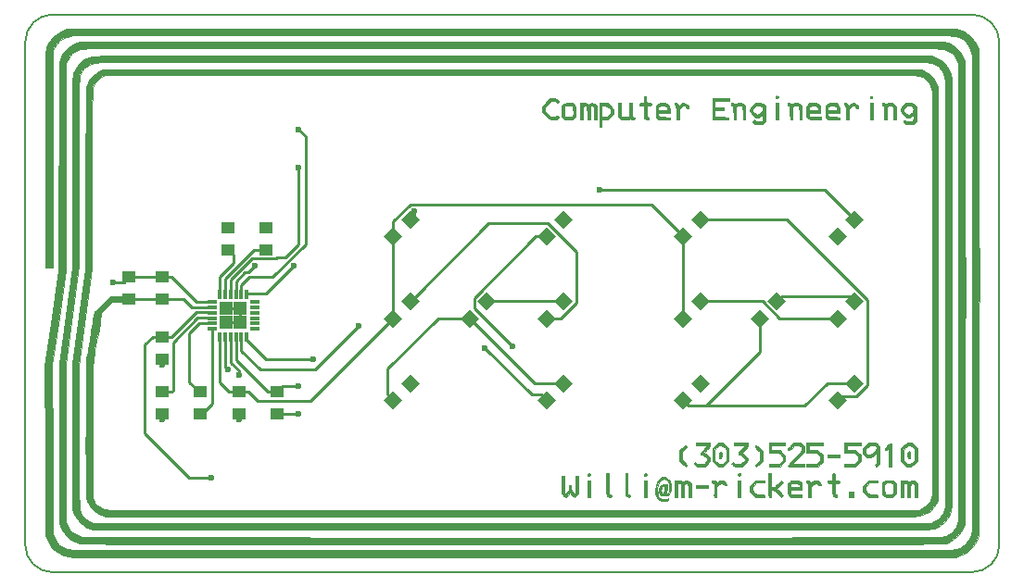
<source format=gbr>
%TF.GenerationSoftware,KiCad,Pcbnew,5.0.1*%
%TF.CreationDate,2019-01-19T09:31:19-06:00*%
%TF.ProjectId,Layout,4C61796F75742E6B696361645F706362,rev?*%
%TF.SameCoordinates,Original*%
%TF.FileFunction,Copper,L1,Top,Signal*%
%TF.FilePolarity,Positive*%
%FSLAX46Y46*%
G04 Gerber Fmt 4.6, Leading zero omitted, Abs format (unit mm)*
G04 Created by KiCad (PCBNEW 5.0.1) date Sat 19 Jan 2019 09:31:19 AM CST*
%MOMM*%
%LPD*%
G01*
G04 APERTURE LIST*
%ADD10C,0.150000*%
%ADD11C,0.010000*%
%ADD12R,1.250000X1.000000*%
%ADD13C,1.200000*%
%ADD14C,0.100000*%
%ADD15R,0.850000X0.300000*%
%ADD16R,0.300000X0.850000*%
%ADD17R,1.300000X1.300000*%
%ADD18C,0.630000*%
%ADD19R,0.630000X1.524000*%
%ADD20C,0.600000*%
%ADD21C,0.250000*%
%ADD22C,0.630000*%
G04 APERTURE END LIST*
D10*
X112000000Y-122000000D02*
X112000000Y-76000000D01*
X198500000Y-124500000D02*
X114500000Y-124500000D01*
X201000000Y-76000000D02*
X201000000Y-122000000D01*
X114500000Y-73500000D02*
X198500000Y-73500000D01*
X201000000Y-122000000D02*
G75*
G02X198500000Y-124500000I-2500000J0D01*
G01*
X114500000Y-124500000D02*
G75*
G02X112000000Y-122000000I0J2500000D01*
G01*
X112000000Y-76000000D02*
G75*
G02X114500000Y-73500000I2500000J0D01*
G01*
X198500000Y-73500000D02*
G75*
G02X201000000Y-76000000I0J-2500000D01*
G01*
D11*
G36*
X158739649Y-74761668D02*
X160878892Y-74761673D01*
X162936659Y-74761685D01*
X164914548Y-74761708D01*
X166814154Y-74761745D01*
X168637072Y-74761799D01*
X170384899Y-74761873D01*
X172059231Y-74761972D01*
X173661664Y-74762098D01*
X175193793Y-74762254D01*
X176657214Y-74762444D01*
X178053524Y-74762672D01*
X179384318Y-74762940D01*
X180651193Y-74763251D01*
X181855743Y-74763610D01*
X182999565Y-74764019D01*
X184084256Y-74764482D01*
X185111410Y-74765002D01*
X186082623Y-74765583D01*
X186999493Y-74766227D01*
X187863614Y-74766938D01*
X188676582Y-74767719D01*
X189439994Y-74768574D01*
X190155445Y-74769506D01*
X190824531Y-74770518D01*
X191448848Y-74771614D01*
X192029992Y-74772796D01*
X192569560Y-74774069D01*
X193069146Y-74775436D01*
X193530346Y-74776899D01*
X193954758Y-74778462D01*
X194343976Y-74780129D01*
X194699596Y-74781902D01*
X195023215Y-74783786D01*
X195316428Y-74785783D01*
X195580831Y-74787897D01*
X195818020Y-74790131D01*
X196029591Y-74792488D01*
X196217140Y-74794972D01*
X196382264Y-74797586D01*
X196526556Y-74800333D01*
X196651615Y-74803217D01*
X196759035Y-74806240D01*
X196850412Y-74809407D01*
X196927343Y-74812721D01*
X196991423Y-74816184D01*
X197044248Y-74819801D01*
X197087415Y-74823574D01*
X197122518Y-74827507D01*
X197151155Y-74831603D01*
X197174920Y-74835865D01*
X197195410Y-74840297D01*
X197214220Y-74844903D01*
X197219360Y-74846213D01*
X197649229Y-74998822D01*
X198042427Y-75227566D01*
X198387301Y-75520366D01*
X198689840Y-75879022D01*
X198915783Y-76273550D01*
X199061454Y-76688306D01*
X199067728Y-76713487D01*
X199073684Y-76740155D01*
X199079329Y-76770492D01*
X199084673Y-76806677D01*
X199089724Y-76850892D01*
X199094489Y-76905318D01*
X199098977Y-76972135D01*
X199103197Y-77053524D01*
X199107157Y-77151666D01*
X199110864Y-77268742D01*
X199114328Y-77406932D01*
X199117556Y-77568417D01*
X199120557Y-77755378D01*
X199123340Y-77969996D01*
X199125911Y-78214452D01*
X199128281Y-78490926D01*
X199130456Y-78801599D01*
X199132446Y-79148652D01*
X199134258Y-79534266D01*
X199135901Y-79960621D01*
X199137383Y-80429899D01*
X199138713Y-80944279D01*
X199139898Y-81505944D01*
X199140947Y-82117073D01*
X199141869Y-82779847D01*
X199142671Y-83496448D01*
X199143362Y-84269055D01*
X199143950Y-85099851D01*
X199144443Y-85991014D01*
X199144851Y-86944727D01*
X199145180Y-87963170D01*
X199145439Y-89048524D01*
X199145637Y-90202970D01*
X199145782Y-91428688D01*
X199145882Y-92727859D01*
X199145946Y-94102665D01*
X199145981Y-95555285D01*
X199145996Y-97087900D01*
X199146000Y-98702692D01*
X199146000Y-98938688D01*
X199145944Y-100702669D01*
X199145776Y-102383277D01*
X199145491Y-103981805D01*
X199145088Y-105499547D01*
X199144564Y-106937795D01*
X199143916Y-108297845D01*
X199143141Y-109580989D01*
X199142236Y-110788520D01*
X199141200Y-111921732D01*
X199140028Y-112981918D01*
X199138718Y-113970373D01*
X199137268Y-114888388D01*
X199135675Y-115737258D01*
X199133935Y-116518277D01*
X199132047Y-117232737D01*
X199130007Y-117881932D01*
X199127813Y-118467156D01*
X199125462Y-118989701D01*
X199122951Y-119450862D01*
X199120277Y-119851932D01*
X199117439Y-120194204D01*
X199114432Y-120478971D01*
X199111254Y-120707528D01*
X199107903Y-120881168D01*
X199104376Y-121001183D01*
X199100669Y-121068868D01*
X199098893Y-121082833D01*
X199025576Y-121332952D01*
X198911415Y-121608136D01*
X198772398Y-121875215D01*
X198624511Y-122101017D01*
X198583144Y-122152977D01*
X198283023Y-122468967D01*
X197966694Y-122715304D01*
X197612748Y-122906845D01*
X197346833Y-123010910D01*
X197008167Y-123127500D01*
X156643333Y-123132958D01*
X154464099Y-123133211D01*
X152332244Y-123133377D01*
X150248917Y-123133456D01*
X148215270Y-123133449D01*
X146232451Y-123133357D01*
X144301612Y-123133181D01*
X142423901Y-123132922D01*
X140600469Y-123132580D01*
X138832466Y-123132158D01*
X137121041Y-123131655D01*
X135467345Y-123131074D01*
X133872528Y-123130413D01*
X132337739Y-123129676D01*
X130864129Y-123128862D01*
X129452847Y-123127973D01*
X128105044Y-123127009D01*
X126821869Y-123125972D01*
X125604472Y-123124862D01*
X124454003Y-123123680D01*
X123371613Y-123122428D01*
X122358451Y-123121106D01*
X121415667Y-123119715D01*
X120544412Y-123118257D01*
X119745834Y-123116732D01*
X119021084Y-123115140D01*
X118371313Y-123113484D01*
X117797669Y-123111764D01*
X117301303Y-123109981D01*
X116883365Y-123108136D01*
X116545005Y-123106229D01*
X116287373Y-123104263D01*
X116111618Y-123102237D01*
X116018891Y-123100153D01*
X116004901Y-123099249D01*
X115571803Y-122995600D01*
X115166540Y-122816285D01*
X114796855Y-122567886D01*
X114470488Y-122256985D01*
X114195181Y-121890162D01*
X113978676Y-121474000D01*
X113921945Y-121328334D01*
X113823167Y-121053167D01*
X113811808Y-113338868D01*
X113800450Y-105624568D01*
X114425642Y-101252701D01*
X115050833Y-96880834D01*
X115093167Y-77915500D01*
X115207267Y-77603045D01*
X115401922Y-77187456D01*
X115662150Y-76817949D01*
X115980000Y-76502400D01*
X116347523Y-76248683D01*
X116756766Y-76064675D01*
X116762280Y-76062792D01*
X117040500Y-75968167D01*
X156325833Y-75956293D01*
X158722792Y-75955602D01*
X161035932Y-75955002D01*
X163266098Y-75954496D01*
X165414138Y-75954082D01*
X167480898Y-75953763D01*
X169467226Y-75953538D01*
X171373967Y-75953410D01*
X173201969Y-75953377D01*
X174952079Y-75953442D01*
X176625144Y-75953604D01*
X178222009Y-75953865D01*
X179743522Y-75954225D01*
X181190530Y-75954686D01*
X182563879Y-75955246D01*
X183864416Y-75955909D01*
X185092988Y-75956673D01*
X186250442Y-75957541D01*
X187337624Y-75958512D01*
X188355381Y-75959587D01*
X189304561Y-75960768D01*
X190186009Y-75962054D01*
X191000573Y-75963447D01*
X191749099Y-75964947D01*
X192432434Y-75966555D01*
X193051425Y-75968272D01*
X193606919Y-75970099D01*
X194099762Y-75972035D01*
X194530801Y-75974083D01*
X194900883Y-75976242D01*
X195210854Y-75978514D01*
X195461562Y-75980899D01*
X195653854Y-75983397D01*
X195788575Y-75986011D01*
X195866573Y-75988739D01*
X195886333Y-75990404D01*
X196283172Y-76098311D01*
X196658118Y-76280476D01*
X197000940Y-76527301D01*
X197301409Y-76829185D01*
X197549296Y-77176527D01*
X197734369Y-77559727D01*
X197808894Y-77794611D01*
X197814023Y-77819751D01*
X197818888Y-77855818D01*
X197823493Y-77905003D01*
X197827848Y-77969498D01*
X197831957Y-78051495D01*
X197835829Y-78153183D01*
X197839470Y-78276755D01*
X197842888Y-78424402D01*
X197846089Y-78598315D01*
X197849080Y-78800685D01*
X197851868Y-79033703D01*
X197854460Y-79299562D01*
X197856863Y-79600452D01*
X197859084Y-79938564D01*
X197861130Y-80316089D01*
X197863008Y-80735220D01*
X197864725Y-81198147D01*
X197866288Y-81707061D01*
X197867703Y-82264154D01*
X197868978Y-82871618D01*
X197870120Y-83531642D01*
X197871135Y-84246419D01*
X197872031Y-85018140D01*
X197872815Y-85848995D01*
X197873493Y-86741178D01*
X197874072Y-87696877D01*
X197874560Y-88718286D01*
X197874963Y-89807595D01*
X197875288Y-90966995D01*
X197875543Y-92198678D01*
X197875734Y-93504835D01*
X197875868Y-94887657D01*
X197875952Y-96349336D01*
X197875993Y-97892062D01*
X197876000Y-98941800D01*
X197875980Y-100542913D01*
X197875916Y-102061529D01*
X197875801Y-103499818D01*
X197875629Y-104859950D01*
X197875393Y-106144095D01*
X197875087Y-107354422D01*
X197874703Y-108493102D01*
X197874235Y-109562304D01*
X197873677Y-110564199D01*
X197873022Y-111500955D01*
X197872264Y-112374744D01*
X197871395Y-113187734D01*
X197870409Y-113942096D01*
X197869300Y-114640000D01*
X197868061Y-115283615D01*
X197866685Y-115875111D01*
X197865166Y-116416658D01*
X197863497Y-116910426D01*
X197861671Y-117358585D01*
X197859682Y-117763305D01*
X197857524Y-118126755D01*
X197855189Y-118451105D01*
X197852671Y-118738526D01*
X197849964Y-118991187D01*
X197847060Y-119211258D01*
X197843953Y-119400909D01*
X197840638Y-119562309D01*
X197837106Y-119697629D01*
X197833351Y-119809039D01*
X197829367Y-119898708D01*
X197825148Y-119968805D01*
X197820686Y-120021502D01*
X197815974Y-120058968D01*
X197811585Y-120081189D01*
X197687208Y-120453773D01*
X197510520Y-120782485D01*
X197268138Y-121090359D01*
X197159977Y-121202758D01*
X196842701Y-121480666D01*
X196517316Y-121686951D01*
X196163532Y-121833772D01*
X196050887Y-121867473D01*
X196033275Y-121871646D01*
X196010157Y-121875661D01*
X195979924Y-121879521D01*
X195940964Y-121883229D01*
X195891668Y-121886788D01*
X195830427Y-121890202D01*
X195755630Y-121893472D01*
X195665667Y-121896603D01*
X195558928Y-121899597D01*
X195433802Y-121902458D01*
X195288681Y-121905188D01*
X195121954Y-121907790D01*
X194932011Y-121910268D01*
X194717242Y-121912624D01*
X194476037Y-121914862D01*
X194206786Y-121916984D01*
X193907879Y-121918994D01*
X193577706Y-121920895D01*
X193214657Y-121922689D01*
X192817122Y-121924380D01*
X192383490Y-121925971D01*
X191912153Y-121927464D01*
X191401499Y-121928864D01*
X190849919Y-121930172D01*
X190255804Y-121931392D01*
X189617542Y-121932527D01*
X188933523Y-121933580D01*
X188202139Y-121934555D01*
X187421778Y-121935453D01*
X186590832Y-121936278D01*
X185707689Y-121937034D01*
X184770740Y-121937723D01*
X183778374Y-121938348D01*
X182728982Y-121938912D01*
X181620954Y-121939419D01*
X180452680Y-121939871D01*
X179222550Y-121940272D01*
X177928953Y-121940624D01*
X176570280Y-121940930D01*
X175144920Y-121941194D01*
X173651264Y-121941419D01*
X172087702Y-121941607D01*
X170452624Y-121941761D01*
X168744419Y-121941886D01*
X166961477Y-121941983D01*
X165102189Y-121942056D01*
X163164945Y-121942108D01*
X161148135Y-121942142D01*
X159050148Y-121942160D01*
X156869374Y-121942167D01*
X156495167Y-121942167D01*
X154258398Y-121942152D01*
X152104801Y-121942104D01*
X150032884Y-121942023D01*
X148041151Y-121941905D01*
X146128109Y-121941748D01*
X144292264Y-121941551D01*
X142532121Y-121941311D01*
X140846187Y-121941026D01*
X139232968Y-121940693D01*
X137690970Y-121940312D01*
X136218698Y-121939878D01*
X134814660Y-121939391D01*
X133477360Y-121938848D01*
X132205305Y-121938248D01*
X130997001Y-121937586D01*
X129850954Y-121936863D01*
X128765670Y-121936075D01*
X127739655Y-121935220D01*
X126771414Y-121934297D01*
X125859455Y-121933302D01*
X125002283Y-121932234D01*
X124198403Y-121931091D01*
X123446323Y-121929870D01*
X122744547Y-121928570D01*
X122091583Y-121927188D01*
X121485936Y-121925721D01*
X120926112Y-121924169D01*
X120410617Y-121922528D01*
X119937957Y-121920796D01*
X119506638Y-121918972D01*
X119115166Y-121917053D01*
X118762048Y-121915037D01*
X118445788Y-121912922D01*
X118164894Y-121910706D01*
X117917871Y-121908386D01*
X117703225Y-121905960D01*
X117519462Y-121903426D01*
X117365089Y-121900783D01*
X117238611Y-121898027D01*
X117138534Y-121895157D01*
X117063365Y-121892170D01*
X117011608Y-121889065D01*
X116981772Y-121885839D01*
X116977000Y-121884879D01*
X116550877Y-121737643D01*
X116162988Y-121518162D01*
X115820070Y-121232781D01*
X115528860Y-120887843D01*
X115296093Y-120489693D01*
X115172424Y-120185334D01*
X115162386Y-120153552D01*
X115153241Y-120117313D01*
X115144952Y-120072765D01*
X115137484Y-120016057D01*
X115130799Y-119943338D01*
X115124862Y-119850757D01*
X115119635Y-119734463D01*
X115115084Y-119590606D01*
X115111170Y-119415334D01*
X115107859Y-119204796D01*
X115105112Y-118955141D01*
X115102895Y-118662519D01*
X115101170Y-118323078D01*
X115099902Y-117932968D01*
X115099054Y-117488337D01*
X115098589Y-116985335D01*
X115098471Y-116420110D01*
X115098664Y-115788812D01*
X115099131Y-115087589D01*
X115099836Y-114312591D01*
X115100743Y-113459966D01*
X115101620Y-112692334D01*
X115110074Y-105432167D01*
X115684332Y-101050667D01*
X116258591Y-96669167D01*
X116281883Y-88096667D01*
X116284805Y-87095775D01*
X116287995Y-86142191D01*
X116291433Y-85238532D01*
X116295101Y-84387414D01*
X116298980Y-83591453D01*
X116303051Y-82853265D01*
X116307294Y-82175467D01*
X116311690Y-81560674D01*
X116316221Y-81011503D01*
X116320867Y-80530570D01*
X116325609Y-80120491D01*
X116330428Y-79783882D01*
X116335306Y-79523359D01*
X116340222Y-79341539D01*
X116345158Y-79241037D01*
X116346540Y-79227834D01*
X116424407Y-78905890D01*
X116561342Y-78571667D01*
X116788426Y-78194790D01*
X117076623Y-77873958D01*
X117419267Y-77614469D01*
X117809697Y-77421627D01*
X118129933Y-77323905D01*
X118151775Y-77320211D01*
X118185879Y-77316661D01*
X118233846Y-77313255D01*
X118297279Y-77309988D01*
X118377779Y-77306860D01*
X118476946Y-77303867D01*
X118596383Y-77301008D01*
X118737690Y-77298280D01*
X118902469Y-77295682D01*
X119092322Y-77293210D01*
X119308850Y-77290862D01*
X119553653Y-77288637D01*
X119828334Y-77286532D01*
X120134494Y-77284544D01*
X120473734Y-77282672D01*
X120847656Y-77280914D01*
X121257860Y-77279266D01*
X121705949Y-77277727D01*
X122193524Y-77276295D01*
X122722185Y-77274966D01*
X123293535Y-77273740D01*
X123909174Y-77272614D01*
X124570705Y-77271585D01*
X125279728Y-77270651D01*
X126037845Y-77269810D01*
X126846656Y-77269060D01*
X127707765Y-77268399D01*
X128622771Y-77267824D01*
X129593277Y-77267332D01*
X130620883Y-77266923D01*
X131707191Y-77266593D01*
X132853803Y-77266340D01*
X134062319Y-77266162D01*
X135334341Y-77266056D01*
X136671471Y-77266022D01*
X138075309Y-77266055D01*
X139547458Y-77266154D01*
X141089518Y-77266317D01*
X142703091Y-77266542D01*
X144389778Y-77266826D01*
X146151181Y-77267166D01*
X147988900Y-77267562D01*
X149904538Y-77268009D01*
X151899696Y-77268507D01*
X153975975Y-77269053D01*
X156134976Y-77269645D01*
X156608198Y-77269777D01*
X194806833Y-77280500D01*
X195089565Y-77390567D01*
X195459847Y-77564679D01*
X195776401Y-77782901D01*
X196032436Y-78026443D01*
X196232387Y-78282757D01*
X196407557Y-78583515D01*
X196540790Y-78895963D01*
X196601895Y-79113501D01*
X196605875Y-79160673D01*
X196609654Y-79263578D01*
X196613235Y-79423447D01*
X196616621Y-79641513D01*
X196619814Y-79919008D01*
X196622818Y-80257163D01*
X196625635Y-80657211D01*
X196628269Y-81120383D01*
X196630721Y-81647913D01*
X196632995Y-82241031D01*
X196635094Y-82900970D01*
X196637020Y-83628962D01*
X196638777Y-84426239D01*
X196640367Y-85294033D01*
X196641793Y-86233576D01*
X196643057Y-87246101D01*
X196644164Y-88332838D01*
X196645115Y-89495021D01*
X196645914Y-90733881D01*
X196646563Y-92050650D01*
X196647065Y-93446561D01*
X196647423Y-94922844D01*
X196647640Y-96480734D01*
X196647718Y-98121461D01*
X196647707Y-98946667D01*
X196647630Y-100507247D01*
X196647497Y-101985346D01*
X196647301Y-103383151D01*
X196647036Y-104702847D01*
X196646694Y-105946622D01*
X196646269Y-107116661D01*
X196645755Y-108215151D01*
X196645145Y-109244277D01*
X196644431Y-110206226D01*
X196643608Y-111103185D01*
X196642668Y-111937338D01*
X196641605Y-112710873D01*
X196640412Y-113425976D01*
X196639083Y-114084832D01*
X196637610Y-114689629D01*
X196635988Y-115242551D01*
X196634209Y-115745786D01*
X196632267Y-116201520D01*
X196630155Y-116611939D01*
X196627866Y-116979228D01*
X196625393Y-117305575D01*
X196622731Y-117593165D01*
X196619872Y-117844185D01*
X196616809Y-118060820D01*
X196613536Y-118245257D01*
X196610046Y-118399683D01*
X196606333Y-118526283D01*
X196602390Y-118627243D01*
X196598209Y-118704750D01*
X196593785Y-118760990D01*
X196589110Y-118798149D01*
X196586859Y-118809500D01*
X196447205Y-119228018D01*
X196240109Y-119605616D01*
X195972951Y-119934584D01*
X195653111Y-120207216D01*
X195287972Y-120415804D01*
X194927723Y-120542146D01*
X194907719Y-120545931D01*
X194876802Y-120549570D01*
X194833363Y-120553068D01*
X194775794Y-120556426D01*
X194702485Y-120559648D01*
X194611828Y-120562736D01*
X194502214Y-120565694D01*
X194372033Y-120568524D01*
X194219677Y-120571228D01*
X194043538Y-120573810D01*
X193842005Y-120576272D01*
X193613471Y-120578617D01*
X193356327Y-120580848D01*
X193068963Y-120582968D01*
X192749770Y-120584979D01*
X192397141Y-120586885D01*
X192009466Y-120588687D01*
X191585135Y-120590389D01*
X191122541Y-120591994D01*
X190620075Y-120593504D01*
X190076126Y-120594923D01*
X189489088Y-120596252D01*
X188857350Y-120597495D01*
X188179304Y-120598654D01*
X187453342Y-120599733D01*
X186677853Y-120600734D01*
X185851229Y-120601659D01*
X184971863Y-120602512D01*
X184038143Y-120603296D01*
X183048462Y-120604013D01*
X182001211Y-120604665D01*
X180894781Y-120605257D01*
X179727563Y-120605790D01*
X178497949Y-120606267D01*
X177204328Y-120606691D01*
X175845093Y-120607065D01*
X174418635Y-120607392D01*
X172923344Y-120607674D01*
X171357612Y-120607914D01*
X169719830Y-120608116D01*
X168008389Y-120608281D01*
X166221680Y-120608413D01*
X164358095Y-120608514D01*
X162416024Y-120608587D01*
X160393859Y-120608635D01*
X158289991Y-120608660D01*
X156454187Y-120608667D01*
X118240761Y-120608667D01*
X117915797Y-120499654D01*
X117665191Y-120407079D01*
X117465922Y-120309208D01*
X117285790Y-120186978D01*
X117092591Y-120021325D01*
X117065716Y-119996428D01*
X116787273Y-119687573D01*
X116560717Y-119335280D01*
X116415458Y-119003054D01*
X116320833Y-118724834D01*
X116309356Y-112090589D01*
X116297879Y-105456345D01*
X117505681Y-96796167D01*
X117527090Y-88498834D01*
X117548500Y-80201500D01*
X117643683Y-79949157D01*
X117832225Y-79560837D01*
X118083252Y-79219808D01*
X118387986Y-78934162D01*
X118737650Y-78711993D01*
X119123468Y-78561395D01*
X119158926Y-78551821D01*
X119179266Y-78548073D01*
X119212025Y-78544470D01*
X119258826Y-78541010D01*
X119321293Y-78537689D01*
X119401048Y-78534505D01*
X119499716Y-78531455D01*
X119618920Y-78528537D01*
X119760283Y-78525747D01*
X119925428Y-78523082D01*
X120115979Y-78520540D01*
X120333559Y-78518118D01*
X120579792Y-78515813D01*
X120856301Y-78513623D01*
X121164710Y-78511544D01*
X121506642Y-78509573D01*
X121883719Y-78507709D01*
X122297567Y-78505947D01*
X122749807Y-78504285D01*
X123242065Y-78502721D01*
X123775962Y-78501252D01*
X124353122Y-78499874D01*
X124975169Y-78498585D01*
X125643726Y-78497383D01*
X126360417Y-78496263D01*
X127126864Y-78495224D01*
X127944692Y-78494263D01*
X128815523Y-78493376D01*
X129740982Y-78492562D01*
X130722691Y-78491817D01*
X131762274Y-78491138D01*
X132861354Y-78490522D01*
X134021555Y-78489968D01*
X135244500Y-78489471D01*
X136531813Y-78489030D01*
X137885116Y-78488640D01*
X139306034Y-78488300D01*
X140796189Y-78488007D01*
X142357206Y-78487758D01*
X143990707Y-78487550D01*
X145698315Y-78487379D01*
X147481656Y-78487245D01*
X149342350Y-78487142D01*
X151282023Y-78487070D01*
X153302298Y-78487024D01*
X155404797Y-78487003D01*
X156496377Y-78487000D01*
X158634356Y-78487008D01*
X160689308Y-78487035D01*
X162662872Y-78487084D01*
X164556689Y-78487157D01*
X166372399Y-78487258D01*
X168111640Y-78487389D01*
X169776053Y-78487554D01*
X171367278Y-78487756D01*
X172886954Y-78487997D01*
X174336721Y-78488281D01*
X175718219Y-78488610D01*
X177033087Y-78488988D01*
X178282966Y-78489418D01*
X179469495Y-78489902D01*
X180594313Y-78490444D01*
X181659061Y-78491047D01*
X182665378Y-78491713D01*
X183614903Y-78492445D01*
X184509278Y-78493248D01*
X185350141Y-78494123D01*
X186139132Y-78495073D01*
X186877891Y-78496102D01*
X187568058Y-78497213D01*
X188211272Y-78498408D01*
X188809174Y-78499691D01*
X189363402Y-78501065D01*
X189875597Y-78502532D01*
X190347398Y-78504095D01*
X190780445Y-78505759D01*
X191176378Y-78507525D01*
X191536837Y-78509396D01*
X191863461Y-78511376D01*
X192157891Y-78513468D01*
X192421765Y-78515674D01*
X192656723Y-78517998D01*
X192864406Y-78520442D01*
X193046453Y-78523010D01*
X193204504Y-78525705D01*
X193340198Y-78528529D01*
X193455175Y-78531486D01*
X193551076Y-78534578D01*
X193629539Y-78537809D01*
X193692205Y-78541182D01*
X193740713Y-78544699D01*
X193776703Y-78548364D01*
X193801815Y-78552179D01*
X193814900Y-78555260D01*
X194226144Y-78718311D01*
X194587432Y-78945735D01*
X194893012Y-79231732D01*
X195137132Y-79570499D01*
X195314041Y-79956237D01*
X195363224Y-80116834D01*
X195367871Y-80145943D01*
X195372267Y-80198900D01*
X195376419Y-80277852D01*
X195380335Y-80384949D01*
X195384020Y-80522341D01*
X195387480Y-80692177D01*
X195390723Y-80896605D01*
X195393755Y-81137776D01*
X195396582Y-81417839D01*
X195399212Y-81738943D01*
X195401649Y-82103237D01*
X195403901Y-82512870D01*
X195405975Y-82969993D01*
X195407876Y-83476754D01*
X195409611Y-84035303D01*
X195411188Y-84647788D01*
X195412612Y-85316360D01*
X195413889Y-86043167D01*
X195415027Y-86830360D01*
X195416031Y-87680086D01*
X195416909Y-88594496D01*
X195417667Y-89575739D01*
X195418310Y-90625964D01*
X195418847Y-91747321D01*
X195419283Y-92941958D01*
X195419624Y-94212025D01*
X195419878Y-95559672D01*
X195420051Y-96987048D01*
X195420148Y-98496302D01*
X195420164Y-98961291D01*
X195420201Y-100457814D01*
X195420222Y-101872034D01*
X195420216Y-103206316D01*
X195420173Y-104463023D01*
X195420082Y-105644521D01*
X195419934Y-106753174D01*
X195419717Y-107791344D01*
X195419421Y-108761398D01*
X195419036Y-109665698D01*
X195418551Y-110506610D01*
X195417956Y-111286496D01*
X195417241Y-112007722D01*
X195416394Y-112672652D01*
X195415406Y-113283650D01*
X195414265Y-113843080D01*
X195412963Y-114353306D01*
X195411487Y-114816693D01*
X195409828Y-115235604D01*
X195407976Y-115612404D01*
X195405919Y-115949457D01*
X195403647Y-116249128D01*
X195401150Y-116513779D01*
X195398418Y-116745777D01*
X195395440Y-116947484D01*
X195392205Y-117121265D01*
X195388703Y-117269485D01*
X195384924Y-117394507D01*
X195380858Y-117498696D01*
X195376493Y-117584415D01*
X195371819Y-117654029D01*
X195366826Y-117709903D01*
X195361503Y-117754400D01*
X195355841Y-117789885D01*
X195349828Y-117818721D01*
X195343454Y-117843273D01*
X195336709Y-117865906D01*
X195336625Y-117866178D01*
X195177009Y-118243668D01*
X194947778Y-118584424D01*
X194659527Y-118878816D01*
X194322852Y-119117217D01*
X193948349Y-119289995D01*
X193690164Y-119362443D01*
X193664775Y-119365916D01*
X193620956Y-119369254D01*
X193557131Y-119372462D01*
X193471723Y-119375541D01*
X193363156Y-119378495D01*
X193229851Y-119381325D01*
X193070232Y-119384034D01*
X192882722Y-119386625D01*
X192665743Y-119389100D01*
X192417719Y-119391462D01*
X192137073Y-119393713D01*
X191822228Y-119395856D01*
X191471606Y-119397894D01*
X191083631Y-119399828D01*
X190656725Y-119401662D01*
X190189311Y-119403399D01*
X189679813Y-119405040D01*
X189126653Y-119406588D01*
X188528255Y-119408046D01*
X187883040Y-119409416D01*
X187189433Y-119410701D01*
X186445856Y-119411904D01*
X185650732Y-119413027D01*
X184802484Y-119414072D01*
X183899535Y-119415042D01*
X182940308Y-119415940D01*
X181923226Y-119416767D01*
X180846712Y-119417528D01*
X179709188Y-119418224D01*
X178509078Y-119418858D01*
X177244805Y-119419432D01*
X175914791Y-119419949D01*
X174517460Y-119420411D01*
X173051235Y-119420822D01*
X171514538Y-119421183D01*
X169905793Y-119421497D01*
X168223422Y-119421767D01*
X166465848Y-119421995D01*
X164631494Y-119422184D01*
X162718784Y-119422336D01*
X160726140Y-119422454D01*
X158651985Y-119422541D01*
X156494742Y-119422598D01*
X156492358Y-119422598D01*
X154153641Y-119422608D01*
X151898806Y-119422542D01*
X149727068Y-119422399D01*
X147637642Y-119422178D01*
X145629745Y-119421879D01*
X143702591Y-119421500D01*
X141855395Y-119421040D01*
X140087373Y-119420499D01*
X138397741Y-119419875D01*
X136785713Y-119419168D01*
X135250505Y-119418376D01*
X133791332Y-119417499D01*
X132407410Y-119416536D01*
X131097953Y-119415486D01*
X129862178Y-119414347D01*
X128699299Y-119413119D01*
X127608532Y-119411801D01*
X126589092Y-119410393D01*
X125640194Y-119408892D01*
X124761055Y-119407298D01*
X123950888Y-119405610D01*
X123208910Y-119403828D01*
X122534336Y-119401950D01*
X121926380Y-119399975D01*
X121384259Y-119397903D01*
X120907188Y-119395731D01*
X120494382Y-119393461D01*
X120145056Y-119391090D01*
X119858426Y-119388617D01*
X119633707Y-119386042D01*
X119470114Y-119383364D01*
X119366863Y-119380582D01*
X119323691Y-119377795D01*
X118961253Y-119273294D01*
X118611526Y-119099772D01*
X118291479Y-118869704D01*
X118018082Y-118595566D01*
X117808305Y-118289832D01*
X117786098Y-118247439D01*
X117751011Y-118179450D01*
X117719238Y-118118416D01*
X117690616Y-118060038D01*
X117664980Y-118000015D01*
X117642167Y-117934051D01*
X117622013Y-117857845D01*
X117604353Y-117767099D01*
X117589024Y-117657515D01*
X117575862Y-117524793D01*
X117564702Y-117364635D01*
X117555382Y-117172742D01*
X117547736Y-116944815D01*
X117541601Y-116676555D01*
X117536813Y-116363663D01*
X117533208Y-116001842D01*
X117530622Y-115586791D01*
X117528891Y-115114213D01*
X117527852Y-114579807D01*
X117527339Y-113979277D01*
X117527190Y-113308322D01*
X117527240Y-112562644D01*
X117527325Y-111737944D01*
X117527333Y-111462833D01*
X117527634Y-110569508D01*
X117528525Y-109736963D01*
X117529994Y-108967295D01*
X117532027Y-108262603D01*
X117534608Y-107624982D01*
X117537725Y-107056530D01*
X117541363Y-106559345D01*
X117545508Y-106135524D01*
X117550146Y-105787163D01*
X117555263Y-105516361D01*
X117560844Y-105325215D01*
X117566877Y-105215821D01*
X117569341Y-105195811D01*
X117584497Y-105108766D01*
X117611807Y-104947316D01*
X117649753Y-104720612D01*
X117696815Y-104437803D01*
X117751473Y-104108040D01*
X117812210Y-103740473D01*
X117877505Y-103344253D01*
X117945839Y-102928530D01*
X117951808Y-102892167D01*
X118019404Y-102480890D01*
X118083336Y-102092989D01*
X118142204Y-101736886D01*
X118194608Y-101421002D01*
X118239147Y-101153758D01*
X118274421Y-100943576D01*
X118299030Y-100798876D01*
X118311572Y-100728081D01*
X118312310Y-100724429D01*
X118332353Y-100631025D01*
X118647061Y-100741967D01*
X118804311Y-100799489D01*
X118896409Y-100842261D01*
X118938704Y-100881755D01*
X118946547Y-100929447D01*
X118941910Y-100962371D01*
X118877540Y-101320415D01*
X118802353Y-101744055D01*
X118719473Y-102215374D01*
X118632024Y-102716459D01*
X118543127Y-103229394D01*
X118455909Y-103736262D01*
X118373491Y-104219149D01*
X118351933Y-104346239D01*
X118120000Y-105715645D01*
X118120000Y-111636568D01*
X118120014Y-112462221D01*
X118120096Y-113207507D01*
X118120309Y-113876722D01*
X118120713Y-114474166D01*
X118121369Y-115004136D01*
X118122339Y-115470931D01*
X118123684Y-115878850D01*
X118125465Y-116232189D01*
X118127744Y-116535249D01*
X118130581Y-116792326D01*
X118134039Y-117007720D01*
X118138178Y-117185729D01*
X118143060Y-117330650D01*
X118148745Y-117446783D01*
X118155296Y-117538425D01*
X118162773Y-117609876D01*
X118171238Y-117665432D01*
X118180752Y-117709393D01*
X118191376Y-117746057D01*
X118203172Y-117779722D01*
X118207741Y-117792000D01*
X118370678Y-118110304D01*
X118599201Y-118382308D01*
X118882376Y-118597949D01*
X119209267Y-118747161D01*
X119263663Y-118763845D01*
X119282078Y-118767713D01*
X119310942Y-118771427D01*
X119351888Y-118774991D01*
X119406552Y-118778405D01*
X119476569Y-118781674D01*
X119563576Y-118784800D01*
X119669207Y-118787784D01*
X119795097Y-118790630D01*
X119942882Y-118793339D01*
X120114198Y-118795915D01*
X120310679Y-118798359D01*
X120533961Y-118800675D01*
X120785679Y-118802865D01*
X121067470Y-118804930D01*
X121380967Y-118806875D01*
X121727806Y-118808700D01*
X122109624Y-118810409D01*
X122528054Y-118812005D01*
X122984733Y-118813488D01*
X123481296Y-118814863D01*
X124019378Y-118816131D01*
X124600614Y-118817295D01*
X125226641Y-118818358D01*
X125899092Y-118819322D01*
X126619605Y-118820188D01*
X127389813Y-118820961D01*
X128211352Y-118821642D01*
X129085858Y-118822234D01*
X130014966Y-118822739D01*
X131000312Y-118823159D01*
X132043530Y-118823498D01*
X133146256Y-118823758D01*
X134310126Y-118823940D01*
X135536775Y-118824049D01*
X136827837Y-118824085D01*
X138184949Y-118824052D01*
X139609746Y-118823952D01*
X141103864Y-118823787D01*
X142668936Y-118823560D01*
X144306600Y-118823274D01*
X146018490Y-118822930D01*
X147806241Y-118822532D01*
X149671490Y-118822082D01*
X151615871Y-118821582D01*
X153641019Y-118821034D01*
X155748571Y-118820442D01*
X156580496Y-118820203D01*
X193663833Y-118809500D01*
X193905898Y-118696044D01*
X194216317Y-118506300D01*
X194475751Y-118257050D01*
X194674692Y-117960395D01*
X194803631Y-117628439D01*
X194827361Y-117523139D01*
X194831060Y-117461358D01*
X194834598Y-117318339D01*
X194837978Y-117097419D01*
X194841200Y-116801940D01*
X194844263Y-116435240D01*
X194847169Y-116000659D01*
X194849918Y-115501538D01*
X194852509Y-114941214D01*
X194854945Y-114323028D01*
X194857224Y-113650321D01*
X194859348Y-112926430D01*
X194861316Y-112154696D01*
X194863130Y-111338459D01*
X194864790Y-110481058D01*
X194866296Y-109585833D01*
X194867648Y-108656123D01*
X194868847Y-107695268D01*
X194869894Y-106706608D01*
X194870788Y-105693482D01*
X194871530Y-104659230D01*
X194872121Y-103607191D01*
X194872561Y-102540706D01*
X194872851Y-101463113D01*
X194872990Y-100377753D01*
X194872980Y-99287964D01*
X194872820Y-98197087D01*
X194872511Y-97108462D01*
X194872054Y-96025427D01*
X194871449Y-94951323D01*
X194870696Y-93889489D01*
X194869796Y-92843264D01*
X194868749Y-91815989D01*
X194867555Y-90811003D01*
X194866216Y-89831645D01*
X194864731Y-88881256D01*
X194863101Y-87963174D01*
X194861326Y-87080740D01*
X194859406Y-86237293D01*
X194857343Y-85436173D01*
X194855136Y-84680719D01*
X194852787Y-83974271D01*
X194850294Y-83320169D01*
X194847659Y-82721751D01*
X194844883Y-82182359D01*
X194841965Y-81705331D01*
X194838906Y-81294007D01*
X194835706Y-80951726D01*
X194832366Y-80681829D01*
X194828886Y-80487655D01*
X194825267Y-80372544D01*
X194822734Y-80341167D01*
X194707425Y-79988606D01*
X194524625Y-79683196D01*
X194280898Y-79431045D01*
X193982808Y-79238266D01*
X193636921Y-79110969D01*
X193463738Y-79076109D01*
X193405167Y-79073656D01*
X193262675Y-79071298D01*
X193037008Y-79069037D01*
X192728911Y-79066872D01*
X192339131Y-79064804D01*
X191868414Y-79062835D01*
X191317505Y-79060963D01*
X190687150Y-79059191D01*
X189978095Y-79057518D01*
X189191086Y-79055946D01*
X188326868Y-79054474D01*
X187386187Y-79053104D01*
X186369790Y-79051836D01*
X185278422Y-79050670D01*
X184112828Y-79049607D01*
X182873755Y-79048649D01*
X181561948Y-79047794D01*
X180178154Y-79047044D01*
X178723117Y-79046400D01*
X177197585Y-79045862D01*
X175602302Y-79045430D01*
X173938014Y-79045105D01*
X172205468Y-79044889D01*
X170405409Y-79044781D01*
X168538582Y-79044781D01*
X166605735Y-79044891D01*
X164607612Y-79045112D01*
X162544959Y-79045443D01*
X160418522Y-79045885D01*
X158229048Y-79046439D01*
X156283500Y-79047010D01*
X119368833Y-79058500D01*
X119123953Y-79157339D01*
X118876223Y-79292265D01*
X118633702Y-79486164D01*
X118421483Y-79715710D01*
X118266064Y-79954791D01*
X118141167Y-80201500D01*
X118114579Y-82508667D01*
X118111258Y-82838871D01*
X118107977Y-83246147D01*
X118104767Y-83722896D01*
X118101656Y-84261523D01*
X118098673Y-84854432D01*
X118095848Y-85494027D01*
X118093210Y-86172711D01*
X118090788Y-86882889D01*
X118088611Y-87616963D01*
X118086709Y-88367338D01*
X118085111Y-89126417D01*
X118083845Y-89886605D01*
X118082942Y-90640305D01*
X118082829Y-90764370D01*
X118077666Y-96712907D01*
X117485000Y-101156500D01*
X116892333Y-105600093D01*
X116897399Y-110363297D01*
X116898350Y-111035940D01*
X116899756Y-111714965D01*
X116901577Y-112391932D01*
X116903773Y-113058403D01*
X116906303Y-113705940D01*
X116909125Y-114326104D01*
X116912200Y-114910455D01*
X116915487Y-115450556D01*
X116918944Y-115937967D01*
X116922532Y-116364251D01*
X116926210Y-116720968D01*
X116929149Y-116947886D01*
X116955833Y-118769272D01*
X117094166Y-119050103D01*
X117263270Y-119319230D01*
X117486435Y-119565652D01*
X117741513Y-119768242D01*
X117980953Y-119895994D01*
X118225833Y-119994834D01*
X194764500Y-119994834D01*
X195049858Y-119859658D01*
X195371635Y-119662586D01*
X195639706Y-119406063D01*
X195845924Y-119100547D01*
X195982141Y-118756496D01*
X196012741Y-118623805D01*
X196016300Y-118562752D01*
X196019711Y-118420348D01*
X196022975Y-118199837D01*
X196026092Y-117904462D01*
X196029063Y-117537464D01*
X196031887Y-117102088D01*
X196034565Y-116601576D01*
X196037098Y-116039170D01*
X196039486Y-115418114D01*
X196041728Y-114741651D01*
X196043826Y-114013023D01*
X196045780Y-113235473D01*
X196047590Y-112412244D01*
X196049256Y-111546579D01*
X196050780Y-110641721D01*
X196052160Y-109700913D01*
X196053397Y-108727397D01*
X196054492Y-107724416D01*
X196055446Y-106695213D01*
X196056257Y-105643031D01*
X196056928Y-104571113D01*
X196057457Y-103482702D01*
X196057846Y-102381040D01*
X196058095Y-101269371D01*
X196058203Y-100150937D01*
X196058172Y-99028981D01*
X196058002Y-97906746D01*
X196057693Y-96787474D01*
X196057245Y-95674409D01*
X196056658Y-94570794D01*
X196055934Y-93479871D01*
X196055072Y-92404883D01*
X196054073Y-91349073D01*
X196052937Y-90315684D01*
X196051664Y-89307958D01*
X196050255Y-88329139D01*
X196048710Y-87382470D01*
X196047029Y-86471192D01*
X196045213Y-85598550D01*
X196043262Y-84767786D01*
X196041176Y-83982142D01*
X196038956Y-83244862D01*
X196036601Y-82559189D01*
X196034113Y-81928365D01*
X196031492Y-81355633D01*
X196028738Y-80844236D01*
X196025851Y-80397416D01*
X196022832Y-80018418D01*
X196019680Y-79710483D01*
X196016397Y-79476854D01*
X196012983Y-79320775D01*
X196009437Y-79245488D01*
X196008731Y-79240501D01*
X195893758Y-78889480D01*
X195708793Y-78576172D01*
X195463501Y-78309589D01*
X195167547Y-78098749D01*
X194830595Y-77952666D01*
X194563063Y-77891919D01*
X194505534Y-77889699D01*
X194365661Y-77887544D01*
X194145765Y-77885456D01*
X193848170Y-77883434D01*
X193475196Y-77881478D01*
X193029167Y-77879587D01*
X192512405Y-77877762D01*
X191927232Y-77876002D01*
X191275969Y-77874308D01*
X190560940Y-77872679D01*
X189784466Y-77871116D01*
X188948869Y-77869617D01*
X188056473Y-77868183D01*
X187109599Y-77866814D01*
X186110568Y-77865510D01*
X185061705Y-77864270D01*
X183965329Y-77863094D01*
X182823765Y-77861983D01*
X181639334Y-77860936D01*
X180414358Y-77859952D01*
X179151159Y-77859033D01*
X177852060Y-77858178D01*
X176519383Y-77857386D01*
X175155450Y-77856657D01*
X173762584Y-77855992D01*
X172343105Y-77855391D01*
X170899338Y-77854852D01*
X169433603Y-77854376D01*
X167948224Y-77853964D01*
X166445522Y-77853614D01*
X164927819Y-77853327D01*
X163397438Y-77853102D01*
X161856701Y-77852939D01*
X160307930Y-77852839D01*
X158753447Y-77852801D01*
X157195575Y-77852826D01*
X155636636Y-77852912D01*
X154078952Y-77853059D01*
X152524844Y-77853269D01*
X150976636Y-77853540D01*
X149436650Y-77853872D01*
X147907208Y-77854266D01*
X146390631Y-77854720D01*
X144889242Y-77855236D01*
X143405364Y-77855813D01*
X141941319Y-77856450D01*
X140499428Y-77857148D01*
X139082015Y-77857907D01*
X137691400Y-77858726D01*
X136329907Y-77859605D01*
X134999858Y-77860545D01*
X133703574Y-77861545D01*
X132443378Y-77862604D01*
X131221593Y-77863723D01*
X130040540Y-77864902D01*
X128902541Y-77866141D01*
X127809920Y-77867438D01*
X126764997Y-77868796D01*
X125770096Y-77870212D01*
X124827538Y-77871687D01*
X123939646Y-77873221D01*
X123108742Y-77874814D01*
X122337148Y-77876466D01*
X121627186Y-77878176D01*
X120981178Y-77879945D01*
X120401448Y-77881772D01*
X119890316Y-77883657D01*
X119450105Y-77885600D01*
X119083138Y-77887602D01*
X118791736Y-77889660D01*
X118578221Y-77891777D01*
X118444917Y-77893951D01*
X118395167Y-77895995D01*
X118030021Y-77988986D01*
X117698368Y-78154708D01*
X117411009Y-78385345D01*
X117178742Y-78673081D01*
X117081294Y-78846834D01*
X116957957Y-79100834D01*
X116929649Y-80328500D01*
X116926575Y-80503875D01*
X116923542Y-80758652D01*
X116920570Y-81087567D01*
X116917679Y-81485358D01*
X116914888Y-81946758D01*
X116912218Y-82466505D01*
X116909689Y-83039335D01*
X116907320Y-83659982D01*
X116905131Y-84323184D01*
X116903143Y-85023676D01*
X116901375Y-85756194D01*
X116899847Y-86515475D01*
X116898579Y-87296253D01*
X116897590Y-88093265D01*
X116896902Y-88901248D01*
X116896838Y-89003561D01*
X116892333Y-96450954D01*
X116317305Y-100941561D01*
X115742278Y-105432167D01*
X115718538Y-112536427D01*
X115715484Y-113487512D01*
X115712966Y-114357234D01*
X115710997Y-115148895D01*
X115709590Y-115865795D01*
X115708758Y-116511237D01*
X115708514Y-117088522D01*
X115708872Y-117600952D01*
X115709844Y-118051829D01*
X115711443Y-118444454D01*
X115713683Y-118782128D01*
X115716576Y-119068155D01*
X115720136Y-119305834D01*
X115724376Y-119498468D01*
X115729309Y-119649358D01*
X115734948Y-119761807D01*
X115741305Y-119839115D01*
X115747627Y-119881260D01*
X115868674Y-120242707D01*
X116059679Y-120565792D01*
X116311233Y-120841642D01*
X116613930Y-121061386D01*
X116958362Y-121216151D01*
X117234646Y-121283639D01*
X117287322Y-121286420D01*
X117410764Y-121289105D01*
X117605420Y-121291695D01*
X117871736Y-121294188D01*
X118210159Y-121296587D01*
X118621135Y-121298892D01*
X119105112Y-121301102D01*
X119662536Y-121303219D01*
X120293854Y-121305243D01*
X120999513Y-121307175D01*
X121779959Y-121309014D01*
X122635639Y-121310762D01*
X123567001Y-121312420D01*
X124574491Y-121313986D01*
X125658555Y-121315463D01*
X126819640Y-121316850D01*
X128058194Y-121318148D01*
X129374663Y-121319358D01*
X130769493Y-121320480D01*
X132243132Y-121321514D01*
X133796026Y-121322461D01*
X135428623Y-121323322D01*
X137141368Y-121324097D01*
X138934709Y-121324786D01*
X140809092Y-121325390D01*
X142764964Y-121325910D01*
X144802773Y-121326346D01*
X146922964Y-121326698D01*
X149125985Y-121326967D01*
X151412282Y-121327154D01*
X153782302Y-121327258D01*
X156236492Y-121327281D01*
X156516333Y-121327279D01*
X158713088Y-121327267D01*
X160826786Y-121327272D01*
X162859037Y-121327288D01*
X164811451Y-121327305D01*
X166685636Y-121327316D01*
X168483204Y-121327312D01*
X170205763Y-121327284D01*
X171854924Y-121327225D01*
X173432295Y-121327127D01*
X174939488Y-121326980D01*
X176378111Y-121326778D01*
X177749774Y-121326511D01*
X179056087Y-121326172D01*
X180298660Y-121325752D01*
X181479102Y-121325242D01*
X182599023Y-121324636D01*
X183660034Y-121323924D01*
X184663742Y-121323098D01*
X185611759Y-121322151D01*
X186505694Y-121321073D01*
X187347156Y-121319857D01*
X188137756Y-121318494D01*
X188879103Y-121316976D01*
X189572807Y-121315295D01*
X190220478Y-121313443D01*
X190823724Y-121311411D01*
X191384157Y-121309191D01*
X191903386Y-121306775D01*
X192383019Y-121304155D01*
X192824668Y-121301322D01*
X193229942Y-121298269D01*
X193600451Y-121294987D01*
X193937803Y-121291467D01*
X194243610Y-121287702D01*
X194519481Y-121283683D01*
X194767024Y-121279402D01*
X194987852Y-121274851D01*
X195183571Y-121270022D01*
X195355794Y-121264906D01*
X195506129Y-121259495D01*
X195636186Y-121253781D01*
X195747574Y-121247756D01*
X195841905Y-121241411D01*
X195920786Y-121234739D01*
X195985828Y-121227730D01*
X196038641Y-121220377D01*
X196080834Y-121212671D01*
X196114017Y-121204605D01*
X196139800Y-121196170D01*
X196159793Y-121187358D01*
X196175605Y-121178160D01*
X196188845Y-121168568D01*
X196201124Y-121158575D01*
X196214052Y-121148171D01*
X196229238Y-121137349D01*
X196248291Y-121126101D01*
X196252262Y-121124027D01*
X196565253Y-120919606D01*
X196832527Y-120656079D01*
X197040619Y-120348906D01*
X197152846Y-120089979D01*
X197241338Y-119824060D01*
X197230586Y-98869780D01*
X197219833Y-77915500D01*
X197086982Y-77635111D01*
X196882413Y-77292160D01*
X196624636Y-77015024D01*
X196313048Y-76803173D01*
X195978920Y-76665654D01*
X195963228Y-76660984D01*
X195945896Y-76656491D01*
X195925306Y-76652172D01*
X195899842Y-76648023D01*
X195867886Y-76644041D01*
X195827823Y-76640222D01*
X195778035Y-76636563D01*
X195716905Y-76633061D01*
X195642818Y-76629712D01*
X195554155Y-76626513D01*
X195449300Y-76623460D01*
X195326637Y-76620550D01*
X195184549Y-76617779D01*
X195021419Y-76615145D01*
X194835629Y-76612643D01*
X194625565Y-76610270D01*
X194389607Y-76608023D01*
X194126141Y-76605898D01*
X193833549Y-76603892D01*
X193510214Y-76602002D01*
X193154519Y-76600224D01*
X192764849Y-76598554D01*
X192339585Y-76596990D01*
X191877112Y-76595527D01*
X191375812Y-76594163D01*
X190834069Y-76592894D01*
X190250266Y-76591716D01*
X189622786Y-76590626D01*
X188950012Y-76589621D01*
X188230328Y-76588697D01*
X187462117Y-76587851D01*
X186643762Y-76587080D01*
X185773646Y-76586379D01*
X184850153Y-76585746D01*
X183871666Y-76585177D01*
X182836568Y-76584669D01*
X181743242Y-76584218D01*
X180590071Y-76583821D01*
X179375439Y-76583474D01*
X178097729Y-76583175D01*
X176755325Y-76582919D01*
X175346609Y-76582703D01*
X173869964Y-76582524D01*
X172323774Y-76582378D01*
X170706423Y-76582262D01*
X169016292Y-76582173D01*
X167251767Y-76582106D01*
X165411229Y-76582060D01*
X163493062Y-76582029D01*
X161495649Y-76582011D01*
X159417374Y-76582003D01*
X157256620Y-76582000D01*
X156474000Y-76582000D01*
X154283773Y-76582001D01*
X152176596Y-76582007D01*
X150150851Y-76582021D01*
X148204923Y-76582046D01*
X146337195Y-76582086D01*
X144546049Y-76582144D01*
X142829868Y-76582224D01*
X141187037Y-76582329D01*
X139615938Y-76582462D01*
X138114954Y-76582628D01*
X136682468Y-76582829D01*
X135316864Y-76583069D01*
X134016525Y-76583351D01*
X132779834Y-76583679D01*
X131605174Y-76584056D01*
X130490929Y-76584486D01*
X129435481Y-76584972D01*
X128437214Y-76585518D01*
X127494510Y-76586126D01*
X126605754Y-76586801D01*
X125769328Y-76587545D01*
X124983616Y-76588363D01*
X124247000Y-76589257D01*
X123557864Y-76590231D01*
X122914591Y-76591289D01*
X122315564Y-76592434D01*
X121759166Y-76593670D01*
X121243781Y-76594999D01*
X120767792Y-76596425D01*
X120329582Y-76597952D01*
X119927533Y-76599584D01*
X119560030Y-76601322D01*
X119225455Y-76603172D01*
X118922192Y-76605137D01*
X118648624Y-76607219D01*
X118403134Y-76609422D01*
X118184105Y-76611750D01*
X117989920Y-76614207D01*
X117818962Y-76616795D01*
X117669616Y-76619518D01*
X117540263Y-76622379D01*
X117429287Y-76625383D01*
X117335072Y-76628532D01*
X117256000Y-76631829D01*
X117190454Y-76635279D01*
X117136818Y-76638884D01*
X117093476Y-76642649D01*
X117058809Y-76646576D01*
X117031202Y-76650669D01*
X117009037Y-76654931D01*
X116990698Y-76659366D01*
X116974567Y-76663978D01*
X116968234Y-76665915D01*
X116627835Y-76814116D01*
X116322310Y-77032747D01*
X116063516Y-77310761D01*
X115863310Y-77637108D01*
X115818854Y-77736887D01*
X115728167Y-77957834D01*
X115706433Y-87440500D01*
X115684699Y-96923167D01*
X115081712Y-101220000D01*
X114478726Y-105516834D01*
X114489613Y-113287206D01*
X114500500Y-121057579D01*
X114656518Y-121373249D01*
X114873677Y-121724621D01*
X115145049Y-122013421D01*
X115465913Y-122235724D01*
X115831549Y-122387604D01*
X115898980Y-122406440D01*
X115918690Y-122410041D01*
X115950690Y-122413508D01*
X115996536Y-122416844D01*
X116057785Y-122420050D01*
X116135993Y-122423130D01*
X116232717Y-122426087D01*
X116349514Y-122428922D01*
X116487939Y-122431638D01*
X116649550Y-122434237D01*
X116835904Y-122436723D01*
X117048556Y-122439097D01*
X117289063Y-122441362D01*
X117558983Y-122443521D01*
X117859871Y-122445575D01*
X118193284Y-122447528D01*
X118560778Y-122449383D01*
X118963911Y-122451140D01*
X119404239Y-122452804D01*
X119883319Y-122454376D01*
X120402706Y-122455859D01*
X120963958Y-122457255D01*
X121568631Y-122458567D01*
X122218282Y-122459798D01*
X122914467Y-122460950D01*
X123658743Y-122462025D01*
X124452667Y-122463026D01*
X125297795Y-122463955D01*
X126195683Y-122464815D01*
X127147889Y-122465609D01*
X128155968Y-122466338D01*
X129221478Y-122467005D01*
X130345975Y-122467614D01*
X131531016Y-122468166D01*
X132778156Y-122468663D01*
X134088954Y-122469109D01*
X135464964Y-122469506D01*
X136907745Y-122469855D01*
X138418852Y-122470161D01*
X139999842Y-122470425D01*
X141652272Y-122470650D01*
X143377698Y-122470837D01*
X145177677Y-122470991D01*
X147053765Y-122471113D01*
X149007520Y-122471205D01*
X151040496Y-122471271D01*
X153154252Y-122471312D01*
X155350344Y-122471331D01*
X156474000Y-122471334D01*
X158716145Y-122471323D01*
X160875167Y-122471290D01*
X162952613Y-122471231D01*
X164950025Y-122471146D01*
X166868949Y-122471030D01*
X168710929Y-122470882D01*
X170477510Y-122470700D01*
X172170237Y-122470480D01*
X173790653Y-122470221D01*
X175340304Y-122469920D01*
X176820734Y-122469574D01*
X178233488Y-122469182D01*
X179580110Y-122468741D01*
X180862145Y-122468248D01*
X182081137Y-122467701D01*
X183238631Y-122467098D01*
X184336172Y-122466437D01*
X185375305Y-122465714D01*
X186357572Y-122464927D01*
X187284521Y-122464075D01*
X188157694Y-122463154D01*
X188978637Y-122462163D01*
X189748893Y-122461098D01*
X190470009Y-122459958D01*
X191143527Y-122458740D01*
X191770994Y-122457441D01*
X192353953Y-122456060D01*
X192893949Y-122454593D01*
X193392526Y-122453039D01*
X193851230Y-122451395D01*
X194271604Y-122449659D01*
X194655193Y-122447828D01*
X195003543Y-122445899D01*
X195318197Y-122443871D01*
X195600699Y-122441741D01*
X195852596Y-122439506D01*
X196075431Y-122437165D01*
X196270748Y-122434715D01*
X196440093Y-122432153D01*
X196585009Y-122429476D01*
X196707043Y-122426684D01*
X196807737Y-122423772D01*
X196888637Y-122420740D01*
X196951287Y-122417583D01*
X196997232Y-122414301D01*
X197028017Y-122410890D01*
X197042317Y-122408186D01*
X197423728Y-122267967D01*
X197757287Y-122062024D01*
X198036530Y-121797379D01*
X198254990Y-121481057D01*
X198406201Y-121120083D01*
X198465850Y-120861846D01*
X198469166Y-120799212D01*
X198472360Y-120654992D01*
X198475433Y-120432263D01*
X198478384Y-120134106D01*
X198481213Y-119763600D01*
X198483920Y-119323825D01*
X198486506Y-118817858D01*
X198488969Y-118248781D01*
X198491311Y-117619673D01*
X198493531Y-116933612D01*
X198495628Y-116193678D01*
X198497604Y-115402951D01*
X198499457Y-114564510D01*
X198501188Y-113681434D01*
X198502797Y-112756803D01*
X198504284Y-111793695D01*
X198505648Y-110795191D01*
X198506890Y-109764370D01*
X198508010Y-108704311D01*
X198509007Y-107618094D01*
X198509882Y-106508797D01*
X198510634Y-105379501D01*
X198511264Y-104233284D01*
X198511771Y-103073226D01*
X198512155Y-101902407D01*
X198512417Y-100723905D01*
X198512556Y-99540801D01*
X198512572Y-98356173D01*
X198512465Y-97173101D01*
X198512235Y-95994664D01*
X198511883Y-94823942D01*
X198511407Y-93664013D01*
X198510809Y-92517958D01*
X198510087Y-91388856D01*
X198509243Y-90279786D01*
X198508275Y-89193828D01*
X198507184Y-88134060D01*
X198505970Y-87103563D01*
X198504632Y-86105415D01*
X198503171Y-85142696D01*
X198501587Y-84218485D01*
X198499879Y-83335863D01*
X198498048Y-82497907D01*
X198496094Y-81707698D01*
X198494016Y-80968314D01*
X198491814Y-80282836D01*
X198489489Y-79654342D01*
X198487040Y-79085913D01*
X198484467Y-78580627D01*
X198481770Y-78141563D01*
X198478950Y-77771802D01*
X198476006Y-77474422D01*
X198472938Y-77252502D01*
X198469746Y-77109123D01*
X198466479Y-77047667D01*
X198364548Y-76662922D01*
X198192062Y-76315852D01*
X197957177Y-76014411D01*
X197668049Y-75766549D01*
X197332831Y-75580220D01*
X196959679Y-75463375D01*
X196817667Y-75439857D01*
X196758485Y-75437685D01*
X196616902Y-75435570D01*
X196395174Y-75433515D01*
X196095559Y-75431517D01*
X195720313Y-75429578D01*
X195271695Y-75427697D01*
X194751961Y-75425875D01*
X194163369Y-75424111D01*
X193508176Y-75422405D01*
X192788639Y-75420758D01*
X192007017Y-75419170D01*
X191165565Y-75417639D01*
X190266542Y-75416168D01*
X189312204Y-75414754D01*
X188304809Y-75413399D01*
X187246615Y-75412103D01*
X186139878Y-75410865D01*
X184986856Y-75409686D01*
X183789807Y-75408565D01*
X182550987Y-75407502D01*
X181272653Y-75406499D01*
X179957064Y-75405553D01*
X178606477Y-75404666D01*
X177223148Y-75403838D01*
X175809335Y-75403069D01*
X174367296Y-75402358D01*
X172899288Y-75401705D01*
X171407567Y-75401111D01*
X169894392Y-75400576D01*
X168362019Y-75400099D01*
X166812707Y-75399681D01*
X165248711Y-75399322D01*
X163672291Y-75399021D01*
X162085702Y-75398779D01*
X160491202Y-75398595D01*
X158891049Y-75398471D01*
X157287499Y-75398405D01*
X155682811Y-75398397D01*
X154079242Y-75398449D01*
X152479047Y-75398559D01*
X150884487Y-75398727D01*
X149297816Y-75398955D01*
X147721293Y-75399241D01*
X146157175Y-75399586D01*
X144607720Y-75399990D01*
X143075184Y-75400452D01*
X141561824Y-75400974D01*
X140069900Y-75401554D01*
X138601666Y-75402193D01*
X137159382Y-75402890D01*
X135745304Y-75403647D01*
X134361689Y-75404462D01*
X133010795Y-75405337D01*
X131694879Y-75406270D01*
X130416198Y-75407262D01*
X129177011Y-75408312D01*
X127979573Y-75409422D01*
X126826143Y-75410591D01*
X125718977Y-75411818D01*
X124660333Y-75413105D01*
X123652469Y-75414450D01*
X122697641Y-75415854D01*
X121798107Y-75417317D01*
X120956124Y-75418840D01*
X120173949Y-75420421D01*
X119453841Y-75422061D01*
X118798056Y-75423760D01*
X118208851Y-75425518D01*
X117688483Y-75427335D01*
X117239211Y-75429211D01*
X116863292Y-75431146D01*
X116562982Y-75433140D01*
X116340539Y-75435194D01*
X116198220Y-75437306D01*
X116138283Y-75439477D01*
X116138068Y-75439504D01*
X115750532Y-75530278D01*
X115398185Y-75693283D01*
X115089780Y-75921221D01*
X114834070Y-76206798D01*
X114639808Y-76542719D01*
X114559536Y-76755184D01*
X114550747Y-76785341D01*
X114542625Y-76819335D01*
X114535142Y-76860460D01*
X114528273Y-76912008D01*
X114521991Y-76977272D01*
X114516270Y-77059547D01*
X114511085Y-77162124D01*
X114506408Y-77288298D01*
X114502213Y-77441362D01*
X114498475Y-77624609D01*
X114495167Y-77841331D01*
X114492263Y-78094823D01*
X114489737Y-78388377D01*
X114487562Y-78725288D01*
X114485712Y-79108847D01*
X114484162Y-79542348D01*
X114482884Y-80029084D01*
X114481853Y-80572350D01*
X114481042Y-81175437D01*
X114480425Y-81841639D01*
X114479977Y-82574250D01*
X114479670Y-83376562D01*
X114479478Y-84251868D01*
X114479376Y-85203463D01*
X114479337Y-86234639D01*
X114479333Y-86830438D01*
X114479333Y-96648000D01*
X113858061Y-96648000D01*
X113830030Y-95117077D01*
X113827156Y-94916425D01*
X113824370Y-94636239D01*
X113821688Y-94281652D01*
X113819123Y-93857797D01*
X113816690Y-93369806D01*
X113814404Y-92822812D01*
X113812279Y-92221947D01*
X113810328Y-91572346D01*
X113808567Y-90879139D01*
X113807010Y-90147461D01*
X113805670Y-89382443D01*
X113804564Y-88589219D01*
X113803704Y-87772921D01*
X113803105Y-86938682D01*
X113802781Y-86091635D01*
X113802735Y-85348661D01*
X113802755Y-84346637D01*
X113802709Y-83425650D01*
X113802713Y-82582069D01*
X113802885Y-81812263D01*
X113803344Y-81112602D01*
X113804205Y-80479455D01*
X113805588Y-79909193D01*
X113807610Y-79398185D01*
X113810388Y-78942801D01*
X113814040Y-78539410D01*
X113818684Y-78184382D01*
X113824438Y-77874087D01*
X113831418Y-77604894D01*
X113839742Y-77373172D01*
X113849529Y-77175293D01*
X113860896Y-77007624D01*
X113873960Y-76866537D01*
X113888840Y-76748400D01*
X113905652Y-76649583D01*
X113924514Y-76566455D01*
X113945544Y-76495388D01*
X113968860Y-76432749D01*
X113994580Y-76374909D01*
X114022820Y-76318238D01*
X114053698Y-76259104D01*
X114087333Y-76193878D01*
X114100201Y-76168079D01*
X114335533Y-75782435D01*
X114633339Y-75453830D01*
X114993924Y-75181967D01*
X115252921Y-75039955D01*
X115451236Y-74952212D01*
X115654210Y-74875411D01*
X115829804Y-74821198D01*
X115894691Y-74806667D01*
X115941623Y-74803919D01*
X116051648Y-74801265D01*
X116225423Y-74798704D01*
X116463604Y-74796236D01*
X116766847Y-74793860D01*
X117135807Y-74791575D01*
X117571142Y-74789381D01*
X118073507Y-74787276D01*
X118643558Y-74785261D01*
X119281951Y-74783333D01*
X119989342Y-74781494D01*
X120766388Y-74779741D01*
X121613743Y-74778074D01*
X122532066Y-74776492D01*
X123522010Y-74774995D01*
X124584233Y-74773582D01*
X125719391Y-74772252D01*
X126928140Y-74771005D01*
X128211134Y-74769839D01*
X129569032Y-74768754D01*
X131002489Y-74767750D01*
X132512160Y-74766825D01*
X134098702Y-74765979D01*
X135762771Y-74765211D01*
X137505023Y-74764521D01*
X139326114Y-74763907D01*
X141226700Y-74763369D01*
X143207437Y-74762906D01*
X145268982Y-74762518D01*
X147411989Y-74762203D01*
X149637116Y-74761961D01*
X151945019Y-74761792D01*
X154336352Y-74761694D01*
X156517336Y-74761667D01*
X158739649Y-74761668D01*
X158739649Y-74761668D01*
G37*
X158739649Y-74761668D02*
X160878892Y-74761673D01*
X162936659Y-74761685D01*
X164914548Y-74761708D01*
X166814154Y-74761745D01*
X168637072Y-74761799D01*
X170384899Y-74761873D01*
X172059231Y-74761972D01*
X173661664Y-74762098D01*
X175193793Y-74762254D01*
X176657214Y-74762444D01*
X178053524Y-74762672D01*
X179384318Y-74762940D01*
X180651193Y-74763251D01*
X181855743Y-74763610D01*
X182999565Y-74764019D01*
X184084256Y-74764482D01*
X185111410Y-74765002D01*
X186082623Y-74765583D01*
X186999493Y-74766227D01*
X187863614Y-74766938D01*
X188676582Y-74767719D01*
X189439994Y-74768574D01*
X190155445Y-74769506D01*
X190824531Y-74770518D01*
X191448848Y-74771614D01*
X192029992Y-74772796D01*
X192569560Y-74774069D01*
X193069146Y-74775436D01*
X193530346Y-74776899D01*
X193954758Y-74778462D01*
X194343976Y-74780129D01*
X194699596Y-74781902D01*
X195023215Y-74783786D01*
X195316428Y-74785783D01*
X195580831Y-74787897D01*
X195818020Y-74790131D01*
X196029591Y-74792488D01*
X196217140Y-74794972D01*
X196382264Y-74797586D01*
X196526556Y-74800333D01*
X196651615Y-74803217D01*
X196759035Y-74806240D01*
X196850412Y-74809407D01*
X196927343Y-74812721D01*
X196991423Y-74816184D01*
X197044248Y-74819801D01*
X197087415Y-74823574D01*
X197122518Y-74827507D01*
X197151155Y-74831603D01*
X197174920Y-74835865D01*
X197195410Y-74840297D01*
X197214220Y-74844903D01*
X197219360Y-74846213D01*
X197649229Y-74998822D01*
X198042427Y-75227566D01*
X198387301Y-75520366D01*
X198689840Y-75879022D01*
X198915783Y-76273550D01*
X199061454Y-76688306D01*
X199067728Y-76713487D01*
X199073684Y-76740155D01*
X199079329Y-76770492D01*
X199084673Y-76806677D01*
X199089724Y-76850892D01*
X199094489Y-76905318D01*
X199098977Y-76972135D01*
X199103197Y-77053524D01*
X199107157Y-77151666D01*
X199110864Y-77268742D01*
X199114328Y-77406932D01*
X199117556Y-77568417D01*
X199120557Y-77755378D01*
X199123340Y-77969996D01*
X199125911Y-78214452D01*
X199128281Y-78490926D01*
X199130456Y-78801599D01*
X199132446Y-79148652D01*
X199134258Y-79534266D01*
X199135901Y-79960621D01*
X199137383Y-80429899D01*
X199138713Y-80944279D01*
X199139898Y-81505944D01*
X199140947Y-82117073D01*
X199141869Y-82779847D01*
X199142671Y-83496448D01*
X199143362Y-84269055D01*
X199143950Y-85099851D01*
X199144443Y-85991014D01*
X199144851Y-86944727D01*
X199145180Y-87963170D01*
X199145439Y-89048524D01*
X199145637Y-90202970D01*
X199145782Y-91428688D01*
X199145882Y-92727859D01*
X199145946Y-94102665D01*
X199145981Y-95555285D01*
X199145996Y-97087900D01*
X199146000Y-98702692D01*
X199146000Y-98938688D01*
X199145944Y-100702669D01*
X199145776Y-102383277D01*
X199145491Y-103981805D01*
X199145088Y-105499547D01*
X199144564Y-106937795D01*
X199143916Y-108297845D01*
X199143141Y-109580989D01*
X199142236Y-110788520D01*
X199141200Y-111921732D01*
X199140028Y-112981918D01*
X199138718Y-113970373D01*
X199137268Y-114888388D01*
X199135675Y-115737258D01*
X199133935Y-116518277D01*
X199132047Y-117232737D01*
X199130007Y-117881932D01*
X199127813Y-118467156D01*
X199125462Y-118989701D01*
X199122951Y-119450862D01*
X199120277Y-119851932D01*
X199117439Y-120194204D01*
X199114432Y-120478971D01*
X199111254Y-120707528D01*
X199107903Y-120881168D01*
X199104376Y-121001183D01*
X199100669Y-121068868D01*
X199098893Y-121082833D01*
X199025576Y-121332952D01*
X198911415Y-121608136D01*
X198772398Y-121875215D01*
X198624511Y-122101017D01*
X198583144Y-122152977D01*
X198283023Y-122468967D01*
X197966694Y-122715304D01*
X197612748Y-122906845D01*
X197346833Y-123010910D01*
X197008167Y-123127500D01*
X156643333Y-123132958D01*
X154464099Y-123133211D01*
X152332244Y-123133377D01*
X150248917Y-123133456D01*
X148215270Y-123133449D01*
X146232451Y-123133357D01*
X144301612Y-123133181D01*
X142423901Y-123132922D01*
X140600469Y-123132580D01*
X138832466Y-123132158D01*
X137121041Y-123131655D01*
X135467345Y-123131074D01*
X133872528Y-123130413D01*
X132337739Y-123129676D01*
X130864129Y-123128862D01*
X129452847Y-123127973D01*
X128105044Y-123127009D01*
X126821869Y-123125972D01*
X125604472Y-123124862D01*
X124454003Y-123123680D01*
X123371613Y-123122428D01*
X122358451Y-123121106D01*
X121415667Y-123119715D01*
X120544412Y-123118257D01*
X119745834Y-123116732D01*
X119021084Y-123115140D01*
X118371313Y-123113484D01*
X117797669Y-123111764D01*
X117301303Y-123109981D01*
X116883365Y-123108136D01*
X116545005Y-123106229D01*
X116287373Y-123104263D01*
X116111618Y-123102237D01*
X116018891Y-123100153D01*
X116004901Y-123099249D01*
X115571803Y-122995600D01*
X115166540Y-122816285D01*
X114796855Y-122567886D01*
X114470488Y-122256985D01*
X114195181Y-121890162D01*
X113978676Y-121474000D01*
X113921945Y-121328334D01*
X113823167Y-121053167D01*
X113811808Y-113338868D01*
X113800450Y-105624568D01*
X114425642Y-101252701D01*
X115050833Y-96880834D01*
X115093167Y-77915500D01*
X115207267Y-77603045D01*
X115401922Y-77187456D01*
X115662150Y-76817949D01*
X115980000Y-76502400D01*
X116347523Y-76248683D01*
X116756766Y-76064675D01*
X116762280Y-76062792D01*
X117040500Y-75968167D01*
X156325833Y-75956293D01*
X158722792Y-75955602D01*
X161035932Y-75955002D01*
X163266098Y-75954496D01*
X165414138Y-75954082D01*
X167480898Y-75953763D01*
X169467226Y-75953538D01*
X171373967Y-75953410D01*
X173201969Y-75953377D01*
X174952079Y-75953442D01*
X176625144Y-75953604D01*
X178222009Y-75953865D01*
X179743522Y-75954225D01*
X181190530Y-75954686D01*
X182563879Y-75955246D01*
X183864416Y-75955909D01*
X185092988Y-75956673D01*
X186250442Y-75957541D01*
X187337624Y-75958512D01*
X188355381Y-75959587D01*
X189304561Y-75960768D01*
X190186009Y-75962054D01*
X191000573Y-75963447D01*
X191749099Y-75964947D01*
X192432434Y-75966555D01*
X193051425Y-75968272D01*
X193606919Y-75970099D01*
X194099762Y-75972035D01*
X194530801Y-75974083D01*
X194900883Y-75976242D01*
X195210854Y-75978514D01*
X195461562Y-75980899D01*
X195653854Y-75983397D01*
X195788575Y-75986011D01*
X195866573Y-75988739D01*
X195886333Y-75990404D01*
X196283172Y-76098311D01*
X196658118Y-76280476D01*
X197000940Y-76527301D01*
X197301409Y-76829185D01*
X197549296Y-77176527D01*
X197734369Y-77559727D01*
X197808894Y-77794611D01*
X197814023Y-77819751D01*
X197818888Y-77855818D01*
X197823493Y-77905003D01*
X197827848Y-77969498D01*
X197831957Y-78051495D01*
X197835829Y-78153183D01*
X197839470Y-78276755D01*
X197842888Y-78424402D01*
X197846089Y-78598315D01*
X197849080Y-78800685D01*
X197851868Y-79033703D01*
X197854460Y-79299562D01*
X197856863Y-79600452D01*
X197859084Y-79938564D01*
X197861130Y-80316089D01*
X197863008Y-80735220D01*
X197864725Y-81198147D01*
X197866288Y-81707061D01*
X197867703Y-82264154D01*
X197868978Y-82871618D01*
X197870120Y-83531642D01*
X197871135Y-84246419D01*
X197872031Y-85018140D01*
X197872815Y-85848995D01*
X197873493Y-86741178D01*
X197874072Y-87696877D01*
X197874560Y-88718286D01*
X197874963Y-89807595D01*
X197875288Y-90966995D01*
X197875543Y-92198678D01*
X197875734Y-93504835D01*
X197875868Y-94887657D01*
X197875952Y-96349336D01*
X197875993Y-97892062D01*
X197876000Y-98941800D01*
X197875980Y-100542913D01*
X197875916Y-102061529D01*
X197875801Y-103499818D01*
X197875629Y-104859950D01*
X197875393Y-106144095D01*
X197875087Y-107354422D01*
X197874703Y-108493102D01*
X197874235Y-109562304D01*
X197873677Y-110564199D01*
X197873022Y-111500955D01*
X197872264Y-112374744D01*
X197871395Y-113187734D01*
X197870409Y-113942096D01*
X197869300Y-114640000D01*
X197868061Y-115283615D01*
X197866685Y-115875111D01*
X197865166Y-116416658D01*
X197863497Y-116910426D01*
X197861671Y-117358585D01*
X197859682Y-117763305D01*
X197857524Y-118126755D01*
X197855189Y-118451105D01*
X197852671Y-118738526D01*
X197849964Y-118991187D01*
X197847060Y-119211258D01*
X197843953Y-119400909D01*
X197840638Y-119562309D01*
X197837106Y-119697629D01*
X197833351Y-119809039D01*
X197829367Y-119898708D01*
X197825148Y-119968805D01*
X197820686Y-120021502D01*
X197815974Y-120058968D01*
X197811585Y-120081189D01*
X197687208Y-120453773D01*
X197510520Y-120782485D01*
X197268138Y-121090359D01*
X197159977Y-121202758D01*
X196842701Y-121480666D01*
X196517316Y-121686951D01*
X196163532Y-121833772D01*
X196050887Y-121867473D01*
X196033275Y-121871646D01*
X196010157Y-121875661D01*
X195979924Y-121879521D01*
X195940964Y-121883229D01*
X195891668Y-121886788D01*
X195830427Y-121890202D01*
X195755630Y-121893472D01*
X195665667Y-121896603D01*
X195558928Y-121899597D01*
X195433802Y-121902458D01*
X195288681Y-121905188D01*
X195121954Y-121907790D01*
X194932011Y-121910268D01*
X194717242Y-121912624D01*
X194476037Y-121914862D01*
X194206786Y-121916984D01*
X193907879Y-121918994D01*
X193577706Y-121920895D01*
X193214657Y-121922689D01*
X192817122Y-121924380D01*
X192383490Y-121925971D01*
X191912153Y-121927464D01*
X191401499Y-121928864D01*
X190849919Y-121930172D01*
X190255804Y-121931392D01*
X189617542Y-121932527D01*
X188933523Y-121933580D01*
X188202139Y-121934555D01*
X187421778Y-121935453D01*
X186590832Y-121936278D01*
X185707689Y-121937034D01*
X184770740Y-121937723D01*
X183778374Y-121938348D01*
X182728982Y-121938912D01*
X181620954Y-121939419D01*
X180452680Y-121939871D01*
X179222550Y-121940272D01*
X177928953Y-121940624D01*
X176570280Y-121940930D01*
X175144920Y-121941194D01*
X173651264Y-121941419D01*
X172087702Y-121941607D01*
X170452624Y-121941761D01*
X168744419Y-121941886D01*
X166961477Y-121941983D01*
X165102189Y-121942056D01*
X163164945Y-121942108D01*
X161148135Y-121942142D01*
X159050148Y-121942160D01*
X156869374Y-121942167D01*
X156495167Y-121942167D01*
X154258398Y-121942152D01*
X152104801Y-121942104D01*
X150032884Y-121942023D01*
X148041151Y-121941905D01*
X146128109Y-121941748D01*
X144292264Y-121941551D01*
X142532121Y-121941311D01*
X140846187Y-121941026D01*
X139232968Y-121940693D01*
X137690970Y-121940312D01*
X136218698Y-121939878D01*
X134814660Y-121939391D01*
X133477360Y-121938848D01*
X132205305Y-121938248D01*
X130997001Y-121937586D01*
X129850954Y-121936863D01*
X128765670Y-121936075D01*
X127739655Y-121935220D01*
X126771414Y-121934297D01*
X125859455Y-121933302D01*
X125002283Y-121932234D01*
X124198403Y-121931091D01*
X123446323Y-121929870D01*
X122744547Y-121928570D01*
X122091583Y-121927188D01*
X121485936Y-121925721D01*
X120926112Y-121924169D01*
X120410617Y-121922528D01*
X119937957Y-121920796D01*
X119506638Y-121918972D01*
X119115166Y-121917053D01*
X118762048Y-121915037D01*
X118445788Y-121912922D01*
X118164894Y-121910706D01*
X117917871Y-121908386D01*
X117703225Y-121905960D01*
X117519462Y-121903426D01*
X117365089Y-121900783D01*
X117238611Y-121898027D01*
X117138534Y-121895157D01*
X117063365Y-121892170D01*
X117011608Y-121889065D01*
X116981772Y-121885839D01*
X116977000Y-121884879D01*
X116550877Y-121737643D01*
X116162988Y-121518162D01*
X115820070Y-121232781D01*
X115528860Y-120887843D01*
X115296093Y-120489693D01*
X115172424Y-120185334D01*
X115162386Y-120153552D01*
X115153241Y-120117313D01*
X115144952Y-120072765D01*
X115137484Y-120016057D01*
X115130799Y-119943338D01*
X115124862Y-119850757D01*
X115119635Y-119734463D01*
X115115084Y-119590606D01*
X115111170Y-119415334D01*
X115107859Y-119204796D01*
X115105112Y-118955141D01*
X115102895Y-118662519D01*
X115101170Y-118323078D01*
X115099902Y-117932968D01*
X115099054Y-117488337D01*
X115098589Y-116985335D01*
X115098471Y-116420110D01*
X115098664Y-115788812D01*
X115099131Y-115087589D01*
X115099836Y-114312591D01*
X115100743Y-113459966D01*
X115101620Y-112692334D01*
X115110074Y-105432167D01*
X115684332Y-101050667D01*
X116258591Y-96669167D01*
X116281883Y-88096667D01*
X116284805Y-87095775D01*
X116287995Y-86142191D01*
X116291433Y-85238532D01*
X116295101Y-84387414D01*
X116298980Y-83591453D01*
X116303051Y-82853265D01*
X116307294Y-82175467D01*
X116311690Y-81560674D01*
X116316221Y-81011503D01*
X116320867Y-80530570D01*
X116325609Y-80120491D01*
X116330428Y-79783882D01*
X116335306Y-79523359D01*
X116340222Y-79341539D01*
X116345158Y-79241037D01*
X116346540Y-79227834D01*
X116424407Y-78905890D01*
X116561342Y-78571667D01*
X116788426Y-78194790D01*
X117076623Y-77873958D01*
X117419267Y-77614469D01*
X117809697Y-77421627D01*
X118129933Y-77323905D01*
X118151775Y-77320211D01*
X118185879Y-77316661D01*
X118233846Y-77313255D01*
X118297279Y-77309988D01*
X118377779Y-77306860D01*
X118476946Y-77303867D01*
X118596383Y-77301008D01*
X118737690Y-77298280D01*
X118902469Y-77295682D01*
X119092322Y-77293210D01*
X119308850Y-77290862D01*
X119553653Y-77288637D01*
X119828334Y-77286532D01*
X120134494Y-77284544D01*
X120473734Y-77282672D01*
X120847656Y-77280914D01*
X121257860Y-77279266D01*
X121705949Y-77277727D01*
X122193524Y-77276295D01*
X122722185Y-77274966D01*
X123293535Y-77273740D01*
X123909174Y-77272614D01*
X124570705Y-77271585D01*
X125279728Y-77270651D01*
X126037845Y-77269810D01*
X126846656Y-77269060D01*
X127707765Y-77268399D01*
X128622771Y-77267824D01*
X129593277Y-77267332D01*
X130620883Y-77266923D01*
X131707191Y-77266593D01*
X132853803Y-77266340D01*
X134062319Y-77266162D01*
X135334341Y-77266056D01*
X136671471Y-77266022D01*
X138075309Y-77266055D01*
X139547458Y-77266154D01*
X141089518Y-77266317D01*
X142703091Y-77266542D01*
X144389778Y-77266826D01*
X146151181Y-77267166D01*
X147988900Y-77267562D01*
X149904538Y-77268009D01*
X151899696Y-77268507D01*
X153975975Y-77269053D01*
X156134976Y-77269645D01*
X156608198Y-77269777D01*
X194806833Y-77280500D01*
X195089565Y-77390567D01*
X195459847Y-77564679D01*
X195776401Y-77782901D01*
X196032436Y-78026443D01*
X196232387Y-78282757D01*
X196407557Y-78583515D01*
X196540790Y-78895963D01*
X196601895Y-79113501D01*
X196605875Y-79160673D01*
X196609654Y-79263578D01*
X196613235Y-79423447D01*
X196616621Y-79641513D01*
X196619814Y-79919008D01*
X196622818Y-80257163D01*
X196625635Y-80657211D01*
X196628269Y-81120383D01*
X196630721Y-81647913D01*
X196632995Y-82241031D01*
X196635094Y-82900970D01*
X196637020Y-83628962D01*
X196638777Y-84426239D01*
X196640367Y-85294033D01*
X196641793Y-86233576D01*
X196643057Y-87246101D01*
X196644164Y-88332838D01*
X196645115Y-89495021D01*
X196645914Y-90733881D01*
X196646563Y-92050650D01*
X196647065Y-93446561D01*
X196647423Y-94922844D01*
X196647640Y-96480734D01*
X196647718Y-98121461D01*
X196647707Y-98946667D01*
X196647630Y-100507247D01*
X196647497Y-101985346D01*
X196647301Y-103383151D01*
X196647036Y-104702847D01*
X196646694Y-105946622D01*
X196646269Y-107116661D01*
X196645755Y-108215151D01*
X196645145Y-109244277D01*
X196644431Y-110206226D01*
X196643608Y-111103185D01*
X196642668Y-111937338D01*
X196641605Y-112710873D01*
X196640412Y-113425976D01*
X196639083Y-114084832D01*
X196637610Y-114689629D01*
X196635988Y-115242551D01*
X196634209Y-115745786D01*
X196632267Y-116201520D01*
X196630155Y-116611939D01*
X196627866Y-116979228D01*
X196625393Y-117305575D01*
X196622731Y-117593165D01*
X196619872Y-117844185D01*
X196616809Y-118060820D01*
X196613536Y-118245257D01*
X196610046Y-118399683D01*
X196606333Y-118526283D01*
X196602390Y-118627243D01*
X196598209Y-118704750D01*
X196593785Y-118760990D01*
X196589110Y-118798149D01*
X196586859Y-118809500D01*
X196447205Y-119228018D01*
X196240109Y-119605616D01*
X195972951Y-119934584D01*
X195653111Y-120207216D01*
X195287972Y-120415804D01*
X194927723Y-120542146D01*
X194907719Y-120545931D01*
X194876802Y-120549570D01*
X194833363Y-120553068D01*
X194775794Y-120556426D01*
X194702485Y-120559648D01*
X194611828Y-120562736D01*
X194502214Y-120565694D01*
X194372033Y-120568524D01*
X194219677Y-120571228D01*
X194043538Y-120573810D01*
X193842005Y-120576272D01*
X193613471Y-120578617D01*
X193356327Y-120580848D01*
X193068963Y-120582968D01*
X192749770Y-120584979D01*
X192397141Y-120586885D01*
X192009466Y-120588687D01*
X191585135Y-120590389D01*
X191122541Y-120591994D01*
X190620075Y-120593504D01*
X190076126Y-120594923D01*
X189489088Y-120596252D01*
X188857350Y-120597495D01*
X188179304Y-120598654D01*
X187453342Y-120599733D01*
X186677853Y-120600734D01*
X185851229Y-120601659D01*
X184971863Y-120602512D01*
X184038143Y-120603296D01*
X183048462Y-120604013D01*
X182001211Y-120604665D01*
X180894781Y-120605257D01*
X179727563Y-120605790D01*
X178497949Y-120606267D01*
X177204328Y-120606691D01*
X175845093Y-120607065D01*
X174418635Y-120607392D01*
X172923344Y-120607674D01*
X171357612Y-120607914D01*
X169719830Y-120608116D01*
X168008389Y-120608281D01*
X166221680Y-120608413D01*
X164358095Y-120608514D01*
X162416024Y-120608587D01*
X160393859Y-120608635D01*
X158289991Y-120608660D01*
X156454187Y-120608667D01*
X118240761Y-120608667D01*
X117915797Y-120499654D01*
X117665191Y-120407079D01*
X117465922Y-120309208D01*
X117285790Y-120186978D01*
X117092591Y-120021325D01*
X117065716Y-119996428D01*
X116787273Y-119687573D01*
X116560717Y-119335280D01*
X116415458Y-119003054D01*
X116320833Y-118724834D01*
X116309356Y-112090589D01*
X116297879Y-105456345D01*
X117505681Y-96796167D01*
X117527090Y-88498834D01*
X117548500Y-80201500D01*
X117643683Y-79949157D01*
X117832225Y-79560837D01*
X118083252Y-79219808D01*
X118387986Y-78934162D01*
X118737650Y-78711993D01*
X119123468Y-78561395D01*
X119158926Y-78551821D01*
X119179266Y-78548073D01*
X119212025Y-78544470D01*
X119258826Y-78541010D01*
X119321293Y-78537689D01*
X119401048Y-78534505D01*
X119499716Y-78531455D01*
X119618920Y-78528537D01*
X119760283Y-78525747D01*
X119925428Y-78523082D01*
X120115979Y-78520540D01*
X120333559Y-78518118D01*
X120579792Y-78515813D01*
X120856301Y-78513623D01*
X121164710Y-78511544D01*
X121506642Y-78509573D01*
X121883719Y-78507709D01*
X122297567Y-78505947D01*
X122749807Y-78504285D01*
X123242065Y-78502721D01*
X123775962Y-78501252D01*
X124353122Y-78499874D01*
X124975169Y-78498585D01*
X125643726Y-78497383D01*
X126360417Y-78496263D01*
X127126864Y-78495224D01*
X127944692Y-78494263D01*
X128815523Y-78493376D01*
X129740982Y-78492562D01*
X130722691Y-78491817D01*
X131762274Y-78491138D01*
X132861354Y-78490522D01*
X134021555Y-78489968D01*
X135244500Y-78489471D01*
X136531813Y-78489030D01*
X137885116Y-78488640D01*
X139306034Y-78488300D01*
X140796189Y-78488007D01*
X142357206Y-78487758D01*
X143990707Y-78487550D01*
X145698315Y-78487379D01*
X147481656Y-78487245D01*
X149342350Y-78487142D01*
X151282023Y-78487070D01*
X153302298Y-78487024D01*
X155404797Y-78487003D01*
X156496377Y-78487000D01*
X158634356Y-78487008D01*
X160689308Y-78487035D01*
X162662872Y-78487084D01*
X164556689Y-78487157D01*
X166372399Y-78487258D01*
X168111640Y-78487389D01*
X169776053Y-78487554D01*
X171367278Y-78487756D01*
X172886954Y-78487997D01*
X174336721Y-78488281D01*
X175718219Y-78488610D01*
X177033087Y-78488988D01*
X178282966Y-78489418D01*
X179469495Y-78489902D01*
X180594313Y-78490444D01*
X181659061Y-78491047D01*
X182665378Y-78491713D01*
X183614903Y-78492445D01*
X184509278Y-78493248D01*
X185350141Y-78494123D01*
X186139132Y-78495073D01*
X186877891Y-78496102D01*
X187568058Y-78497213D01*
X188211272Y-78498408D01*
X188809174Y-78499691D01*
X189363402Y-78501065D01*
X189875597Y-78502532D01*
X190347398Y-78504095D01*
X190780445Y-78505759D01*
X191176378Y-78507525D01*
X191536837Y-78509396D01*
X191863461Y-78511376D01*
X192157891Y-78513468D01*
X192421765Y-78515674D01*
X192656723Y-78517998D01*
X192864406Y-78520442D01*
X193046453Y-78523010D01*
X193204504Y-78525705D01*
X193340198Y-78528529D01*
X193455175Y-78531486D01*
X193551076Y-78534578D01*
X193629539Y-78537809D01*
X193692205Y-78541182D01*
X193740713Y-78544699D01*
X193776703Y-78548364D01*
X193801815Y-78552179D01*
X193814900Y-78555260D01*
X194226144Y-78718311D01*
X194587432Y-78945735D01*
X194893012Y-79231732D01*
X195137132Y-79570499D01*
X195314041Y-79956237D01*
X195363224Y-80116834D01*
X195367871Y-80145943D01*
X195372267Y-80198900D01*
X195376419Y-80277852D01*
X195380335Y-80384949D01*
X195384020Y-80522341D01*
X195387480Y-80692177D01*
X195390723Y-80896605D01*
X195393755Y-81137776D01*
X195396582Y-81417839D01*
X195399212Y-81738943D01*
X195401649Y-82103237D01*
X195403901Y-82512870D01*
X195405975Y-82969993D01*
X195407876Y-83476754D01*
X195409611Y-84035303D01*
X195411188Y-84647788D01*
X195412612Y-85316360D01*
X195413889Y-86043167D01*
X195415027Y-86830360D01*
X195416031Y-87680086D01*
X195416909Y-88594496D01*
X195417667Y-89575739D01*
X195418310Y-90625964D01*
X195418847Y-91747321D01*
X195419283Y-92941958D01*
X195419624Y-94212025D01*
X195419878Y-95559672D01*
X195420051Y-96987048D01*
X195420148Y-98496302D01*
X195420164Y-98961291D01*
X195420201Y-100457814D01*
X195420222Y-101872034D01*
X195420216Y-103206316D01*
X195420173Y-104463023D01*
X195420082Y-105644521D01*
X195419934Y-106753174D01*
X195419717Y-107791344D01*
X195419421Y-108761398D01*
X195419036Y-109665698D01*
X195418551Y-110506610D01*
X195417956Y-111286496D01*
X195417241Y-112007722D01*
X195416394Y-112672652D01*
X195415406Y-113283650D01*
X195414265Y-113843080D01*
X195412963Y-114353306D01*
X195411487Y-114816693D01*
X195409828Y-115235604D01*
X195407976Y-115612404D01*
X195405919Y-115949457D01*
X195403647Y-116249128D01*
X195401150Y-116513779D01*
X195398418Y-116745777D01*
X195395440Y-116947484D01*
X195392205Y-117121265D01*
X195388703Y-117269485D01*
X195384924Y-117394507D01*
X195380858Y-117498696D01*
X195376493Y-117584415D01*
X195371819Y-117654029D01*
X195366826Y-117709903D01*
X195361503Y-117754400D01*
X195355841Y-117789885D01*
X195349828Y-117818721D01*
X195343454Y-117843273D01*
X195336709Y-117865906D01*
X195336625Y-117866178D01*
X195177009Y-118243668D01*
X194947778Y-118584424D01*
X194659527Y-118878816D01*
X194322852Y-119117217D01*
X193948349Y-119289995D01*
X193690164Y-119362443D01*
X193664775Y-119365916D01*
X193620956Y-119369254D01*
X193557131Y-119372462D01*
X193471723Y-119375541D01*
X193363156Y-119378495D01*
X193229851Y-119381325D01*
X193070232Y-119384034D01*
X192882722Y-119386625D01*
X192665743Y-119389100D01*
X192417719Y-119391462D01*
X192137073Y-119393713D01*
X191822228Y-119395856D01*
X191471606Y-119397894D01*
X191083631Y-119399828D01*
X190656725Y-119401662D01*
X190189311Y-119403399D01*
X189679813Y-119405040D01*
X189126653Y-119406588D01*
X188528255Y-119408046D01*
X187883040Y-119409416D01*
X187189433Y-119410701D01*
X186445856Y-119411904D01*
X185650732Y-119413027D01*
X184802484Y-119414072D01*
X183899535Y-119415042D01*
X182940308Y-119415940D01*
X181923226Y-119416767D01*
X180846712Y-119417528D01*
X179709188Y-119418224D01*
X178509078Y-119418858D01*
X177244805Y-119419432D01*
X175914791Y-119419949D01*
X174517460Y-119420411D01*
X173051235Y-119420822D01*
X171514538Y-119421183D01*
X169905793Y-119421497D01*
X168223422Y-119421767D01*
X166465848Y-119421995D01*
X164631494Y-119422184D01*
X162718784Y-119422336D01*
X160726140Y-119422454D01*
X158651985Y-119422541D01*
X156494742Y-119422598D01*
X156492358Y-119422598D01*
X154153641Y-119422608D01*
X151898806Y-119422542D01*
X149727068Y-119422399D01*
X147637642Y-119422178D01*
X145629745Y-119421879D01*
X143702591Y-119421500D01*
X141855395Y-119421040D01*
X140087373Y-119420499D01*
X138397741Y-119419875D01*
X136785713Y-119419168D01*
X135250505Y-119418376D01*
X133791332Y-119417499D01*
X132407410Y-119416536D01*
X131097953Y-119415486D01*
X129862178Y-119414347D01*
X128699299Y-119413119D01*
X127608532Y-119411801D01*
X126589092Y-119410393D01*
X125640194Y-119408892D01*
X124761055Y-119407298D01*
X123950888Y-119405610D01*
X123208910Y-119403828D01*
X122534336Y-119401950D01*
X121926380Y-119399975D01*
X121384259Y-119397903D01*
X120907188Y-119395731D01*
X120494382Y-119393461D01*
X120145056Y-119391090D01*
X119858426Y-119388617D01*
X119633707Y-119386042D01*
X119470114Y-119383364D01*
X119366863Y-119380582D01*
X119323691Y-119377795D01*
X118961253Y-119273294D01*
X118611526Y-119099772D01*
X118291479Y-118869704D01*
X118018082Y-118595566D01*
X117808305Y-118289832D01*
X117786098Y-118247439D01*
X117751011Y-118179450D01*
X117719238Y-118118416D01*
X117690616Y-118060038D01*
X117664980Y-118000015D01*
X117642167Y-117934051D01*
X117622013Y-117857845D01*
X117604353Y-117767099D01*
X117589024Y-117657515D01*
X117575862Y-117524793D01*
X117564702Y-117364635D01*
X117555382Y-117172742D01*
X117547736Y-116944815D01*
X117541601Y-116676555D01*
X117536813Y-116363663D01*
X117533208Y-116001842D01*
X117530622Y-115586791D01*
X117528891Y-115114213D01*
X117527852Y-114579807D01*
X117527339Y-113979277D01*
X117527190Y-113308322D01*
X117527240Y-112562644D01*
X117527325Y-111737944D01*
X117527333Y-111462833D01*
X117527634Y-110569508D01*
X117528525Y-109736963D01*
X117529994Y-108967295D01*
X117532027Y-108262603D01*
X117534608Y-107624982D01*
X117537725Y-107056530D01*
X117541363Y-106559345D01*
X117545508Y-106135524D01*
X117550146Y-105787163D01*
X117555263Y-105516361D01*
X117560844Y-105325215D01*
X117566877Y-105215821D01*
X117569341Y-105195811D01*
X117584497Y-105108766D01*
X117611807Y-104947316D01*
X117649753Y-104720612D01*
X117696815Y-104437803D01*
X117751473Y-104108040D01*
X117812210Y-103740473D01*
X117877505Y-103344253D01*
X117945839Y-102928530D01*
X117951808Y-102892167D01*
X118019404Y-102480890D01*
X118083336Y-102092989D01*
X118142204Y-101736886D01*
X118194608Y-101421002D01*
X118239147Y-101153758D01*
X118274421Y-100943576D01*
X118299030Y-100798876D01*
X118311572Y-100728081D01*
X118312310Y-100724429D01*
X118332353Y-100631025D01*
X118647061Y-100741967D01*
X118804311Y-100799489D01*
X118896409Y-100842261D01*
X118938704Y-100881755D01*
X118946547Y-100929447D01*
X118941910Y-100962371D01*
X118877540Y-101320415D01*
X118802353Y-101744055D01*
X118719473Y-102215374D01*
X118632024Y-102716459D01*
X118543127Y-103229394D01*
X118455909Y-103736262D01*
X118373491Y-104219149D01*
X118351933Y-104346239D01*
X118120000Y-105715645D01*
X118120000Y-111636568D01*
X118120014Y-112462221D01*
X118120096Y-113207507D01*
X118120309Y-113876722D01*
X118120713Y-114474166D01*
X118121369Y-115004136D01*
X118122339Y-115470931D01*
X118123684Y-115878850D01*
X118125465Y-116232189D01*
X118127744Y-116535249D01*
X118130581Y-116792326D01*
X118134039Y-117007720D01*
X118138178Y-117185729D01*
X118143060Y-117330650D01*
X118148745Y-117446783D01*
X118155296Y-117538425D01*
X118162773Y-117609876D01*
X118171238Y-117665432D01*
X118180752Y-117709393D01*
X118191376Y-117746057D01*
X118203172Y-117779722D01*
X118207741Y-117792000D01*
X118370678Y-118110304D01*
X118599201Y-118382308D01*
X118882376Y-118597949D01*
X119209267Y-118747161D01*
X119263663Y-118763845D01*
X119282078Y-118767713D01*
X119310942Y-118771427D01*
X119351888Y-118774991D01*
X119406552Y-118778405D01*
X119476569Y-118781674D01*
X119563576Y-118784800D01*
X119669207Y-118787784D01*
X119795097Y-118790630D01*
X119942882Y-118793339D01*
X120114198Y-118795915D01*
X120310679Y-118798359D01*
X120533961Y-118800675D01*
X120785679Y-118802865D01*
X121067470Y-118804930D01*
X121380967Y-118806875D01*
X121727806Y-118808700D01*
X122109624Y-118810409D01*
X122528054Y-118812005D01*
X122984733Y-118813488D01*
X123481296Y-118814863D01*
X124019378Y-118816131D01*
X124600614Y-118817295D01*
X125226641Y-118818358D01*
X125899092Y-118819322D01*
X126619605Y-118820188D01*
X127389813Y-118820961D01*
X128211352Y-118821642D01*
X129085858Y-118822234D01*
X130014966Y-118822739D01*
X131000312Y-118823159D01*
X132043530Y-118823498D01*
X133146256Y-118823758D01*
X134310126Y-118823940D01*
X135536775Y-118824049D01*
X136827837Y-118824085D01*
X138184949Y-118824052D01*
X139609746Y-118823952D01*
X141103864Y-118823787D01*
X142668936Y-118823560D01*
X144306600Y-118823274D01*
X146018490Y-118822930D01*
X147806241Y-118822532D01*
X149671490Y-118822082D01*
X151615871Y-118821582D01*
X153641019Y-118821034D01*
X155748571Y-118820442D01*
X156580496Y-118820203D01*
X193663833Y-118809500D01*
X193905898Y-118696044D01*
X194216317Y-118506300D01*
X194475751Y-118257050D01*
X194674692Y-117960395D01*
X194803631Y-117628439D01*
X194827361Y-117523139D01*
X194831060Y-117461358D01*
X194834598Y-117318339D01*
X194837978Y-117097419D01*
X194841200Y-116801940D01*
X194844263Y-116435240D01*
X194847169Y-116000659D01*
X194849918Y-115501538D01*
X194852509Y-114941214D01*
X194854945Y-114323028D01*
X194857224Y-113650321D01*
X194859348Y-112926430D01*
X194861316Y-112154696D01*
X194863130Y-111338459D01*
X194864790Y-110481058D01*
X194866296Y-109585833D01*
X194867648Y-108656123D01*
X194868847Y-107695268D01*
X194869894Y-106706608D01*
X194870788Y-105693482D01*
X194871530Y-104659230D01*
X194872121Y-103607191D01*
X194872561Y-102540706D01*
X194872851Y-101463113D01*
X194872990Y-100377753D01*
X194872980Y-99287964D01*
X194872820Y-98197087D01*
X194872511Y-97108462D01*
X194872054Y-96025427D01*
X194871449Y-94951323D01*
X194870696Y-93889489D01*
X194869796Y-92843264D01*
X194868749Y-91815989D01*
X194867555Y-90811003D01*
X194866216Y-89831645D01*
X194864731Y-88881256D01*
X194863101Y-87963174D01*
X194861326Y-87080740D01*
X194859406Y-86237293D01*
X194857343Y-85436173D01*
X194855136Y-84680719D01*
X194852787Y-83974271D01*
X194850294Y-83320169D01*
X194847659Y-82721751D01*
X194844883Y-82182359D01*
X194841965Y-81705331D01*
X194838906Y-81294007D01*
X194835706Y-80951726D01*
X194832366Y-80681829D01*
X194828886Y-80487655D01*
X194825267Y-80372544D01*
X194822734Y-80341167D01*
X194707425Y-79988606D01*
X194524625Y-79683196D01*
X194280898Y-79431045D01*
X193982808Y-79238266D01*
X193636921Y-79110969D01*
X193463738Y-79076109D01*
X193405167Y-79073656D01*
X193262675Y-79071298D01*
X193037008Y-79069037D01*
X192728911Y-79066872D01*
X192339131Y-79064804D01*
X191868414Y-79062835D01*
X191317505Y-79060963D01*
X190687150Y-79059191D01*
X189978095Y-79057518D01*
X189191086Y-79055946D01*
X188326868Y-79054474D01*
X187386187Y-79053104D01*
X186369790Y-79051836D01*
X185278422Y-79050670D01*
X184112828Y-79049607D01*
X182873755Y-79048649D01*
X181561948Y-79047794D01*
X180178154Y-79047044D01*
X178723117Y-79046400D01*
X177197585Y-79045862D01*
X175602302Y-79045430D01*
X173938014Y-79045105D01*
X172205468Y-79044889D01*
X170405409Y-79044781D01*
X168538582Y-79044781D01*
X166605735Y-79044891D01*
X164607612Y-79045112D01*
X162544959Y-79045443D01*
X160418522Y-79045885D01*
X158229048Y-79046439D01*
X156283500Y-79047010D01*
X119368833Y-79058500D01*
X119123953Y-79157339D01*
X118876223Y-79292265D01*
X118633702Y-79486164D01*
X118421483Y-79715710D01*
X118266064Y-79954791D01*
X118141167Y-80201500D01*
X118114579Y-82508667D01*
X118111258Y-82838871D01*
X118107977Y-83246147D01*
X118104767Y-83722896D01*
X118101656Y-84261523D01*
X118098673Y-84854432D01*
X118095848Y-85494027D01*
X118093210Y-86172711D01*
X118090788Y-86882889D01*
X118088611Y-87616963D01*
X118086709Y-88367338D01*
X118085111Y-89126417D01*
X118083845Y-89886605D01*
X118082942Y-90640305D01*
X118082829Y-90764370D01*
X118077666Y-96712907D01*
X117485000Y-101156500D01*
X116892333Y-105600093D01*
X116897399Y-110363297D01*
X116898350Y-111035940D01*
X116899756Y-111714965D01*
X116901577Y-112391932D01*
X116903773Y-113058403D01*
X116906303Y-113705940D01*
X116909125Y-114326104D01*
X116912200Y-114910455D01*
X116915487Y-115450556D01*
X116918944Y-115937967D01*
X116922532Y-116364251D01*
X116926210Y-116720968D01*
X116929149Y-116947886D01*
X116955833Y-118769272D01*
X117094166Y-119050103D01*
X117263270Y-119319230D01*
X117486435Y-119565652D01*
X117741513Y-119768242D01*
X117980953Y-119895994D01*
X118225833Y-119994834D01*
X194764500Y-119994834D01*
X195049858Y-119859658D01*
X195371635Y-119662586D01*
X195639706Y-119406063D01*
X195845924Y-119100547D01*
X195982141Y-118756496D01*
X196012741Y-118623805D01*
X196016300Y-118562752D01*
X196019711Y-118420348D01*
X196022975Y-118199837D01*
X196026092Y-117904462D01*
X196029063Y-117537464D01*
X196031887Y-117102088D01*
X196034565Y-116601576D01*
X196037098Y-116039170D01*
X196039486Y-115418114D01*
X196041728Y-114741651D01*
X196043826Y-114013023D01*
X196045780Y-113235473D01*
X196047590Y-112412244D01*
X196049256Y-111546579D01*
X196050780Y-110641721D01*
X196052160Y-109700913D01*
X196053397Y-108727397D01*
X196054492Y-107724416D01*
X196055446Y-106695213D01*
X196056257Y-105643031D01*
X196056928Y-104571113D01*
X196057457Y-103482702D01*
X196057846Y-102381040D01*
X196058095Y-101269371D01*
X196058203Y-100150937D01*
X196058172Y-99028981D01*
X196058002Y-97906746D01*
X196057693Y-96787474D01*
X196057245Y-95674409D01*
X196056658Y-94570794D01*
X196055934Y-93479871D01*
X196055072Y-92404883D01*
X196054073Y-91349073D01*
X196052937Y-90315684D01*
X196051664Y-89307958D01*
X196050255Y-88329139D01*
X196048710Y-87382470D01*
X196047029Y-86471192D01*
X196045213Y-85598550D01*
X196043262Y-84767786D01*
X196041176Y-83982142D01*
X196038956Y-83244862D01*
X196036601Y-82559189D01*
X196034113Y-81928365D01*
X196031492Y-81355633D01*
X196028738Y-80844236D01*
X196025851Y-80397416D01*
X196022832Y-80018418D01*
X196019680Y-79710483D01*
X196016397Y-79476854D01*
X196012983Y-79320775D01*
X196009437Y-79245488D01*
X196008731Y-79240501D01*
X195893758Y-78889480D01*
X195708793Y-78576172D01*
X195463501Y-78309589D01*
X195167547Y-78098749D01*
X194830595Y-77952666D01*
X194563063Y-77891919D01*
X194505534Y-77889699D01*
X194365661Y-77887544D01*
X194145765Y-77885456D01*
X193848170Y-77883434D01*
X193475196Y-77881478D01*
X193029167Y-77879587D01*
X192512405Y-77877762D01*
X191927232Y-77876002D01*
X191275969Y-77874308D01*
X190560940Y-77872679D01*
X189784466Y-77871116D01*
X188948869Y-77869617D01*
X188056473Y-77868183D01*
X187109599Y-77866814D01*
X186110568Y-77865510D01*
X185061705Y-77864270D01*
X183965329Y-77863094D01*
X182823765Y-77861983D01*
X181639334Y-77860936D01*
X180414358Y-77859952D01*
X179151159Y-77859033D01*
X177852060Y-77858178D01*
X176519383Y-77857386D01*
X175155450Y-77856657D01*
X173762584Y-77855992D01*
X172343105Y-77855391D01*
X170899338Y-77854852D01*
X169433603Y-77854376D01*
X167948224Y-77853964D01*
X166445522Y-77853614D01*
X164927819Y-77853327D01*
X163397438Y-77853102D01*
X161856701Y-77852939D01*
X160307930Y-77852839D01*
X158753447Y-77852801D01*
X157195575Y-77852826D01*
X155636636Y-77852912D01*
X154078952Y-77853059D01*
X152524844Y-77853269D01*
X150976636Y-77853540D01*
X149436650Y-77853872D01*
X147907208Y-77854266D01*
X146390631Y-77854720D01*
X144889242Y-77855236D01*
X143405364Y-77855813D01*
X141941319Y-77856450D01*
X140499428Y-77857148D01*
X139082015Y-77857907D01*
X137691400Y-77858726D01*
X136329907Y-77859605D01*
X134999858Y-77860545D01*
X133703574Y-77861545D01*
X132443378Y-77862604D01*
X131221593Y-77863723D01*
X130040540Y-77864902D01*
X128902541Y-77866141D01*
X127809920Y-77867438D01*
X126764997Y-77868796D01*
X125770096Y-77870212D01*
X124827538Y-77871687D01*
X123939646Y-77873221D01*
X123108742Y-77874814D01*
X122337148Y-77876466D01*
X121627186Y-77878176D01*
X120981178Y-77879945D01*
X120401448Y-77881772D01*
X119890316Y-77883657D01*
X119450105Y-77885600D01*
X119083138Y-77887602D01*
X118791736Y-77889660D01*
X118578221Y-77891777D01*
X118444917Y-77893951D01*
X118395167Y-77895995D01*
X118030021Y-77988986D01*
X117698368Y-78154708D01*
X117411009Y-78385345D01*
X117178742Y-78673081D01*
X117081294Y-78846834D01*
X116957957Y-79100834D01*
X116929649Y-80328500D01*
X116926575Y-80503875D01*
X116923542Y-80758652D01*
X116920570Y-81087567D01*
X116917679Y-81485358D01*
X116914888Y-81946758D01*
X116912218Y-82466505D01*
X116909689Y-83039335D01*
X116907320Y-83659982D01*
X116905131Y-84323184D01*
X116903143Y-85023676D01*
X116901375Y-85756194D01*
X116899847Y-86515475D01*
X116898579Y-87296253D01*
X116897590Y-88093265D01*
X116896902Y-88901248D01*
X116896838Y-89003561D01*
X116892333Y-96450954D01*
X116317305Y-100941561D01*
X115742278Y-105432167D01*
X115718538Y-112536427D01*
X115715484Y-113487512D01*
X115712966Y-114357234D01*
X115710997Y-115148895D01*
X115709590Y-115865795D01*
X115708758Y-116511237D01*
X115708514Y-117088522D01*
X115708872Y-117600952D01*
X115709844Y-118051829D01*
X115711443Y-118444454D01*
X115713683Y-118782128D01*
X115716576Y-119068155D01*
X115720136Y-119305834D01*
X115724376Y-119498468D01*
X115729309Y-119649358D01*
X115734948Y-119761807D01*
X115741305Y-119839115D01*
X115747627Y-119881260D01*
X115868674Y-120242707D01*
X116059679Y-120565792D01*
X116311233Y-120841642D01*
X116613930Y-121061386D01*
X116958362Y-121216151D01*
X117234646Y-121283639D01*
X117287322Y-121286420D01*
X117410764Y-121289105D01*
X117605420Y-121291695D01*
X117871736Y-121294188D01*
X118210159Y-121296587D01*
X118621135Y-121298892D01*
X119105112Y-121301102D01*
X119662536Y-121303219D01*
X120293854Y-121305243D01*
X120999513Y-121307175D01*
X121779959Y-121309014D01*
X122635639Y-121310762D01*
X123567001Y-121312420D01*
X124574491Y-121313986D01*
X125658555Y-121315463D01*
X126819640Y-121316850D01*
X128058194Y-121318148D01*
X129374663Y-121319358D01*
X130769493Y-121320480D01*
X132243132Y-121321514D01*
X133796026Y-121322461D01*
X135428623Y-121323322D01*
X137141368Y-121324097D01*
X138934709Y-121324786D01*
X140809092Y-121325390D01*
X142764964Y-121325910D01*
X144802773Y-121326346D01*
X146922964Y-121326698D01*
X149125985Y-121326967D01*
X151412282Y-121327154D01*
X153782302Y-121327258D01*
X156236492Y-121327281D01*
X156516333Y-121327279D01*
X158713088Y-121327267D01*
X160826786Y-121327272D01*
X162859037Y-121327288D01*
X164811451Y-121327305D01*
X166685636Y-121327316D01*
X168483204Y-121327312D01*
X170205763Y-121327284D01*
X171854924Y-121327225D01*
X173432295Y-121327127D01*
X174939488Y-121326980D01*
X176378111Y-121326778D01*
X177749774Y-121326511D01*
X179056087Y-121326172D01*
X180298660Y-121325752D01*
X181479102Y-121325242D01*
X182599023Y-121324636D01*
X183660034Y-121323924D01*
X184663742Y-121323098D01*
X185611759Y-121322151D01*
X186505694Y-121321073D01*
X187347156Y-121319857D01*
X188137756Y-121318494D01*
X188879103Y-121316976D01*
X189572807Y-121315295D01*
X190220478Y-121313443D01*
X190823724Y-121311411D01*
X191384157Y-121309191D01*
X191903386Y-121306775D01*
X192383019Y-121304155D01*
X192824668Y-121301322D01*
X193229942Y-121298269D01*
X193600451Y-121294987D01*
X193937803Y-121291467D01*
X194243610Y-121287702D01*
X194519481Y-121283683D01*
X194767024Y-121279402D01*
X194987852Y-121274851D01*
X195183571Y-121270022D01*
X195355794Y-121264906D01*
X195506129Y-121259495D01*
X195636186Y-121253781D01*
X195747574Y-121247756D01*
X195841905Y-121241411D01*
X195920786Y-121234739D01*
X195985828Y-121227730D01*
X196038641Y-121220377D01*
X196080834Y-121212671D01*
X196114017Y-121204605D01*
X196139800Y-121196170D01*
X196159793Y-121187358D01*
X196175605Y-121178160D01*
X196188845Y-121168568D01*
X196201124Y-121158575D01*
X196214052Y-121148171D01*
X196229238Y-121137349D01*
X196248291Y-121126101D01*
X196252262Y-121124027D01*
X196565253Y-120919606D01*
X196832527Y-120656079D01*
X197040619Y-120348906D01*
X197152846Y-120089979D01*
X197241338Y-119824060D01*
X197230586Y-98869780D01*
X197219833Y-77915500D01*
X197086982Y-77635111D01*
X196882413Y-77292160D01*
X196624636Y-77015024D01*
X196313048Y-76803173D01*
X195978920Y-76665654D01*
X195963228Y-76660984D01*
X195945896Y-76656491D01*
X195925306Y-76652172D01*
X195899842Y-76648023D01*
X195867886Y-76644041D01*
X195827823Y-76640222D01*
X195778035Y-76636563D01*
X195716905Y-76633061D01*
X195642818Y-76629712D01*
X195554155Y-76626513D01*
X195449300Y-76623460D01*
X195326637Y-76620550D01*
X195184549Y-76617779D01*
X195021419Y-76615145D01*
X194835629Y-76612643D01*
X194625565Y-76610270D01*
X194389607Y-76608023D01*
X194126141Y-76605898D01*
X193833549Y-76603892D01*
X193510214Y-76602002D01*
X193154519Y-76600224D01*
X192764849Y-76598554D01*
X192339585Y-76596990D01*
X191877112Y-76595527D01*
X191375812Y-76594163D01*
X190834069Y-76592894D01*
X190250266Y-76591716D01*
X189622786Y-76590626D01*
X188950012Y-76589621D01*
X188230328Y-76588697D01*
X187462117Y-76587851D01*
X186643762Y-76587080D01*
X185773646Y-76586379D01*
X184850153Y-76585746D01*
X183871666Y-76585177D01*
X182836568Y-76584669D01*
X181743242Y-76584218D01*
X180590071Y-76583821D01*
X179375439Y-76583474D01*
X178097729Y-76583175D01*
X176755325Y-76582919D01*
X175346609Y-76582703D01*
X173869964Y-76582524D01*
X172323774Y-76582378D01*
X170706423Y-76582262D01*
X169016292Y-76582173D01*
X167251767Y-76582106D01*
X165411229Y-76582060D01*
X163493062Y-76582029D01*
X161495649Y-76582011D01*
X159417374Y-76582003D01*
X157256620Y-76582000D01*
X156474000Y-76582000D01*
X154283773Y-76582001D01*
X152176596Y-76582007D01*
X150150851Y-76582021D01*
X148204923Y-76582046D01*
X146337195Y-76582086D01*
X144546049Y-76582144D01*
X142829868Y-76582224D01*
X141187037Y-76582329D01*
X139615938Y-76582462D01*
X138114954Y-76582628D01*
X136682468Y-76582829D01*
X135316864Y-76583069D01*
X134016525Y-76583351D01*
X132779834Y-76583679D01*
X131605174Y-76584056D01*
X130490929Y-76584486D01*
X129435481Y-76584972D01*
X128437214Y-76585518D01*
X127494510Y-76586126D01*
X126605754Y-76586801D01*
X125769328Y-76587545D01*
X124983616Y-76588363D01*
X124247000Y-76589257D01*
X123557864Y-76590231D01*
X122914591Y-76591289D01*
X122315564Y-76592434D01*
X121759166Y-76593670D01*
X121243781Y-76594999D01*
X120767792Y-76596425D01*
X120329582Y-76597952D01*
X119927533Y-76599584D01*
X119560030Y-76601322D01*
X119225455Y-76603172D01*
X118922192Y-76605137D01*
X118648624Y-76607219D01*
X118403134Y-76609422D01*
X118184105Y-76611750D01*
X117989920Y-76614207D01*
X117818962Y-76616795D01*
X117669616Y-76619518D01*
X117540263Y-76622379D01*
X117429287Y-76625383D01*
X117335072Y-76628532D01*
X117256000Y-76631829D01*
X117190454Y-76635279D01*
X117136818Y-76638884D01*
X117093476Y-76642649D01*
X117058809Y-76646576D01*
X117031202Y-76650669D01*
X117009037Y-76654931D01*
X116990698Y-76659366D01*
X116974567Y-76663978D01*
X116968234Y-76665915D01*
X116627835Y-76814116D01*
X116322310Y-77032747D01*
X116063516Y-77310761D01*
X115863310Y-77637108D01*
X115818854Y-77736887D01*
X115728167Y-77957834D01*
X115706433Y-87440500D01*
X115684699Y-96923167D01*
X115081712Y-101220000D01*
X114478726Y-105516834D01*
X114489613Y-113287206D01*
X114500500Y-121057579D01*
X114656518Y-121373249D01*
X114873677Y-121724621D01*
X115145049Y-122013421D01*
X115465913Y-122235724D01*
X115831549Y-122387604D01*
X115898980Y-122406440D01*
X115918690Y-122410041D01*
X115950690Y-122413508D01*
X115996536Y-122416844D01*
X116057785Y-122420050D01*
X116135993Y-122423130D01*
X116232717Y-122426087D01*
X116349514Y-122428922D01*
X116487939Y-122431638D01*
X116649550Y-122434237D01*
X116835904Y-122436723D01*
X117048556Y-122439097D01*
X117289063Y-122441362D01*
X117558983Y-122443521D01*
X117859871Y-122445575D01*
X118193284Y-122447528D01*
X118560778Y-122449383D01*
X118963911Y-122451140D01*
X119404239Y-122452804D01*
X119883319Y-122454376D01*
X120402706Y-122455859D01*
X120963958Y-122457255D01*
X121568631Y-122458567D01*
X122218282Y-122459798D01*
X122914467Y-122460950D01*
X123658743Y-122462025D01*
X124452667Y-122463026D01*
X125297795Y-122463955D01*
X126195683Y-122464815D01*
X127147889Y-122465609D01*
X128155968Y-122466338D01*
X129221478Y-122467005D01*
X130345975Y-122467614D01*
X131531016Y-122468166D01*
X132778156Y-122468663D01*
X134088954Y-122469109D01*
X135464964Y-122469506D01*
X136907745Y-122469855D01*
X138418852Y-122470161D01*
X139999842Y-122470425D01*
X141652272Y-122470650D01*
X143377698Y-122470837D01*
X145177677Y-122470991D01*
X147053765Y-122471113D01*
X149007520Y-122471205D01*
X151040496Y-122471271D01*
X153154252Y-122471312D01*
X155350344Y-122471331D01*
X156474000Y-122471334D01*
X158716145Y-122471323D01*
X160875167Y-122471290D01*
X162952613Y-122471231D01*
X164950025Y-122471146D01*
X166868949Y-122471030D01*
X168710929Y-122470882D01*
X170477510Y-122470700D01*
X172170237Y-122470480D01*
X173790653Y-122470221D01*
X175340304Y-122469920D01*
X176820734Y-122469574D01*
X178233488Y-122469182D01*
X179580110Y-122468741D01*
X180862145Y-122468248D01*
X182081137Y-122467701D01*
X183238631Y-122467098D01*
X184336172Y-122466437D01*
X185375305Y-122465714D01*
X186357572Y-122464927D01*
X187284521Y-122464075D01*
X188157694Y-122463154D01*
X188978637Y-122462163D01*
X189748893Y-122461098D01*
X190470009Y-122459958D01*
X191143527Y-122458740D01*
X191770994Y-122457441D01*
X192353953Y-122456060D01*
X192893949Y-122454593D01*
X193392526Y-122453039D01*
X193851230Y-122451395D01*
X194271604Y-122449659D01*
X194655193Y-122447828D01*
X195003543Y-122445899D01*
X195318197Y-122443871D01*
X195600699Y-122441741D01*
X195852596Y-122439506D01*
X196075431Y-122437165D01*
X196270748Y-122434715D01*
X196440093Y-122432153D01*
X196585009Y-122429476D01*
X196707043Y-122426684D01*
X196807737Y-122423772D01*
X196888637Y-122420740D01*
X196951287Y-122417583D01*
X196997232Y-122414301D01*
X197028017Y-122410890D01*
X197042317Y-122408186D01*
X197423728Y-122267967D01*
X197757287Y-122062024D01*
X198036530Y-121797379D01*
X198254990Y-121481057D01*
X198406201Y-121120083D01*
X198465850Y-120861846D01*
X198469166Y-120799212D01*
X198472360Y-120654992D01*
X198475433Y-120432263D01*
X198478384Y-120134106D01*
X198481213Y-119763600D01*
X198483920Y-119323825D01*
X198486506Y-118817858D01*
X198488969Y-118248781D01*
X198491311Y-117619673D01*
X198493531Y-116933612D01*
X198495628Y-116193678D01*
X198497604Y-115402951D01*
X198499457Y-114564510D01*
X198501188Y-113681434D01*
X198502797Y-112756803D01*
X198504284Y-111793695D01*
X198505648Y-110795191D01*
X198506890Y-109764370D01*
X198508010Y-108704311D01*
X198509007Y-107618094D01*
X198509882Y-106508797D01*
X198510634Y-105379501D01*
X198511264Y-104233284D01*
X198511771Y-103073226D01*
X198512155Y-101902407D01*
X198512417Y-100723905D01*
X198512556Y-99540801D01*
X198512572Y-98356173D01*
X198512465Y-97173101D01*
X198512235Y-95994664D01*
X198511883Y-94823942D01*
X198511407Y-93664013D01*
X198510809Y-92517958D01*
X198510087Y-91388856D01*
X198509243Y-90279786D01*
X198508275Y-89193828D01*
X198507184Y-88134060D01*
X198505970Y-87103563D01*
X198504632Y-86105415D01*
X198503171Y-85142696D01*
X198501587Y-84218485D01*
X198499879Y-83335863D01*
X198498048Y-82497907D01*
X198496094Y-81707698D01*
X198494016Y-80968314D01*
X198491814Y-80282836D01*
X198489489Y-79654342D01*
X198487040Y-79085913D01*
X198484467Y-78580627D01*
X198481770Y-78141563D01*
X198478950Y-77771802D01*
X198476006Y-77474422D01*
X198472938Y-77252502D01*
X198469746Y-77109123D01*
X198466479Y-77047667D01*
X198364548Y-76662922D01*
X198192062Y-76315852D01*
X197957177Y-76014411D01*
X197668049Y-75766549D01*
X197332831Y-75580220D01*
X196959679Y-75463375D01*
X196817667Y-75439857D01*
X196758485Y-75437685D01*
X196616902Y-75435570D01*
X196395174Y-75433515D01*
X196095559Y-75431517D01*
X195720313Y-75429578D01*
X195271695Y-75427697D01*
X194751961Y-75425875D01*
X194163369Y-75424111D01*
X193508176Y-75422405D01*
X192788639Y-75420758D01*
X192007017Y-75419170D01*
X191165565Y-75417639D01*
X190266542Y-75416168D01*
X189312204Y-75414754D01*
X188304809Y-75413399D01*
X187246615Y-75412103D01*
X186139878Y-75410865D01*
X184986856Y-75409686D01*
X183789807Y-75408565D01*
X182550987Y-75407502D01*
X181272653Y-75406499D01*
X179957064Y-75405553D01*
X178606477Y-75404666D01*
X177223148Y-75403838D01*
X175809335Y-75403069D01*
X174367296Y-75402358D01*
X172899288Y-75401705D01*
X171407567Y-75401111D01*
X169894392Y-75400576D01*
X168362019Y-75400099D01*
X166812707Y-75399681D01*
X165248711Y-75399322D01*
X163672291Y-75399021D01*
X162085702Y-75398779D01*
X160491202Y-75398595D01*
X158891049Y-75398471D01*
X157287499Y-75398405D01*
X155682811Y-75398397D01*
X154079242Y-75398449D01*
X152479047Y-75398559D01*
X150884487Y-75398727D01*
X149297816Y-75398955D01*
X147721293Y-75399241D01*
X146157175Y-75399586D01*
X144607720Y-75399990D01*
X143075184Y-75400452D01*
X141561824Y-75400974D01*
X140069900Y-75401554D01*
X138601666Y-75402193D01*
X137159382Y-75402890D01*
X135745304Y-75403647D01*
X134361689Y-75404462D01*
X133010795Y-75405337D01*
X131694879Y-75406270D01*
X130416198Y-75407262D01*
X129177011Y-75408312D01*
X127979573Y-75409422D01*
X126826143Y-75410591D01*
X125718977Y-75411818D01*
X124660333Y-75413105D01*
X123652469Y-75414450D01*
X122697641Y-75415854D01*
X121798107Y-75417317D01*
X120956124Y-75418840D01*
X120173949Y-75420421D01*
X119453841Y-75422061D01*
X118798056Y-75423760D01*
X118208851Y-75425518D01*
X117688483Y-75427335D01*
X117239211Y-75429211D01*
X116863292Y-75431146D01*
X116562982Y-75433140D01*
X116340539Y-75435194D01*
X116198220Y-75437306D01*
X116138283Y-75439477D01*
X116138068Y-75439504D01*
X115750532Y-75530278D01*
X115398185Y-75693283D01*
X115089780Y-75921221D01*
X114834070Y-76206798D01*
X114639808Y-76542719D01*
X114559536Y-76755184D01*
X114550747Y-76785341D01*
X114542625Y-76819335D01*
X114535142Y-76860460D01*
X114528273Y-76912008D01*
X114521991Y-76977272D01*
X114516270Y-77059547D01*
X114511085Y-77162124D01*
X114506408Y-77288298D01*
X114502213Y-77441362D01*
X114498475Y-77624609D01*
X114495167Y-77841331D01*
X114492263Y-78094823D01*
X114489737Y-78388377D01*
X114487562Y-78725288D01*
X114485712Y-79108847D01*
X114484162Y-79542348D01*
X114482884Y-80029084D01*
X114481853Y-80572350D01*
X114481042Y-81175437D01*
X114480425Y-81841639D01*
X114479977Y-82574250D01*
X114479670Y-83376562D01*
X114479478Y-84251868D01*
X114479376Y-85203463D01*
X114479337Y-86234639D01*
X114479333Y-86830438D01*
X114479333Y-96648000D01*
X113858061Y-96648000D01*
X113830030Y-95117077D01*
X113827156Y-94916425D01*
X113824370Y-94636239D01*
X113821688Y-94281652D01*
X113819123Y-93857797D01*
X113816690Y-93369806D01*
X113814404Y-92822812D01*
X113812279Y-92221947D01*
X113810328Y-91572346D01*
X113808567Y-90879139D01*
X113807010Y-90147461D01*
X113805670Y-89382443D01*
X113804564Y-88589219D01*
X113803704Y-87772921D01*
X113803105Y-86938682D01*
X113802781Y-86091635D01*
X113802735Y-85348661D01*
X113802755Y-84346637D01*
X113802709Y-83425650D01*
X113802713Y-82582069D01*
X113802885Y-81812263D01*
X113803344Y-81112602D01*
X113804205Y-80479455D01*
X113805588Y-79909193D01*
X113807610Y-79398185D01*
X113810388Y-78942801D01*
X113814040Y-78539410D01*
X113818684Y-78184382D01*
X113824438Y-77874087D01*
X113831418Y-77604894D01*
X113839742Y-77373172D01*
X113849529Y-77175293D01*
X113860896Y-77007624D01*
X113873960Y-76866537D01*
X113888840Y-76748400D01*
X113905652Y-76649583D01*
X113924514Y-76566455D01*
X113945544Y-76495388D01*
X113968860Y-76432749D01*
X113994580Y-76374909D01*
X114022820Y-76318238D01*
X114053698Y-76259104D01*
X114087333Y-76193878D01*
X114100201Y-76168079D01*
X114335533Y-75782435D01*
X114633339Y-75453830D01*
X114993924Y-75181967D01*
X115252921Y-75039955D01*
X115451236Y-74952212D01*
X115654210Y-74875411D01*
X115829804Y-74821198D01*
X115894691Y-74806667D01*
X115941623Y-74803919D01*
X116051648Y-74801265D01*
X116225423Y-74798704D01*
X116463604Y-74796236D01*
X116766847Y-74793860D01*
X117135807Y-74791575D01*
X117571142Y-74789381D01*
X118073507Y-74787276D01*
X118643558Y-74785261D01*
X119281951Y-74783333D01*
X119989342Y-74781494D01*
X120766388Y-74779741D01*
X121613743Y-74778074D01*
X122532066Y-74776492D01*
X123522010Y-74774995D01*
X124584233Y-74773582D01*
X125719391Y-74772252D01*
X126928140Y-74771005D01*
X128211134Y-74769839D01*
X129569032Y-74768754D01*
X131002489Y-74767750D01*
X132512160Y-74766825D01*
X134098702Y-74765979D01*
X135762771Y-74765211D01*
X137505023Y-74764521D01*
X139326114Y-74763907D01*
X141226700Y-74763369D01*
X143207437Y-74762906D01*
X145268982Y-74762518D01*
X147411989Y-74762203D01*
X149637116Y-74761961D01*
X151945019Y-74761792D01*
X154336352Y-74761694D01*
X156517336Y-74761667D01*
X158739649Y-74761668D01*
G36*
X189368750Y-80968114D02*
X189402886Y-81040082D01*
X189406562Y-81065916D01*
X189406451Y-81146846D01*
X189364187Y-81177882D01*
X189287334Y-81182333D01*
X189196089Y-81174061D01*
X189165361Y-81133827D01*
X189168105Y-81065916D01*
X189195061Y-80978714D01*
X189263759Y-80950273D01*
X189287334Y-80949500D01*
X189368750Y-80968114D01*
X189368750Y-80968114D01*
G37*
X189368750Y-80968114D02*
X189402886Y-81040082D01*
X189406562Y-81065916D01*
X189406451Y-81146846D01*
X189364187Y-81177882D01*
X189287334Y-81182333D01*
X189196089Y-81174061D01*
X189165361Y-81133827D01*
X189168105Y-81065916D01*
X189195061Y-80978714D01*
X189263759Y-80950273D01*
X189287334Y-80949500D01*
X189368750Y-80968114D01*
G36*
X180748136Y-80942002D02*
X180775806Y-81000106D01*
X180778334Y-81055333D01*
X180766943Y-81146096D01*
X180718523Y-81179300D01*
X180672500Y-81182333D01*
X180596864Y-81168664D01*
X180569194Y-81110560D01*
X180566667Y-81055333D01*
X180578057Y-80964569D01*
X180626477Y-80931366D01*
X180672500Y-80928333D01*
X180748136Y-80942002D01*
X180748136Y-80942002D01*
G37*
X180748136Y-80942002D02*
X180775806Y-81000106D01*
X180778334Y-81055333D01*
X180766943Y-81146096D01*
X180718523Y-81179300D01*
X180672500Y-81182333D01*
X180596864Y-81168664D01*
X180569194Y-81110560D01*
X180566667Y-81055333D01*
X180578057Y-80964569D01*
X180626477Y-80931366D01*
X180672500Y-80928333D01*
X180748136Y-80942002D01*
G36*
X191178324Y-81609044D02*
X191278502Y-81625820D01*
X191353307Y-81665958D01*
X191432353Y-81739423D01*
X191438029Y-81745265D01*
X191573334Y-81884864D01*
X191573334Y-83135290D01*
X191340500Y-83108500D01*
X191328628Y-82538908D01*
X191320289Y-82274860D01*
X191304692Y-82083853D01*
X191276925Y-81954294D01*
X191232078Y-81874590D01*
X191165240Y-81833147D01*
X191071503Y-81818374D01*
X191023000Y-81817333D01*
X190915391Y-81824220D01*
X190837301Y-81852545D01*
X190784085Y-81913805D01*
X190751100Y-82019497D01*
X190733701Y-82181117D01*
X190727244Y-82410163D01*
X190726667Y-82550916D01*
X190726667Y-83129666D01*
X190474872Y-83129666D01*
X190463186Y-82484083D01*
X190458298Y-82237846D01*
X190452620Y-82063489D01*
X190444081Y-81948232D01*
X190430606Y-81879298D01*
X190410123Y-81843908D01*
X190380558Y-81829285D01*
X190356250Y-81824972D01*
X190279946Y-81787332D01*
X190261000Y-81708555D01*
X190273563Y-81637362D01*
X190327960Y-81609402D01*
X190400700Y-81605666D01*
X190512877Y-81620216D01*
X190590031Y-81655332D01*
X190591200Y-81656466D01*
X190648807Y-81685469D01*
X190692800Y-81656466D01*
X190762234Y-81628755D01*
X190891701Y-81610674D01*
X191023162Y-81605666D01*
X191178324Y-81609044D01*
X191178324Y-81609044D01*
G37*
X191178324Y-81609044D02*
X191278502Y-81625820D01*
X191353307Y-81665958D01*
X191432353Y-81739423D01*
X191438029Y-81745265D01*
X191573334Y-81884864D01*
X191573334Y-83135290D01*
X191340500Y-83108500D01*
X191328628Y-82538908D01*
X191320289Y-82274860D01*
X191304692Y-82083853D01*
X191276925Y-81954294D01*
X191232078Y-81874590D01*
X191165240Y-81833147D01*
X191071503Y-81818374D01*
X191023000Y-81817333D01*
X190915391Y-81824220D01*
X190837301Y-81852545D01*
X190784085Y-81913805D01*
X190751100Y-82019497D01*
X190733701Y-82181117D01*
X190727244Y-82410163D01*
X190726667Y-82550916D01*
X190726667Y-83129666D01*
X190474872Y-83129666D01*
X190463186Y-82484083D01*
X190458298Y-82237846D01*
X190452620Y-82063489D01*
X190444081Y-81948232D01*
X190430606Y-81879298D01*
X190410123Y-81843908D01*
X190380558Y-81829285D01*
X190356250Y-81824972D01*
X190279946Y-81787332D01*
X190261000Y-81708555D01*
X190273563Y-81637362D01*
X190327960Y-81609402D01*
X190400700Y-81605666D01*
X190512877Y-81620216D01*
X190590031Y-81655332D01*
X190591200Y-81656466D01*
X190648807Y-81685469D01*
X190692800Y-81656466D01*
X190762234Y-81628755D01*
X190891701Y-81610674D01*
X191023162Y-81605666D01*
X191178324Y-81609044D01*
G36*
X189414334Y-83129666D02*
X189160334Y-83129666D01*
X189160334Y-81605666D01*
X189414334Y-81605666D01*
X189414334Y-83129666D01*
X189414334Y-83129666D01*
G37*
X189414334Y-83129666D02*
X189160334Y-83129666D01*
X189160334Y-81605666D01*
X189414334Y-81605666D01*
X189414334Y-83129666D01*
G36*
X187778060Y-81615288D02*
X187866144Y-81655463D01*
X187961786Y-81743158D01*
X187993788Y-81777941D01*
X188077240Y-81881856D01*
X188126533Y-81966117D01*
X188132789Y-82000191D01*
X188079667Y-82056590D01*
X187990226Y-82049019D01*
X187880126Y-81980342D01*
X187844616Y-81947461D01*
X187750916Y-81866961D01*
X187672132Y-81821262D01*
X187653298Y-81817333D01*
X187591302Y-81844412D01*
X187492907Y-81914648D01*
X187402554Y-81992058D01*
X187213000Y-82166783D01*
X187213000Y-83129666D01*
X187001334Y-83129666D01*
X187001334Y-82523467D01*
X187000799Y-82285337D01*
X186997684Y-82116932D01*
X186989726Y-82003311D01*
X186974658Y-81929535D01*
X186950217Y-81880662D01*
X186914138Y-81841751D01*
X186895500Y-81825247D01*
X186806981Y-81726094D01*
X186795029Y-81653347D01*
X186858744Y-81612532D01*
X186931272Y-81605666D01*
X187063600Y-81634370D01*
X187165879Y-81707533D01*
X187212388Y-81805735D01*
X187213000Y-81818387D01*
X187238824Y-81828020D01*
X187306620Y-81782632D01*
X187352599Y-81740971D01*
X187468746Y-81648221D01*
X187585290Y-81610091D01*
X187665173Y-81605666D01*
X187778060Y-81615288D01*
X187778060Y-81615288D01*
G37*
X187778060Y-81615288D02*
X187866144Y-81655463D01*
X187961786Y-81743158D01*
X187993788Y-81777941D01*
X188077240Y-81881856D01*
X188126533Y-81966117D01*
X188132789Y-82000191D01*
X188079667Y-82056590D01*
X187990226Y-82049019D01*
X187880126Y-81980342D01*
X187844616Y-81947461D01*
X187750916Y-81866961D01*
X187672132Y-81821262D01*
X187653298Y-81817333D01*
X187591302Y-81844412D01*
X187492907Y-81914648D01*
X187402554Y-81992058D01*
X187213000Y-82166783D01*
X187213000Y-83129666D01*
X187001334Y-83129666D01*
X187001334Y-82523467D01*
X187000799Y-82285337D01*
X186997684Y-82116932D01*
X186989726Y-82003311D01*
X186974658Y-81929535D01*
X186950217Y-81880662D01*
X186914138Y-81841751D01*
X186895500Y-81825247D01*
X186806981Y-81726094D01*
X186795029Y-81653347D01*
X186858744Y-81612532D01*
X186931272Y-81605666D01*
X187063600Y-81634370D01*
X187165879Y-81707533D01*
X187212388Y-81805735D01*
X187213000Y-81818387D01*
X187238824Y-81828020D01*
X187306620Y-81782632D01*
X187352599Y-81740971D01*
X187468746Y-81648221D01*
X187585290Y-81610091D01*
X187665173Y-81605666D01*
X187778060Y-81615288D01*
G36*
X186276601Y-81775030D02*
X186352364Y-81877482D01*
X186391436Y-81965475D01*
X186403633Y-82073501D01*
X186400103Y-82208946D01*
X186387500Y-82473500D01*
X185308000Y-82497196D01*
X185308000Y-82616370D01*
X185320193Y-82716880D01*
X185364632Y-82788450D01*
X185453103Y-82836220D01*
X185597397Y-82865329D01*
X185809302Y-82880918D01*
X185923484Y-82884727D01*
X186387500Y-82896833D01*
X186400895Y-83013250D01*
X186414291Y-83129666D01*
X185395613Y-83129666D01*
X185245973Y-82998281D01*
X185096334Y-82866895D01*
X185096334Y-82121045D01*
X185308000Y-82121045D01*
X185308000Y-82240666D01*
X186154667Y-82240666D01*
X186154667Y-82106416D01*
X186132746Y-81965694D01*
X186060252Y-81875585D01*
X185927085Y-81828706D01*
X185759251Y-81817333D01*
X185543658Y-81841192D01*
X185397028Y-81912385D01*
X185320219Y-82030331D01*
X185308000Y-82121045D01*
X185096334Y-82121045D01*
X185096334Y-81876275D01*
X185235932Y-81740971D01*
X185306072Y-81676749D01*
X185369774Y-81636939D01*
X185449537Y-81615709D01*
X185567862Y-81607229D01*
X185747246Y-81605667D01*
X185758014Y-81605666D01*
X186140497Y-81605666D01*
X186276601Y-81775030D01*
X186276601Y-81775030D01*
G37*
X186276601Y-81775030D02*
X186352364Y-81877482D01*
X186391436Y-81965475D01*
X186403633Y-82073501D01*
X186400103Y-82208946D01*
X186387500Y-82473500D01*
X185308000Y-82497196D01*
X185308000Y-82616370D01*
X185320193Y-82716880D01*
X185364632Y-82788450D01*
X185453103Y-82836220D01*
X185597397Y-82865329D01*
X185809302Y-82880918D01*
X185923484Y-82884727D01*
X186387500Y-82896833D01*
X186400895Y-83013250D01*
X186414291Y-83129666D01*
X185395613Y-83129666D01*
X185245973Y-82998281D01*
X185096334Y-82866895D01*
X185096334Y-82121045D01*
X185308000Y-82121045D01*
X185308000Y-82240666D01*
X186154667Y-82240666D01*
X186154667Y-82106416D01*
X186132746Y-81965694D01*
X186060252Y-81875585D01*
X185927085Y-81828706D01*
X185759251Y-81817333D01*
X185543658Y-81841192D01*
X185397028Y-81912385D01*
X185320219Y-82030331D01*
X185308000Y-82121045D01*
X185096334Y-82121045D01*
X185096334Y-81876275D01*
X185235932Y-81740971D01*
X185306072Y-81676749D01*
X185369774Y-81636939D01*
X185449537Y-81615709D01*
X185567862Y-81607229D01*
X185747246Y-81605667D01*
X185758014Y-81605666D01*
X186140497Y-81605666D01*
X186276601Y-81775030D01*
G36*
X184196019Y-81606768D02*
X184317596Y-81613980D01*
X184398180Y-81633163D01*
X184459607Y-81670177D01*
X184523714Y-81730882D01*
X184539776Y-81747411D01*
X184612338Y-81827711D01*
X184652248Y-81898519D01*
X184667676Y-81988248D01*
X184666786Y-82125312D01*
X184664497Y-82181328D01*
X184651834Y-82473500D01*
X184133250Y-82485386D01*
X183614667Y-82497272D01*
X183614667Y-82635669D01*
X183621342Y-82731841D01*
X183650018Y-82798380D01*
X183713673Y-82840657D01*
X183825281Y-82864042D01*
X183997820Y-82873903D01*
X184194634Y-82875666D01*
X184673000Y-82875666D01*
X184673000Y-83129666D01*
X183673545Y-83129666D01*
X183360667Y-82843080D01*
X183360667Y-82382185D01*
X183361610Y-82178361D01*
X183364824Y-82099061D01*
X183614667Y-82099061D01*
X183614667Y-82240666D01*
X184419000Y-82240666D01*
X184419000Y-82106416D01*
X184397019Y-81965592D01*
X184324364Y-81875444D01*
X184190974Y-81828603D01*
X184024189Y-81817333D01*
X183826781Y-81832863D01*
X183699258Y-81883914D01*
X183631897Y-81977172D01*
X183614667Y-82099061D01*
X183364824Y-82099061D01*
X183367254Y-82039122D01*
X183381820Y-81944388D01*
X183409531Y-81874079D01*
X183454608Y-81808115D01*
X183490749Y-81763478D01*
X183620831Y-81605666D01*
X184011611Y-81605666D01*
X184196019Y-81606768D01*
X184196019Y-81606768D01*
G37*
X184196019Y-81606768D02*
X184317596Y-81613980D01*
X184398180Y-81633163D01*
X184459607Y-81670177D01*
X184523714Y-81730882D01*
X184539776Y-81747411D01*
X184612338Y-81827711D01*
X184652248Y-81898519D01*
X184667676Y-81988248D01*
X184666786Y-82125312D01*
X184664497Y-82181328D01*
X184651834Y-82473500D01*
X184133250Y-82485386D01*
X183614667Y-82497272D01*
X183614667Y-82635669D01*
X183621342Y-82731841D01*
X183650018Y-82798380D01*
X183713673Y-82840657D01*
X183825281Y-82864042D01*
X183997820Y-82873903D01*
X184194634Y-82875666D01*
X184673000Y-82875666D01*
X184673000Y-83129666D01*
X183673545Y-83129666D01*
X183360667Y-82843080D01*
X183360667Y-82382185D01*
X183361610Y-82178361D01*
X183364824Y-82099061D01*
X183614667Y-82099061D01*
X183614667Y-82240666D01*
X184419000Y-82240666D01*
X184419000Y-82106416D01*
X184397019Y-81965592D01*
X184324364Y-81875444D01*
X184190974Y-81828603D01*
X184024189Y-81817333D01*
X183826781Y-81832863D01*
X183699258Y-81883914D01*
X183631897Y-81977172D01*
X183614667Y-82099061D01*
X183364824Y-82099061D01*
X183367254Y-82039122D01*
X183381820Y-81944388D01*
X183409531Y-81874079D01*
X183454608Y-81808115D01*
X183490749Y-81763478D01*
X183620831Y-81605666D01*
X184011611Y-81605666D01*
X184196019Y-81606768D01*
G36*
X182587066Y-81609501D02*
X182687957Y-81626681D01*
X182760785Y-81665722D01*
X182823580Y-81724399D01*
X182867023Y-81772026D01*
X182897702Y-81819264D01*
X182917837Y-81880986D01*
X182929648Y-81972064D01*
X182935355Y-82107371D01*
X182937179Y-82301779D01*
X182937334Y-82486399D01*
X182937334Y-83129666D01*
X182725667Y-83129666D01*
X182725667Y-82543561D01*
X182723130Y-82279339D01*
X182712041Y-82088061D01*
X182687186Y-81958067D01*
X182643350Y-81877699D01*
X182575318Y-81835299D01*
X182477875Y-81819209D01*
X182400811Y-81817333D01*
X182288335Y-81823584D01*
X182206735Y-81850042D01*
X182151128Y-81908258D01*
X182116630Y-82009787D01*
X182098355Y-82166181D01*
X182091419Y-82388996D01*
X182090667Y-82550916D01*
X182090667Y-83129666D01*
X181881205Y-83129666D01*
X181869519Y-82484083D01*
X181857834Y-81838500D01*
X181741417Y-81825104D01*
X181653915Y-81797809D01*
X181625623Y-81728997D01*
X181625000Y-81708688D01*
X181635388Y-81640977D01*
X181682635Y-81611787D01*
X181785867Y-81605666D01*
X181904393Y-81618303D01*
X181988930Y-81649417D01*
X181997534Y-81656466D01*
X182055140Y-81685469D01*
X182099134Y-81656466D01*
X182168584Y-81628755D01*
X182298132Y-81610678D01*
X182429880Y-81605666D01*
X182587066Y-81609501D01*
X182587066Y-81609501D01*
G37*
X182587066Y-81609501D02*
X182687957Y-81626681D01*
X182760785Y-81665722D01*
X182823580Y-81724399D01*
X182867023Y-81772026D01*
X182897702Y-81819264D01*
X182917837Y-81880986D01*
X182929648Y-81972064D01*
X182935355Y-82107371D01*
X182937179Y-82301779D01*
X182937334Y-82486399D01*
X182937334Y-83129666D01*
X182725667Y-83129666D01*
X182725667Y-82543561D01*
X182723130Y-82279339D01*
X182712041Y-82088061D01*
X182687186Y-81958067D01*
X182643350Y-81877699D01*
X182575318Y-81835299D01*
X182477875Y-81819209D01*
X182400811Y-81817333D01*
X182288335Y-81823584D01*
X182206735Y-81850042D01*
X182151128Y-81908258D01*
X182116630Y-82009787D01*
X182098355Y-82166181D01*
X182091419Y-82388996D01*
X182090667Y-82550916D01*
X182090667Y-83129666D01*
X181881205Y-83129666D01*
X181869519Y-82484083D01*
X181857834Y-81838500D01*
X181741417Y-81825104D01*
X181653915Y-81797809D01*
X181625623Y-81728997D01*
X181625000Y-81708688D01*
X181635388Y-81640977D01*
X181682635Y-81611787D01*
X181785867Y-81605666D01*
X181904393Y-81618303D01*
X181988930Y-81649417D01*
X181997534Y-81656466D01*
X182055140Y-81685469D01*
X182099134Y-81656466D01*
X182168584Y-81628755D01*
X182298132Y-81610678D01*
X182429880Y-81605666D01*
X182587066Y-81609501D01*
G36*
X180778334Y-83129666D02*
X180566667Y-83129666D01*
X180566667Y-81605666D01*
X180778334Y-81605666D01*
X180778334Y-83129666D01*
X180778334Y-83129666D01*
G37*
X180778334Y-83129666D02*
X180566667Y-83129666D01*
X180566667Y-81605666D01*
X180778334Y-81605666D01*
X180778334Y-83129666D01*
G36*
X177409417Y-81611763D02*
X177518329Y-81636063D01*
X177607833Y-81687579D01*
X177642419Y-81715263D01*
X177772667Y-81824859D01*
X177772667Y-83129666D01*
X177561000Y-83129666D01*
X177561000Y-82543561D01*
X177558463Y-82279339D01*
X177547374Y-82088061D01*
X177522520Y-81958067D01*
X177478684Y-81877699D01*
X177410652Y-81835299D01*
X177313209Y-81819209D01*
X177236145Y-81817333D01*
X177123668Y-81823584D01*
X177042068Y-81850042D01*
X176986462Y-81908258D01*
X176951963Y-82009787D01*
X176933688Y-82166181D01*
X176926752Y-82388996D01*
X176926000Y-82550916D01*
X176926000Y-83129666D01*
X176716539Y-83129666D01*
X176693167Y-81838500D01*
X176576750Y-81825104D01*
X176489248Y-81797809D01*
X176460957Y-81728997D01*
X176460334Y-81708688D01*
X176470722Y-81640977D01*
X176517968Y-81611787D01*
X176621200Y-81605666D01*
X176739727Y-81618303D01*
X176824263Y-81649417D01*
X176832867Y-81656466D01*
X176890474Y-81685469D01*
X176934467Y-81656466D01*
X177003119Y-81628775D01*
X177129010Y-81610519D01*
X177248719Y-81605666D01*
X177409417Y-81611763D01*
X177409417Y-81611763D01*
G37*
X177409417Y-81611763D02*
X177518329Y-81636063D01*
X177607833Y-81687579D01*
X177642419Y-81715263D01*
X177772667Y-81824859D01*
X177772667Y-83129666D01*
X177561000Y-83129666D01*
X177561000Y-82543561D01*
X177558463Y-82279339D01*
X177547374Y-82088061D01*
X177522520Y-81958067D01*
X177478684Y-81877699D01*
X177410652Y-81835299D01*
X177313209Y-81819209D01*
X177236145Y-81817333D01*
X177123668Y-81823584D01*
X177042068Y-81850042D01*
X176986462Y-81908258D01*
X176951963Y-82009787D01*
X176933688Y-82166181D01*
X176926752Y-82388996D01*
X176926000Y-82550916D01*
X176926000Y-83129666D01*
X176716539Y-83129666D01*
X176693167Y-81838500D01*
X176576750Y-81825104D01*
X176489248Y-81797809D01*
X176460957Y-81728997D01*
X176460334Y-81708688D01*
X176470722Y-81640977D01*
X176517968Y-81611787D01*
X176621200Y-81605666D01*
X176739727Y-81618303D01*
X176824263Y-81649417D01*
X176832867Y-81656466D01*
X176890474Y-81685469D01*
X176934467Y-81656466D01*
X177003119Y-81628775D01*
X177129010Y-81610519D01*
X177248719Y-81605666D01*
X177409417Y-81611763D01*
G36*
X176291000Y-81394000D02*
X174978667Y-81394000D01*
X174978667Y-82029000D01*
X175825334Y-82029000D01*
X175825334Y-82283000D01*
X174978667Y-82283000D01*
X174978667Y-82873461D01*
X175624250Y-82885147D01*
X176269834Y-82896833D01*
X176269834Y-83108500D01*
X174767000Y-83131620D01*
X174767000Y-81182333D01*
X176291000Y-81182333D01*
X176291000Y-81394000D01*
X176291000Y-81394000D01*
G37*
X176291000Y-81394000D02*
X174978667Y-81394000D01*
X174978667Y-82029000D01*
X175825334Y-82029000D01*
X175825334Y-82283000D01*
X174978667Y-82283000D01*
X174978667Y-82873461D01*
X175624250Y-82885147D01*
X176269834Y-82896833D01*
X176269834Y-83108500D01*
X174767000Y-83131620D01*
X174767000Y-81182333D01*
X176291000Y-81182333D01*
X176291000Y-81394000D01*
G36*
X172279903Y-81616478D02*
X172379995Y-81661519D01*
X172472696Y-81745265D01*
X172565374Y-81864554D01*
X172605936Y-81968807D01*
X172592148Y-82042805D01*
X172521773Y-82071329D01*
X172520600Y-82071333D01*
X172437796Y-82040542D01*
X172344391Y-81964474D01*
X172326337Y-81944333D01*
X172240780Y-81862171D01*
X172163951Y-81819171D01*
X172150756Y-81817333D01*
X172085242Y-81845404D01*
X171986222Y-81918105D01*
X171900519Y-81995480D01*
X171719000Y-82173628D01*
X171719000Y-83129666D01*
X171465000Y-83129666D01*
X171465000Y-82497519D01*
X171464339Y-82253363D01*
X171461230Y-82080712D01*
X171453982Y-81966408D01*
X171440904Y-81897292D01*
X171420307Y-81860205D01*
X171390498Y-81841990D01*
X171380334Y-81838500D01*
X171309185Y-81776334D01*
X171295667Y-81708647D01*
X171307590Y-81638367D01*
X171359935Y-81610021D01*
X171440761Y-81605666D01*
X171579118Y-81633644D01*
X171667787Y-81709826D01*
X171749719Y-81813986D01*
X171847572Y-81709826D01*
X171937555Y-81639083D01*
X172052409Y-81609299D01*
X172141408Y-81605666D01*
X172279903Y-81616478D01*
X172279903Y-81616478D01*
G37*
X172279903Y-81616478D02*
X172379995Y-81661519D01*
X172472696Y-81745265D01*
X172565374Y-81864554D01*
X172605936Y-81968807D01*
X172592148Y-82042805D01*
X172521773Y-82071329D01*
X172520600Y-82071333D01*
X172437796Y-82040542D01*
X172344391Y-81964474D01*
X172326337Y-81944333D01*
X172240780Y-81862171D01*
X172163951Y-81819171D01*
X172150756Y-81817333D01*
X172085242Y-81845404D01*
X171986222Y-81918105D01*
X171900519Y-81995480D01*
X171719000Y-82173628D01*
X171719000Y-83129666D01*
X171465000Y-83129666D01*
X171465000Y-82497519D01*
X171464339Y-82253363D01*
X171461230Y-82080712D01*
X171453982Y-81966408D01*
X171440904Y-81897292D01*
X171420307Y-81860205D01*
X171390498Y-81841990D01*
X171380334Y-81838500D01*
X171309185Y-81776334D01*
X171295667Y-81708647D01*
X171307590Y-81638367D01*
X171359935Y-81610021D01*
X171440761Y-81605666D01*
X171579118Y-81633644D01*
X171667787Y-81709826D01*
X171749719Y-81813986D01*
X171847572Y-81709826D01*
X171937555Y-81639083D01*
X172052409Y-81609299D01*
X172141408Y-81605666D01*
X172279903Y-81616478D01*
G36*
X170418079Y-81607165D02*
X170533222Y-81616051D01*
X170610413Y-81638904D01*
X170673008Y-81682305D01*
X170737029Y-81745265D01*
X170808003Y-81824831D01*
X170848569Y-81898368D01*
X170867157Y-81993575D01*
X170872200Y-82138153D01*
X170872334Y-82189765D01*
X170872334Y-82494666D01*
X169814000Y-82494666D01*
X169814000Y-82615105D01*
X169826095Y-82716081D01*
X169870253Y-82787969D01*
X169958279Y-82835942D01*
X170101982Y-82865171D01*
X170313169Y-82880830D01*
X170429484Y-82884727D01*
X170632339Y-82890591D01*
X170765313Y-82898019D01*
X170843164Y-82910763D01*
X170880648Y-82932572D01*
X170892522Y-82967199D01*
X170893500Y-83002666D01*
X170893500Y-83108500D01*
X169875320Y-83132120D01*
X169738827Y-82991294D01*
X169602334Y-82850469D01*
X169602334Y-82121045D01*
X169814000Y-82121045D01*
X169814000Y-82240666D01*
X170660667Y-82240666D01*
X170660667Y-82106416D01*
X170638746Y-81965694D01*
X170566252Y-81875585D01*
X170433085Y-81828706D01*
X170265251Y-81817333D01*
X170049658Y-81841192D01*
X169903028Y-81912385D01*
X169826219Y-82030331D01*
X169814000Y-82121045D01*
X169602334Y-82121045D01*
X169602334Y-81876275D01*
X169741932Y-81740971D01*
X169814381Y-81675053D01*
X169880431Y-81634986D01*
X169963798Y-81614349D01*
X170088198Y-81606720D01*
X170241628Y-81605666D01*
X170418079Y-81607165D01*
X170418079Y-81607165D01*
G37*
X170418079Y-81607165D02*
X170533222Y-81616051D01*
X170610413Y-81638904D01*
X170673008Y-81682305D01*
X170737029Y-81745265D01*
X170808003Y-81824831D01*
X170848569Y-81898368D01*
X170867157Y-81993575D01*
X170872200Y-82138153D01*
X170872334Y-82189765D01*
X170872334Y-82494666D01*
X169814000Y-82494666D01*
X169814000Y-82615105D01*
X169826095Y-82716081D01*
X169870253Y-82787969D01*
X169958279Y-82835942D01*
X170101982Y-82865171D01*
X170313169Y-82880830D01*
X170429484Y-82884727D01*
X170632339Y-82890591D01*
X170765313Y-82898019D01*
X170843164Y-82910763D01*
X170880648Y-82932572D01*
X170892522Y-82967199D01*
X170893500Y-83002666D01*
X170893500Y-83108500D01*
X169875320Y-83132120D01*
X169738827Y-82991294D01*
X169602334Y-82850469D01*
X169602334Y-82121045D01*
X169814000Y-82121045D01*
X169814000Y-82240666D01*
X170660667Y-82240666D01*
X170660667Y-82106416D01*
X170638746Y-81965694D01*
X170566252Y-81875585D01*
X170433085Y-81828706D01*
X170265251Y-81817333D01*
X170049658Y-81841192D01*
X169903028Y-81912385D01*
X169826219Y-82030331D01*
X169814000Y-82121045D01*
X169602334Y-82121045D01*
X169602334Y-81876275D01*
X169741932Y-81740971D01*
X169814381Y-81675053D01*
X169880431Y-81634986D01*
X169963798Y-81614349D01*
X170088198Y-81606720D01*
X170241628Y-81605666D01*
X170418079Y-81607165D01*
G36*
X168681982Y-80953742D02*
X168714409Y-80978153D01*
X168732261Y-81040255D01*
X168741850Y-81157573D01*
X168746864Y-81277583D01*
X168759228Y-81605666D01*
X168969114Y-81605666D01*
X169094071Y-81609166D01*
X169156163Y-81626971D01*
X169177124Y-81670041D01*
X169179000Y-81711500D01*
X169172138Y-81774311D01*
X169137115Y-81805645D01*
X169052280Y-81816330D01*
X168967334Y-81817333D01*
X168755667Y-81817333D01*
X168755667Y-82343555D01*
X168756280Y-82562271D01*
X168759793Y-82710542D01*
X168768716Y-82802590D01*
X168785558Y-82852635D01*
X168812828Y-82874900D01*
X168850917Y-82883305D01*
X168929835Y-82923923D01*
X168959562Y-83013250D01*
X168960189Y-83092076D01*
X168921402Y-83123935D01*
X168829358Y-83129666D01*
X168671399Y-83092052D01*
X168593713Y-83031688D01*
X168556014Y-82985333D01*
X168530257Y-82930152D01*
X168514195Y-82850126D01*
X168505580Y-82729238D01*
X168502166Y-82551468D01*
X168501667Y-82375521D01*
X168501667Y-81817333D01*
X168290000Y-81817333D01*
X168164378Y-81813902D01*
X168101708Y-81796390D01*
X168080339Y-81753973D01*
X168078334Y-81711500D01*
X168085274Y-81648491D01*
X168120585Y-81617182D01*
X168206001Y-81606612D01*
X168288219Y-81605666D01*
X168498105Y-81605666D01*
X168510469Y-81277583D01*
X168518048Y-81112801D01*
X168529603Y-81015129D01*
X168551448Y-80967044D01*
X168589897Y-80951022D01*
X168628667Y-80949500D01*
X168681982Y-80953742D01*
X168681982Y-80953742D01*
G37*
X168681982Y-80953742D02*
X168714409Y-80978153D01*
X168732261Y-81040255D01*
X168741850Y-81157573D01*
X168746864Y-81277583D01*
X168759228Y-81605666D01*
X168969114Y-81605666D01*
X169094071Y-81609166D01*
X169156163Y-81626971D01*
X169177124Y-81670041D01*
X169179000Y-81711500D01*
X169172138Y-81774311D01*
X169137115Y-81805645D01*
X169052280Y-81816330D01*
X168967334Y-81817333D01*
X168755667Y-81817333D01*
X168755667Y-82343555D01*
X168756280Y-82562271D01*
X168759793Y-82710542D01*
X168768716Y-82802590D01*
X168785558Y-82852635D01*
X168812828Y-82874900D01*
X168850917Y-82883305D01*
X168929835Y-82923923D01*
X168959562Y-83013250D01*
X168960189Y-83092076D01*
X168921402Y-83123935D01*
X168829358Y-83129666D01*
X168671399Y-83092052D01*
X168593713Y-83031688D01*
X168556014Y-82985333D01*
X168530257Y-82930152D01*
X168514195Y-82850126D01*
X168505580Y-82729238D01*
X168502166Y-82551468D01*
X168501667Y-82375521D01*
X168501667Y-81817333D01*
X168290000Y-81817333D01*
X168164378Y-81813902D01*
X168101708Y-81796390D01*
X168080339Y-81753973D01*
X168078334Y-81711500D01*
X168085274Y-81648491D01*
X168120585Y-81617182D01*
X168206001Y-81606612D01*
X168288219Y-81605666D01*
X168498105Y-81605666D01*
X168510469Y-81277583D01*
X168518048Y-81112801D01*
X168529603Y-81015129D01*
X168551448Y-80967044D01*
X168589897Y-80951022D01*
X168628667Y-80949500D01*
X168681982Y-80953742D01*
G36*
X166385000Y-82189866D02*
X166388539Y-82468416D01*
X166399325Y-82665786D01*
X166417614Y-82785171D01*
X166435800Y-82824866D01*
X166506070Y-82852549D01*
X166639742Y-82870434D01*
X166787167Y-82875666D01*
X166958156Y-82868468D01*
X167083546Y-82848899D01*
X167138534Y-82824866D01*
X167162448Y-82760260D01*
X167178672Y-82619996D01*
X167187463Y-82400880D01*
X167189334Y-82189866D01*
X167189334Y-81605666D01*
X167443334Y-81605666D01*
X167443334Y-82875666D01*
X167549167Y-82875666D01*
X167624803Y-82889335D01*
X167652473Y-82947439D01*
X167655000Y-83002666D01*
X167644181Y-83092893D01*
X167595333Y-83126083D01*
X167537420Y-83129666D01*
X167413828Y-83106689D01*
X167330291Y-83066944D01*
X167258099Y-83026709D01*
X167210992Y-83042594D01*
X167188688Y-83066944D01*
X167131884Y-83101468D01*
X167022619Y-83121534D01*
X166846822Y-83129362D01*
X166790575Y-83129666D01*
X166618940Y-83128269D01*
X166507069Y-83118775D01*
X166430057Y-83093235D01*
X166363002Y-83043697D01*
X166287758Y-82969131D01*
X166131000Y-82808596D01*
X166131000Y-81605666D01*
X166385000Y-81605666D01*
X166385000Y-82189866D01*
X166385000Y-82189866D01*
G37*
X166385000Y-82189866D02*
X166388539Y-82468416D01*
X166399325Y-82665786D01*
X166417614Y-82785171D01*
X166435800Y-82824866D01*
X166506070Y-82852549D01*
X166639742Y-82870434D01*
X166787167Y-82875666D01*
X166958156Y-82868468D01*
X167083546Y-82848899D01*
X167138534Y-82824866D01*
X167162448Y-82760260D01*
X167178672Y-82619996D01*
X167187463Y-82400880D01*
X167189334Y-82189866D01*
X167189334Y-81605666D01*
X167443334Y-81605666D01*
X167443334Y-82875666D01*
X167549167Y-82875666D01*
X167624803Y-82889335D01*
X167652473Y-82947439D01*
X167655000Y-83002666D01*
X167644181Y-83092893D01*
X167595333Y-83126083D01*
X167537420Y-83129666D01*
X167413828Y-83106689D01*
X167330291Y-83066944D01*
X167258099Y-83026709D01*
X167210992Y-83042594D01*
X167188688Y-83066944D01*
X167131884Y-83101468D01*
X167022619Y-83121534D01*
X166846822Y-83129362D01*
X166790575Y-83129666D01*
X166618940Y-83128269D01*
X166507069Y-83118775D01*
X166430057Y-83093235D01*
X166363002Y-83043697D01*
X166287758Y-82969131D01*
X166131000Y-82808596D01*
X166131000Y-81605666D01*
X166385000Y-81605666D01*
X166385000Y-82189866D01*
G36*
X163193004Y-81612591D02*
X163314786Y-81635578D01*
X163386583Y-81675727D01*
X163451092Y-81722552D01*
X163503670Y-81707685D01*
X163541417Y-81675727D01*
X163642139Y-81626246D01*
X163783519Y-81605720D01*
X163791031Y-81605666D01*
X163913197Y-81617630D01*
X164005915Y-81666235D01*
X164094615Y-81755306D01*
X164226000Y-81904946D01*
X164226000Y-83129666D01*
X163972000Y-83129666D01*
X163972000Y-82543561D01*
X163970784Y-82305211D01*
X163965986Y-82136912D01*
X163955886Y-82024070D01*
X163938760Y-81952090D01*
X163912888Y-81906377D01*
X163894583Y-81887394D01*
X163801690Y-81825570D01*
X163723613Y-81838345D01*
X163661061Y-81894750D01*
X163631965Y-81940528D01*
X163611948Y-82011988D01*
X163599475Y-82123523D01*
X163593009Y-82289522D01*
X163591013Y-82524378D01*
X163591000Y-82550916D01*
X163591000Y-83129666D01*
X163337000Y-83129666D01*
X163337000Y-82543561D01*
X163335784Y-82305211D01*
X163330986Y-82136912D01*
X163320886Y-82024070D01*
X163303760Y-81952090D01*
X163277888Y-81906377D01*
X163259583Y-81887394D01*
X163173483Y-81827765D01*
X163099616Y-81834363D01*
X163010537Y-81910203D01*
X163005713Y-81915311D01*
X162968014Y-81961666D01*
X162942257Y-82016847D01*
X162926195Y-82096873D01*
X162917580Y-82217761D01*
X162914166Y-82395531D01*
X162913667Y-82571478D01*
X162913667Y-83129666D01*
X162702000Y-83129666D01*
X162702000Y-81605666D01*
X163005583Y-81605666D01*
X163193004Y-81612591D01*
X163193004Y-81612591D01*
G37*
X163193004Y-81612591D02*
X163314786Y-81635578D01*
X163386583Y-81675727D01*
X163451092Y-81722552D01*
X163503670Y-81707685D01*
X163541417Y-81675727D01*
X163642139Y-81626246D01*
X163783519Y-81605720D01*
X163791031Y-81605666D01*
X163913197Y-81617630D01*
X164005915Y-81666235D01*
X164094615Y-81755306D01*
X164226000Y-81904946D01*
X164226000Y-83129666D01*
X163972000Y-83129666D01*
X163972000Y-82543561D01*
X163970784Y-82305211D01*
X163965986Y-82136912D01*
X163955886Y-82024070D01*
X163938760Y-81952090D01*
X163912888Y-81906377D01*
X163894583Y-81887394D01*
X163801690Y-81825570D01*
X163723613Y-81838345D01*
X163661061Y-81894750D01*
X163631965Y-81940528D01*
X163611948Y-82011988D01*
X163599475Y-82123523D01*
X163593009Y-82289522D01*
X163591013Y-82524378D01*
X163591000Y-82550916D01*
X163591000Y-83129666D01*
X163337000Y-83129666D01*
X163337000Y-82543561D01*
X163335784Y-82305211D01*
X163330986Y-82136912D01*
X163320886Y-82024070D01*
X163303760Y-81952090D01*
X163277888Y-81906377D01*
X163259583Y-81887394D01*
X163173483Y-81827765D01*
X163099616Y-81834363D01*
X163010537Y-81910203D01*
X163005713Y-81915311D01*
X162968014Y-81961666D01*
X162942257Y-82016847D01*
X162926195Y-82096873D01*
X162917580Y-82217761D01*
X162914166Y-82395531D01*
X162913667Y-82571478D01*
X162913667Y-83129666D01*
X162702000Y-83129666D01*
X162702000Y-81605666D01*
X163005583Y-81605666D01*
X163193004Y-81612591D01*
G36*
X162045834Y-81605669D02*
X162162250Y-81751572D01*
X162212574Y-81818971D01*
X162245821Y-81883422D01*
X162265522Y-81964043D01*
X162275204Y-82079950D01*
X162278397Y-82250261D01*
X162278667Y-82382186D01*
X162278667Y-82866895D01*
X162129027Y-82998281D01*
X162047596Y-83064501D01*
X161972895Y-83103712D01*
X161878908Y-83122939D01*
X161739624Y-83129201D01*
X161642316Y-83129666D01*
X161471716Y-83127761D01*
X161359199Y-83116693D01*
X161278190Y-83088427D01*
X161202113Y-83034933D01*
X161135789Y-82976573D01*
X160966334Y-82823481D01*
X160966334Y-82365761D01*
X161220334Y-82365761D01*
X161225987Y-82588658D01*
X161242382Y-82743337D01*
X161268668Y-82822113D01*
X161271134Y-82824866D01*
X161349632Y-82858213D01*
X161482834Y-82875288D01*
X161642509Y-82876847D01*
X161800424Y-82863648D01*
X161928348Y-82836447D01*
X161989583Y-82805605D01*
X162028726Y-82755086D01*
X162052381Y-82677570D01*
X162063991Y-82553707D01*
X162067000Y-82370524D01*
X162061543Y-82144402D01*
X162038639Y-81989439D01*
X161988490Y-81892472D01*
X161901299Y-81840341D01*
X161767267Y-81819883D01*
X161655183Y-81817333D01*
X161477295Y-81822907D01*
X161355766Y-81848576D01*
X161279957Y-81907760D01*
X161239224Y-82013881D01*
X161222928Y-82180359D01*
X161220334Y-82365761D01*
X160966334Y-82365761D01*
X160966334Y-81876275D01*
X161105932Y-81740971D01*
X161174417Y-81677981D01*
X161236459Y-81638385D01*
X161313709Y-81616756D01*
X161427818Y-81607666D01*
X161600439Y-81605687D01*
X161645682Y-81605667D01*
X162045834Y-81605669D01*
X162045834Y-81605669D01*
G37*
X162045834Y-81605669D02*
X162162250Y-81751572D01*
X162212574Y-81818971D01*
X162245821Y-81883422D01*
X162265522Y-81964043D01*
X162275204Y-82079950D01*
X162278397Y-82250261D01*
X162278667Y-82382186D01*
X162278667Y-82866895D01*
X162129027Y-82998281D01*
X162047596Y-83064501D01*
X161972895Y-83103712D01*
X161878908Y-83122939D01*
X161739624Y-83129201D01*
X161642316Y-83129666D01*
X161471716Y-83127761D01*
X161359199Y-83116693D01*
X161278190Y-83088427D01*
X161202113Y-83034933D01*
X161135789Y-82976573D01*
X160966334Y-82823481D01*
X160966334Y-82365761D01*
X161220334Y-82365761D01*
X161225987Y-82588658D01*
X161242382Y-82743337D01*
X161268668Y-82822113D01*
X161271134Y-82824866D01*
X161349632Y-82858213D01*
X161482834Y-82875288D01*
X161642509Y-82876847D01*
X161800424Y-82863648D01*
X161928348Y-82836447D01*
X161989583Y-82805605D01*
X162028726Y-82755086D01*
X162052381Y-82677570D01*
X162063991Y-82553707D01*
X162067000Y-82370524D01*
X162061543Y-82144402D01*
X162038639Y-81989439D01*
X161988490Y-81892472D01*
X161901299Y-81840341D01*
X161767267Y-81819883D01*
X161655183Y-81817333D01*
X161477295Y-81822907D01*
X161355766Y-81848576D01*
X161279957Y-81907760D01*
X161239224Y-82013881D01*
X161222928Y-82180359D01*
X161220334Y-82365761D01*
X160966334Y-82365761D01*
X160966334Y-81876275D01*
X161105932Y-81740971D01*
X161174417Y-81677981D01*
X161236459Y-81638385D01*
X161313709Y-81616756D01*
X161427818Y-81607666D01*
X161600439Y-81605687D01*
X161645682Y-81605667D01*
X162045834Y-81605669D01*
G36*
X160387178Y-81185248D02*
X160491318Y-81199273D01*
X160564167Y-81232329D01*
X160632382Y-81292337D01*
X160647367Y-81307802D01*
X160721234Y-81394739D01*
X160738298Y-81452534D01*
X160713604Y-81498302D01*
X160630865Y-81557570D01*
X160542563Y-81535526D01*
X160479500Y-81478666D01*
X160372336Y-81412101D01*
X160228387Y-81394000D01*
X160141045Y-81399215D01*
X160066377Y-81422596D01*
X159985814Y-81475743D01*
X159880785Y-81570255D01*
X159769281Y-81680812D01*
X159634724Y-81819864D01*
X159550543Y-81919635D01*
X159505210Y-81998607D01*
X159487195Y-82075257D01*
X159484667Y-82137031D01*
X159490347Y-82222657D01*
X159515126Y-82297311D01*
X159570608Y-82379365D01*
X159668401Y-82487191D01*
X159771479Y-82591052D01*
X159908813Y-82724483D01*
X160006786Y-82808170D01*
X160084512Y-82853601D01*
X160161102Y-82872263D01*
X160245001Y-82875666D01*
X160416329Y-82852623D01*
X160522533Y-82790343D01*
X160589829Y-82733259D01*
X160633717Y-82734010D01*
X160689002Y-82788608D01*
X160732468Y-82844643D01*
X160731802Y-82891303D01*
X160680132Y-82956065D01*
X160635914Y-83000931D01*
X160555786Y-83072423D01*
X160477397Y-83111171D01*
X160370353Y-83126967D01*
X160236418Y-83129666D01*
X159965655Y-83129666D01*
X159598161Y-82754117D01*
X159230667Y-82378569D01*
X159230667Y-81891654D01*
X159576843Y-81536994D01*
X159923019Y-81182333D01*
X160225089Y-81182333D01*
X160387178Y-81185248D01*
X160387178Y-81185248D01*
G37*
X160387178Y-81185248D02*
X160491318Y-81199273D01*
X160564167Y-81232329D01*
X160632382Y-81292337D01*
X160647367Y-81307802D01*
X160721234Y-81394739D01*
X160738298Y-81452534D01*
X160713604Y-81498302D01*
X160630865Y-81557570D01*
X160542563Y-81535526D01*
X160479500Y-81478666D01*
X160372336Y-81412101D01*
X160228387Y-81394000D01*
X160141045Y-81399215D01*
X160066377Y-81422596D01*
X159985814Y-81475743D01*
X159880785Y-81570255D01*
X159769281Y-81680812D01*
X159634724Y-81819864D01*
X159550543Y-81919635D01*
X159505210Y-81998607D01*
X159487195Y-82075257D01*
X159484667Y-82137031D01*
X159490347Y-82222657D01*
X159515126Y-82297311D01*
X159570608Y-82379365D01*
X159668401Y-82487191D01*
X159771479Y-82591052D01*
X159908813Y-82724483D01*
X160006786Y-82808170D01*
X160084512Y-82853601D01*
X160161102Y-82872263D01*
X160245001Y-82875666D01*
X160416329Y-82852623D01*
X160522533Y-82790343D01*
X160589829Y-82733259D01*
X160633717Y-82734010D01*
X160689002Y-82788608D01*
X160732468Y-82844643D01*
X160731802Y-82891303D01*
X160680132Y-82956065D01*
X160635914Y-83000931D01*
X160555786Y-83072423D01*
X160477397Y-83111171D01*
X160370353Y-83126967D01*
X160236418Y-83129666D01*
X159965655Y-83129666D01*
X159598161Y-82754117D01*
X159230667Y-82378569D01*
X159230667Y-81891654D01*
X159576843Y-81536994D01*
X159923019Y-81182333D01*
X160225089Y-81182333D01*
X160387178Y-81185248D01*
G36*
X192954453Y-81607484D02*
X193065402Y-81617757D01*
X193140885Y-81643717D01*
X193205501Y-81692591D01*
X193258362Y-81745265D01*
X193393667Y-81884864D01*
X193393667Y-83282391D01*
X193254068Y-83417695D01*
X193176389Y-83487354D01*
X193104877Y-83527828D01*
X193012920Y-83546989D01*
X192873907Y-83552710D01*
X192796706Y-83553000D01*
X192631587Y-83550767D01*
X192524934Y-83538662D01*
X192450563Y-83508574D01*
X192382293Y-83452392D01*
X192342602Y-83412332D01*
X192261723Y-83324813D01*
X192234238Y-83272464D01*
X192253496Y-83230766D01*
X192285093Y-83200322D01*
X192347650Y-83154131D01*
X192395874Y-83168216D01*
X192440857Y-83213990D01*
X192506044Y-83264412D01*
X192601388Y-83290595D01*
X192752114Y-83298901D01*
X192777928Y-83299000D01*
X192927649Y-83291034D01*
X193042194Y-83270174D01*
X193088867Y-83248200D01*
X193116577Y-83178974D01*
X193134705Y-83050486D01*
X193139667Y-82922395D01*
X193139667Y-82647391D01*
X193000068Y-82782695D01*
X192888403Y-82873334D01*
X192776436Y-82911861D01*
X192670660Y-82918000D01*
X192570474Y-82913007D01*
X192490564Y-82889562D01*
X192408507Y-82834963D01*
X192301877Y-82736508D01*
X192238758Y-82673355D01*
X192117132Y-82546446D01*
X192044763Y-82454696D01*
X192009056Y-82375453D01*
X191997412Y-82286063D01*
X191996709Y-82240666D01*
X192208334Y-82240666D01*
X192236266Y-82301441D01*
X192308638Y-82397066D01*
X192386481Y-82482480D01*
X192538439Y-82612262D01*
X192672688Y-82664389D01*
X192803820Y-82639471D01*
X192946424Y-82538119D01*
X192979132Y-82507241D01*
X193077421Y-82400370D01*
X193125140Y-82307692D01*
X193139345Y-82192456D01*
X193139667Y-82161325D01*
X193120671Y-81990403D01*
X193056047Y-81883521D01*
X192934342Y-81829662D01*
X192782086Y-81817333D01*
X192653228Y-81822894D01*
X192561709Y-81849771D01*
X192474202Y-81913256D01*
X192386481Y-81998852D01*
X192291007Y-82105586D01*
X192226353Y-82195960D01*
X192208334Y-82240666D01*
X191996709Y-82240666D01*
X191996667Y-82237992D01*
X192002226Y-82132902D01*
X192027862Y-82050260D01*
X192087018Y-81965328D01*
X192193134Y-81853367D01*
X192220248Y-81826470D01*
X192443829Y-81605666D01*
X192783444Y-81605666D01*
X192954453Y-81607484D01*
X192954453Y-81607484D01*
G37*
X192954453Y-81607484D02*
X193065402Y-81617757D01*
X193140885Y-81643717D01*
X193205501Y-81692591D01*
X193258362Y-81745265D01*
X193393667Y-81884864D01*
X193393667Y-83282391D01*
X193254068Y-83417695D01*
X193176389Y-83487354D01*
X193104877Y-83527828D01*
X193012920Y-83546989D01*
X192873907Y-83552710D01*
X192796706Y-83553000D01*
X192631587Y-83550767D01*
X192524934Y-83538662D01*
X192450563Y-83508574D01*
X192382293Y-83452392D01*
X192342602Y-83412332D01*
X192261723Y-83324813D01*
X192234238Y-83272464D01*
X192253496Y-83230766D01*
X192285093Y-83200322D01*
X192347650Y-83154131D01*
X192395874Y-83168216D01*
X192440857Y-83213990D01*
X192506044Y-83264412D01*
X192601388Y-83290595D01*
X192752114Y-83298901D01*
X192777928Y-83299000D01*
X192927649Y-83291034D01*
X193042194Y-83270174D01*
X193088867Y-83248200D01*
X193116577Y-83178974D01*
X193134705Y-83050486D01*
X193139667Y-82922395D01*
X193139667Y-82647391D01*
X193000068Y-82782695D01*
X192888403Y-82873334D01*
X192776436Y-82911861D01*
X192670660Y-82918000D01*
X192570474Y-82913007D01*
X192490564Y-82889562D01*
X192408507Y-82834963D01*
X192301877Y-82736508D01*
X192238758Y-82673355D01*
X192117132Y-82546446D01*
X192044763Y-82454696D01*
X192009056Y-82375453D01*
X191997412Y-82286063D01*
X191996709Y-82240666D01*
X192208334Y-82240666D01*
X192236266Y-82301441D01*
X192308638Y-82397066D01*
X192386481Y-82482480D01*
X192538439Y-82612262D01*
X192672688Y-82664389D01*
X192803820Y-82639471D01*
X192946424Y-82538119D01*
X192979132Y-82507241D01*
X193077421Y-82400370D01*
X193125140Y-82307692D01*
X193139345Y-82192456D01*
X193139667Y-82161325D01*
X193120671Y-81990403D01*
X193056047Y-81883521D01*
X192934342Y-81829662D01*
X192782086Y-81817333D01*
X192653228Y-81822894D01*
X192561709Y-81849771D01*
X192474202Y-81913256D01*
X192386481Y-81998852D01*
X192291007Y-82105586D01*
X192226353Y-82195960D01*
X192208334Y-82240666D01*
X191996709Y-82240666D01*
X191996667Y-82237992D01*
X192002226Y-82132902D01*
X192027862Y-82050260D01*
X192087018Y-81965328D01*
X192193134Y-81853367D01*
X192220248Y-81826470D01*
X192443829Y-81605666D01*
X192783444Y-81605666D01*
X192954453Y-81607484D01*
G36*
X179196207Y-81607824D02*
X179308507Y-81618386D01*
X179383306Y-81643483D01*
X179444172Y-81689245D01*
X179479247Y-81724399D01*
X179593000Y-81843132D01*
X179593000Y-83282391D01*
X179453401Y-83417695D01*
X179375776Y-83487316D01*
X179304321Y-83527787D01*
X179212456Y-83546964D01*
X179073599Y-83552705D01*
X178995655Y-83553000D01*
X178829428Y-83550514D01*
X178722368Y-83538178D01*
X178649012Y-83508668D01*
X178583900Y-83454663D01*
X178556532Y-83426729D01*
X178482134Y-83344269D01*
X178461335Y-83292790D01*
X178488204Y-83243071D01*
X178513434Y-83214405D01*
X178591311Y-83128352D01*
X178682134Y-83213676D01*
X178761934Y-83266320D01*
X178874260Y-83292529D01*
X179026345Y-83299000D01*
X179172400Y-83290893D01*
X179285141Y-83269820D01*
X179330534Y-83248200D01*
X179358239Y-83179160D01*
X179376410Y-83051535D01*
X179381334Y-82926314D01*
X179381334Y-82655229D01*
X179231694Y-82786614D01*
X179110020Y-82875455D01*
X178987865Y-82912731D01*
X178886254Y-82918000D01*
X178784289Y-82913439D01*
X178703917Y-82891426D01*
X178622741Y-82839462D01*
X178518364Y-82745049D01*
X178443227Y-82670773D01*
X178318038Y-82540712D01*
X178243522Y-82446011D01*
X178207108Y-82365741D01*
X178196221Y-82278974D01*
X178196000Y-82259250D01*
X178196080Y-82258279D01*
X178450000Y-82258279D01*
X178478266Y-82335568D01*
X178550520Y-82440207D01*
X178606758Y-82503465D01*
X178749387Y-82622598D01*
X178880036Y-82665575D01*
X179012974Y-82631971D01*
X179162471Y-82521362D01*
X179199814Y-82485852D01*
X179306306Y-82371967D01*
X179361306Y-82280323D01*
X179380315Y-82181383D01*
X179381334Y-82139935D01*
X179359481Y-81977758D01*
X179287441Y-81876148D01*
X179155487Y-81826248D01*
X179027125Y-81817333D01*
X178898779Y-81823400D01*
X178805727Y-81851718D01*
X178714270Y-81917462D01*
X178631519Y-81995480D01*
X178533643Y-82104989D01*
X178467739Y-82204477D01*
X178450000Y-82258279D01*
X178196080Y-82258279D01*
X178203573Y-82167689D01*
X178234712Y-82086596D01*
X178302051Y-81994632D01*
X178418222Y-81870459D01*
X178438092Y-81850310D01*
X178680183Y-81605666D01*
X179022838Y-81605666D01*
X179196207Y-81607824D01*
X179196207Y-81607824D01*
G37*
X179196207Y-81607824D02*
X179308507Y-81618386D01*
X179383306Y-81643483D01*
X179444172Y-81689245D01*
X179479247Y-81724399D01*
X179593000Y-81843132D01*
X179593000Y-83282391D01*
X179453401Y-83417695D01*
X179375776Y-83487316D01*
X179304321Y-83527787D01*
X179212456Y-83546964D01*
X179073599Y-83552705D01*
X178995655Y-83553000D01*
X178829428Y-83550514D01*
X178722368Y-83538178D01*
X178649012Y-83508668D01*
X178583900Y-83454663D01*
X178556532Y-83426729D01*
X178482134Y-83344269D01*
X178461335Y-83292790D01*
X178488204Y-83243071D01*
X178513434Y-83214405D01*
X178591311Y-83128352D01*
X178682134Y-83213676D01*
X178761934Y-83266320D01*
X178874260Y-83292529D01*
X179026345Y-83299000D01*
X179172400Y-83290893D01*
X179285141Y-83269820D01*
X179330534Y-83248200D01*
X179358239Y-83179160D01*
X179376410Y-83051535D01*
X179381334Y-82926314D01*
X179381334Y-82655229D01*
X179231694Y-82786614D01*
X179110020Y-82875455D01*
X178987865Y-82912731D01*
X178886254Y-82918000D01*
X178784289Y-82913439D01*
X178703917Y-82891426D01*
X178622741Y-82839462D01*
X178518364Y-82745049D01*
X178443227Y-82670773D01*
X178318038Y-82540712D01*
X178243522Y-82446011D01*
X178207108Y-82365741D01*
X178196221Y-82278974D01*
X178196000Y-82259250D01*
X178196080Y-82258279D01*
X178450000Y-82258279D01*
X178478266Y-82335568D01*
X178550520Y-82440207D01*
X178606758Y-82503465D01*
X178749387Y-82622598D01*
X178880036Y-82665575D01*
X179012974Y-82631971D01*
X179162471Y-82521362D01*
X179199814Y-82485852D01*
X179306306Y-82371967D01*
X179361306Y-82280323D01*
X179380315Y-82181383D01*
X179381334Y-82139935D01*
X179359481Y-81977758D01*
X179287441Y-81876148D01*
X179155487Y-81826248D01*
X179027125Y-81817333D01*
X178898779Y-81823400D01*
X178805727Y-81851718D01*
X178714270Y-81917462D01*
X178631519Y-81995480D01*
X178533643Y-82104989D01*
X178467739Y-82204477D01*
X178450000Y-82258279D01*
X178196080Y-82258279D01*
X178203573Y-82167689D01*
X178234712Y-82086596D01*
X178302051Y-81994632D01*
X178418222Y-81870459D01*
X178438092Y-81850310D01*
X178680183Y-81605666D01*
X179022838Y-81605666D01*
X179196207Y-81607824D01*
G36*
X165478498Y-81866376D02*
X165607901Y-81992618D01*
X165687843Y-82082048D01*
X165730233Y-82156183D01*
X165746981Y-82236538D01*
X165749995Y-82344630D01*
X165750000Y-82356874D01*
X165747274Y-82469574D01*
X165731397Y-82553840D01*
X165690824Y-82631874D01*
X165614007Y-82725876D01*
X165489401Y-82858048D01*
X165489290Y-82858164D01*
X165228580Y-83129666D01*
X164649334Y-83129666D01*
X164649334Y-83447166D01*
X164648015Y-83608660D01*
X164640095Y-83703324D01*
X164619629Y-83748992D01*
X164580672Y-83763499D01*
X164543500Y-83764666D01*
X164437667Y-83764666D01*
X164437667Y-81859666D01*
X164649334Y-81859666D01*
X164649334Y-82875666D01*
X164894519Y-82875666D01*
X165036487Y-82871416D01*
X165132104Y-82848672D01*
X165216335Y-82792440D01*
X165317853Y-82694147D01*
X165422244Y-82578324D01*
X165476141Y-82484959D01*
X165494895Y-82383287D01*
X165496000Y-82337148D01*
X165488077Y-82227749D01*
X165452911Y-82146381D01*
X165373410Y-82062760D01*
X165311724Y-82010667D01*
X165190561Y-81920503D01*
X165086368Y-81875475D01*
X164957041Y-81860562D01*
X164888390Y-81859666D01*
X164649334Y-81859666D01*
X164437667Y-81859666D01*
X164437667Y-81605666D01*
X165206995Y-81605666D01*
X165478498Y-81866376D01*
X165478498Y-81866376D01*
G37*
X165478498Y-81866376D02*
X165607901Y-81992618D01*
X165687843Y-82082048D01*
X165730233Y-82156183D01*
X165746981Y-82236538D01*
X165749995Y-82344630D01*
X165750000Y-82356874D01*
X165747274Y-82469574D01*
X165731397Y-82553840D01*
X165690824Y-82631874D01*
X165614007Y-82725876D01*
X165489401Y-82858048D01*
X165489290Y-82858164D01*
X165228580Y-83129666D01*
X164649334Y-83129666D01*
X164649334Y-83447166D01*
X164648015Y-83608660D01*
X164640095Y-83703324D01*
X164619629Y-83748992D01*
X164580672Y-83763499D01*
X164543500Y-83764666D01*
X164437667Y-83764666D01*
X164437667Y-81859666D01*
X164649334Y-81859666D01*
X164649334Y-82875666D01*
X164894519Y-82875666D01*
X165036487Y-82871416D01*
X165132104Y-82848672D01*
X165216335Y-82792440D01*
X165317853Y-82694147D01*
X165422244Y-82578324D01*
X165476141Y-82484959D01*
X165494895Y-82383287D01*
X165496000Y-82337148D01*
X165488077Y-82227749D01*
X165452911Y-82146381D01*
X165373410Y-82062760D01*
X165311724Y-82010667D01*
X165190561Y-81920503D01*
X165086368Y-81875475D01*
X164957041Y-81860562D01*
X164888390Y-81859666D01*
X164649334Y-81859666D01*
X164437667Y-81859666D01*
X164437667Y-81605666D01*
X165206995Y-81605666D01*
X165478498Y-81866376D01*
G36*
X192817714Y-113467236D02*
X192852135Y-113583040D01*
X192861000Y-113740038D01*
X192848508Y-113918774D01*
X192814868Y-114043597D01*
X192765838Y-114106626D01*
X192707173Y-114099981D01*
X192650823Y-114027783D01*
X192618512Y-113919948D01*
X192606899Y-113778326D01*
X192614890Y-113634558D01*
X192641389Y-113520283D01*
X192669961Y-113475114D01*
X192757084Y-113431391D01*
X192817714Y-113467236D01*
X192817714Y-113467236D01*
G37*
X192817714Y-113467236D02*
X192852135Y-113583040D01*
X192861000Y-113740038D01*
X192848508Y-113918774D01*
X192814868Y-114043597D01*
X192765838Y-114106626D01*
X192707173Y-114099981D01*
X192650823Y-114027783D01*
X192618512Y-113919948D01*
X192606899Y-113778326D01*
X192614890Y-113634558D01*
X192641389Y-113520283D01*
X192669961Y-113475114D01*
X192757084Y-113431391D01*
X192817714Y-113467236D01*
G36*
X175570736Y-113462546D02*
X175598006Y-113501734D01*
X175613322Y-113589139D01*
X175622700Y-113742837D01*
X175622839Y-113746043D01*
X175623917Y-113926832D01*
X175607200Y-114034198D01*
X175580506Y-114073478D01*
X175495251Y-114106764D01*
X175444686Y-114068943D01*
X175437326Y-114052291D01*
X175427702Y-113981937D01*
X175424680Y-113856214D01*
X175428071Y-113724207D01*
X175438109Y-113576263D01*
X175455056Y-113494313D01*
X175485631Y-113459683D01*
X175525500Y-113453500D01*
X175570736Y-113462546D01*
X175570736Y-113462546D01*
G37*
X175570736Y-113462546D02*
X175598006Y-113501734D01*
X175613322Y-113589139D01*
X175622700Y-113742837D01*
X175622839Y-113746043D01*
X175623917Y-113926832D01*
X175607200Y-114034198D01*
X175580506Y-114073478D01*
X175495251Y-114106764D01*
X175444686Y-114068943D01*
X175437326Y-114052291D01*
X175427702Y-113981937D01*
X175424680Y-113856214D01*
X175428071Y-113724207D01*
X175438109Y-113576263D01*
X175455056Y-113494313D01*
X175485631Y-113459683D01*
X175525500Y-113453500D01*
X175570736Y-113462546D01*
G36*
X186405167Y-113749833D02*
X186418562Y-113866250D01*
X186431957Y-113982666D01*
X185325667Y-113982666D01*
X185325667Y-113726137D01*
X186405167Y-113749833D01*
X186405167Y-113749833D01*
G37*
X186405167Y-113749833D02*
X186418562Y-113866250D01*
X186431957Y-113982666D01*
X185325667Y-113982666D01*
X185325667Y-113726137D01*
X186405167Y-113749833D01*
G36*
X192881665Y-112672625D02*
X192971423Y-112687596D01*
X193049327Y-112727387D01*
X193140263Y-112804141D01*
X193251356Y-112912424D01*
X193496000Y-113154516D01*
X193496000Y-114345150D01*
X193251356Y-114587241D01*
X193128311Y-114706699D01*
X193040269Y-114778515D01*
X192962262Y-114814813D01*
X192869317Y-114827712D01*
X192752614Y-114829333D01*
X192625224Y-114827206D01*
X192535487Y-114812683D01*
X192458628Y-114773549D01*
X192369874Y-114697589D01*
X192256425Y-114584689D01*
X192014334Y-114340044D01*
X192014334Y-113287371D01*
X192226000Y-113287371D01*
X192226000Y-114254628D01*
X192404148Y-114436147D01*
X192565672Y-114569782D01*
X192716766Y-114622585D01*
X192870241Y-114595137D01*
X193038906Y-114488023D01*
X193065047Y-114466201D01*
X193242000Y-114314735D01*
X193242000Y-113245403D01*
X193085242Y-113084868D01*
X192975589Y-112985058D01*
X192880081Y-112937226D01*
X192763776Y-112924364D01*
X192755390Y-112924333D01*
X192645167Y-112933732D01*
X192554984Y-112972286D01*
X192454781Y-113055530D01*
X192404148Y-113105852D01*
X192226000Y-113287371D01*
X192014334Y-113287371D01*
X192014334Y-113154516D01*
X192258978Y-112912424D01*
X192382135Y-112792909D01*
X192470272Y-112721085D01*
X192548277Y-112684808D01*
X192641033Y-112671938D01*
X192755167Y-112670333D01*
X192881665Y-112672625D01*
X192881665Y-112672625D01*
G37*
X192881665Y-112672625D02*
X192971423Y-112687596D01*
X193049327Y-112727387D01*
X193140263Y-112804141D01*
X193251356Y-112912424D01*
X193496000Y-113154516D01*
X193496000Y-114345150D01*
X193251356Y-114587241D01*
X193128311Y-114706699D01*
X193040269Y-114778515D01*
X192962262Y-114814813D01*
X192869317Y-114827712D01*
X192752614Y-114829333D01*
X192625224Y-114827206D01*
X192535487Y-114812683D01*
X192458628Y-114773549D01*
X192369874Y-114697589D01*
X192256425Y-114584689D01*
X192014334Y-114340044D01*
X192014334Y-113287371D01*
X192226000Y-113287371D01*
X192226000Y-114254628D01*
X192404148Y-114436147D01*
X192565672Y-114569782D01*
X192716766Y-114622585D01*
X192870241Y-114595137D01*
X193038906Y-114488023D01*
X193065047Y-114466201D01*
X193242000Y-114314735D01*
X193242000Y-113245403D01*
X193085242Y-113084868D01*
X192975589Y-112985058D01*
X192880081Y-112937226D01*
X192763776Y-112924364D01*
X192755390Y-112924333D01*
X192645167Y-112933732D01*
X192554984Y-112972286D01*
X192454781Y-113055530D01*
X192404148Y-113105852D01*
X192226000Y-113287371D01*
X192014334Y-113287371D01*
X192014334Y-113154516D01*
X192258978Y-112912424D01*
X192382135Y-112792909D01*
X192470272Y-112721085D01*
X192548277Y-112684808D01*
X192641033Y-112671938D01*
X192755167Y-112670333D01*
X192881665Y-112672625D01*
G36*
X191087512Y-112696278D02*
X191123773Y-112749601D01*
X191147021Y-112860298D01*
X191160147Y-113034398D01*
X191166045Y-113277931D01*
X191167608Y-113596925D01*
X191167667Y-113797350D01*
X191167667Y-114829333D01*
X190913667Y-114829333D01*
X190912521Y-113950916D01*
X190911376Y-113072500D01*
X190767373Y-113227334D01*
X190680589Y-113317288D01*
X190628317Y-113352189D01*
X190587961Y-113339491D01*
X190548566Y-113299512D01*
X190516547Y-113258153D01*
X190510681Y-113217910D01*
X190539241Y-113164187D01*
X190610499Y-113082384D01*
X190732725Y-112957905D01*
X190754478Y-112936139D01*
X190871720Y-112820259D01*
X190964378Y-112737636D01*
X191035345Y-112694299D01*
X191087512Y-112696278D01*
X191087512Y-112696278D01*
G37*
X191087512Y-112696278D02*
X191123773Y-112749601D01*
X191147021Y-112860298D01*
X191160147Y-113034398D01*
X191166045Y-113277931D01*
X191167608Y-113596925D01*
X191167667Y-113797350D01*
X191167667Y-114829333D01*
X190913667Y-114829333D01*
X190912521Y-113950916D01*
X190911376Y-113072500D01*
X190767373Y-113227334D01*
X190680589Y-113317288D01*
X190628317Y-113352189D01*
X190587961Y-113339491D01*
X190548566Y-113299512D01*
X190516547Y-113258153D01*
X190510681Y-113217910D01*
X190539241Y-113164187D01*
X190610499Y-113082384D01*
X190732725Y-112957905D01*
X190754478Y-112936139D01*
X190871720Y-112820259D01*
X190964378Y-112737636D01*
X191035345Y-112694299D01*
X191087512Y-112696278D01*
G36*
X189583841Y-112671837D02*
X189694399Y-112681816D01*
X189770988Y-112708470D01*
X189838957Y-112759998D01*
X189910242Y-112830868D01*
X190067000Y-112991403D01*
X190067000Y-114558724D01*
X189927401Y-114694028D01*
X189831381Y-114783978D01*
X189772435Y-114820116D01*
X189727048Y-114807767D01*
X189671702Y-114752256D01*
X189671458Y-114751986D01*
X189629545Y-114694636D01*
X189639345Y-114646336D01*
X189707230Y-114575273D01*
X189753769Y-114526606D01*
X189784196Y-114473211D01*
X189801918Y-114396926D01*
X189810341Y-114279591D01*
X189812874Y-114103044D01*
X189813000Y-114011479D01*
X189813000Y-113547051D01*
X189582701Y-113764859D01*
X189462178Y-113876011D01*
X189374284Y-113940962D01*
X189290547Y-113972121D01*
X189182496Y-113981898D01*
X189083005Y-113982666D01*
X188930427Y-113978870D01*
X188831654Y-113960408D01*
X188755924Y-113916667D01*
X188678305Y-113843067D01*
X188600745Y-113753630D01*
X188560124Y-113668998D01*
X188544841Y-113555496D01*
X188543000Y-113450261D01*
X188543000Y-113432458D01*
X188797000Y-113432458D01*
X188810761Y-113589371D01*
X188862459Y-113680400D01*
X188967717Y-113721337D01*
X189090078Y-113728666D01*
X189187291Y-113724173D01*
X189265714Y-113702703D01*
X189346156Y-113652271D01*
X189449424Y-113560890D01*
X189547278Y-113465306D01*
X189710637Y-113287127D01*
X189799608Y-113147842D01*
X189813515Y-113044688D01*
X189751681Y-112974902D01*
X189613430Y-112935723D01*
X189414735Y-112924333D01*
X189255641Y-112926987D01*
X189151810Y-112941665D01*
X189073861Y-112978442D01*
X188992412Y-113047390D01*
X188957535Y-113081091D01*
X188859653Y-113187203D01*
X188811968Y-113279132D01*
X188797446Y-113394158D01*
X188797000Y-113432458D01*
X188543000Y-113432458D01*
X188543000Y-113197054D01*
X188808722Y-112933693D01*
X189074445Y-112670333D01*
X189413964Y-112670333D01*
X189583841Y-112671837D01*
X189583841Y-112671837D01*
G37*
X189583841Y-112671837D02*
X189694399Y-112681816D01*
X189770988Y-112708470D01*
X189838957Y-112759998D01*
X189910242Y-112830868D01*
X190067000Y-112991403D01*
X190067000Y-114558724D01*
X189927401Y-114694028D01*
X189831381Y-114783978D01*
X189772435Y-114820116D01*
X189727048Y-114807767D01*
X189671702Y-114752256D01*
X189671458Y-114751986D01*
X189629545Y-114694636D01*
X189639345Y-114646336D01*
X189707230Y-114575273D01*
X189753769Y-114526606D01*
X189784196Y-114473211D01*
X189801918Y-114396926D01*
X189810341Y-114279591D01*
X189812874Y-114103044D01*
X189813000Y-114011479D01*
X189813000Y-113547051D01*
X189582701Y-113764859D01*
X189462178Y-113876011D01*
X189374284Y-113940962D01*
X189290547Y-113972121D01*
X189182496Y-113981898D01*
X189083005Y-113982666D01*
X188930427Y-113978870D01*
X188831654Y-113960408D01*
X188755924Y-113916667D01*
X188678305Y-113843067D01*
X188600745Y-113753630D01*
X188560124Y-113668998D01*
X188544841Y-113555496D01*
X188543000Y-113450261D01*
X188543000Y-113432458D01*
X188797000Y-113432458D01*
X188810761Y-113589371D01*
X188862459Y-113680400D01*
X188967717Y-113721337D01*
X189090078Y-113728666D01*
X189187291Y-113724173D01*
X189265714Y-113702703D01*
X189346156Y-113652271D01*
X189449424Y-113560890D01*
X189547278Y-113465306D01*
X189710637Y-113287127D01*
X189799608Y-113147842D01*
X189813515Y-113044688D01*
X189751681Y-112974902D01*
X189613430Y-112935723D01*
X189414735Y-112924333D01*
X189255641Y-112926987D01*
X189151810Y-112941665D01*
X189073861Y-112978442D01*
X188992412Y-113047390D01*
X188957535Y-113081091D01*
X188859653Y-113187203D01*
X188811968Y-113279132D01*
X188797446Y-113394158D01*
X188797000Y-113432458D01*
X188543000Y-113432458D01*
X188543000Y-113197054D01*
X188808722Y-112933693D01*
X189074445Y-112670333D01*
X189413964Y-112670333D01*
X189583841Y-112671837D01*
G36*
X188331334Y-112924333D02*
X187061334Y-112924333D01*
X187061334Y-113305333D01*
X187829619Y-113305333D01*
X188080476Y-113544610D01*
X188331334Y-113783887D01*
X188331334Y-114340044D01*
X188089242Y-114584689D01*
X187847151Y-114829333D01*
X186849667Y-114829333D01*
X186849667Y-114617666D01*
X187721039Y-114617666D01*
X187899186Y-114436147D01*
X188002226Y-114322723D01*
X188055880Y-114231791D01*
X188075493Y-114131271D01*
X188077334Y-114063739D01*
X188068271Y-113938175D01*
X188029716Y-113843798D01*
X187944620Y-113743686D01*
X187916799Y-113716091D01*
X187756264Y-113559333D01*
X186849667Y-113559333D01*
X186849667Y-112670333D01*
X188331334Y-112670333D01*
X188331334Y-112924333D01*
X188331334Y-112924333D01*
G37*
X188331334Y-112924333D02*
X187061334Y-112924333D01*
X187061334Y-113305333D01*
X187829619Y-113305333D01*
X188080476Y-113544610D01*
X188331334Y-113783887D01*
X188331334Y-114340044D01*
X188089242Y-114584689D01*
X187847151Y-114829333D01*
X186849667Y-114829333D01*
X186849667Y-114617666D01*
X187721039Y-114617666D01*
X187899186Y-114436147D01*
X188002226Y-114322723D01*
X188055880Y-114231791D01*
X188075493Y-114131271D01*
X188077334Y-114063739D01*
X188068271Y-113938175D01*
X188029716Y-113843798D01*
X187944620Y-113743686D01*
X187916799Y-113716091D01*
X187756264Y-113559333D01*
X186849667Y-113559333D01*
X186849667Y-112670333D01*
X188331334Y-112670333D01*
X188331334Y-112924333D01*
G36*
X184894562Y-112786750D02*
X184881167Y-112903166D01*
X184256750Y-112914881D01*
X183632334Y-112926596D01*
X183632334Y-113305333D01*
X184375613Y-113305333D01*
X184638973Y-113571055D01*
X184764660Y-113699810D01*
X184842225Y-113791106D01*
X184883281Y-113867486D01*
X184899444Y-113951491D01*
X184902328Y-114065664D01*
X184902334Y-114082198D01*
X184899717Y-114206071D01*
X184883885Y-114295494D01*
X184842863Y-114375302D01*
X184764676Y-114470331D01*
X184663056Y-114578476D01*
X184423779Y-114829333D01*
X183378334Y-114829333D01*
X183378334Y-114617666D01*
X184292039Y-114617666D01*
X184470186Y-114436147D01*
X184574444Y-114320559D01*
X184628317Y-114227434D01*
X184647162Y-114125884D01*
X184648334Y-114077843D01*
X184639513Y-113965938D01*
X184602361Y-113877636D01*
X184520840Y-113782043D01*
X184468417Y-113731254D01*
X184288500Y-113561450D01*
X183833417Y-113560391D01*
X183378334Y-113559333D01*
X183378334Y-112670333D01*
X184907957Y-112670333D01*
X184894562Y-112786750D01*
X184894562Y-112786750D01*
G37*
X184894562Y-112786750D02*
X184881167Y-112903166D01*
X184256750Y-112914881D01*
X183632334Y-112926596D01*
X183632334Y-113305333D01*
X184375613Y-113305333D01*
X184638973Y-113571055D01*
X184764660Y-113699810D01*
X184842225Y-113791106D01*
X184883281Y-113867486D01*
X184899444Y-113951491D01*
X184902328Y-114065664D01*
X184902334Y-114082198D01*
X184899717Y-114206071D01*
X184883885Y-114295494D01*
X184842863Y-114375302D01*
X184764676Y-114470331D01*
X184663056Y-114578476D01*
X184423779Y-114829333D01*
X183378334Y-114829333D01*
X183378334Y-114617666D01*
X184292039Y-114617666D01*
X184470186Y-114436147D01*
X184574444Y-114320559D01*
X184628317Y-114227434D01*
X184647162Y-114125884D01*
X184648334Y-114077843D01*
X184639513Y-113965938D01*
X184602361Y-113877636D01*
X184520840Y-113782043D01*
X184468417Y-113731254D01*
X184288500Y-113561450D01*
X183833417Y-113560391D01*
X183378334Y-113559333D01*
X183378334Y-112670333D01*
X184907957Y-112670333D01*
X184894562Y-112786750D01*
G36*
X182708081Y-112671753D02*
X182824456Y-112680289D01*
X182902225Y-112702354D01*
X182964419Y-112744360D01*
X183031362Y-112809932D01*
X183106156Y-112895133D01*
X183146837Y-112974900D01*
X183163601Y-113080294D01*
X183166667Y-113222114D01*
X183166667Y-113494698D01*
X182606338Y-114056182D01*
X182046010Y-114617666D01*
X183166667Y-114617666D01*
X183166667Y-114829333D01*
X182425834Y-114829333D01*
X182159423Y-114828991D01*
X181966001Y-114827025D01*
X181833891Y-114822024D01*
X181751414Y-114812575D01*
X181706894Y-114797269D01*
X181688652Y-114774694D01*
X181685011Y-114743438D01*
X181685000Y-114739802D01*
X181716399Y-114673064D01*
X181809443Y-114552181D01*
X181962410Y-114379152D01*
X182173573Y-114155979D01*
X182298834Y-114027841D01*
X182504521Y-113818768D01*
X182658217Y-113659843D01*
X182767493Y-113541047D01*
X182839924Y-113452359D01*
X182883083Y-113383759D01*
X182904544Y-113325225D01*
X182911879Y-113266738D01*
X182912667Y-113215672D01*
X182901946Y-113088705D01*
X182875005Y-112994746D01*
X182861867Y-112975133D01*
X182792323Y-112947422D01*
X182662327Y-112929366D01*
X182528993Y-112924333D01*
X182246919Y-112924333D01*
X182046662Y-113138424D01*
X181909329Y-113270457D01*
X181807494Y-113333379D01*
X181758435Y-113339508D01*
X181682420Y-113313378D01*
X181663188Y-113260759D01*
X181703350Y-113174377D01*
X181805516Y-113046960D01*
X181899852Y-112945507D01*
X182164087Y-112670333D01*
X182530073Y-112670333D01*
X182708081Y-112671753D01*
X182708081Y-112671753D01*
G37*
X182708081Y-112671753D02*
X182824456Y-112680289D01*
X182902225Y-112702354D01*
X182964419Y-112744360D01*
X183031362Y-112809932D01*
X183106156Y-112895133D01*
X183146837Y-112974900D01*
X183163601Y-113080294D01*
X183166667Y-113222114D01*
X183166667Y-113494698D01*
X182606338Y-114056182D01*
X182046010Y-114617666D01*
X183166667Y-114617666D01*
X183166667Y-114829333D01*
X182425834Y-114829333D01*
X182159423Y-114828991D01*
X181966001Y-114827025D01*
X181833891Y-114822024D01*
X181751414Y-114812575D01*
X181706894Y-114797269D01*
X181688652Y-114774694D01*
X181685011Y-114743438D01*
X181685000Y-114739802D01*
X181716399Y-114673064D01*
X181809443Y-114552181D01*
X181962410Y-114379152D01*
X182173573Y-114155979D01*
X182298834Y-114027841D01*
X182504521Y-113818768D01*
X182658217Y-113659843D01*
X182767493Y-113541047D01*
X182839924Y-113452359D01*
X182883083Y-113383759D01*
X182904544Y-113325225D01*
X182911879Y-113266738D01*
X182912667Y-113215672D01*
X182901946Y-113088705D01*
X182875005Y-112994746D01*
X182861867Y-112975133D01*
X182792323Y-112947422D01*
X182662327Y-112929366D01*
X182528993Y-112924333D01*
X182246919Y-112924333D01*
X182046662Y-113138424D01*
X181909329Y-113270457D01*
X181807494Y-113333379D01*
X181758435Y-113339508D01*
X181682420Y-113313378D01*
X181663188Y-113260759D01*
X181703350Y-113174377D01*
X181805516Y-113046960D01*
X181899852Y-112945507D01*
X182164087Y-112670333D01*
X182530073Y-112670333D01*
X182708081Y-112671753D01*
G36*
X181431000Y-112924333D02*
X180161000Y-112924333D01*
X180161000Y-113305333D01*
X180946817Y-113305333D01*
X181188909Y-113549977D01*
X181431000Y-113794621D01*
X181431000Y-114340044D01*
X181188909Y-114584689D01*
X180946817Y-114829333D01*
X179949334Y-114829333D01*
X179949334Y-114617666D01*
X180863039Y-114617666D01*
X181041186Y-114436147D01*
X181146251Y-114319154D01*
X181200265Y-114224589D01*
X181218534Y-114122293D01*
X181219334Y-114085128D01*
X181209445Y-113976166D01*
X181169436Y-113885576D01*
X181083794Y-113783645D01*
X181037814Y-113737480D01*
X180856295Y-113559333D01*
X179949334Y-113559333D01*
X179949334Y-112670333D01*
X181431000Y-112670333D01*
X181431000Y-112924333D01*
X181431000Y-112924333D01*
G37*
X181431000Y-112924333D02*
X180161000Y-112924333D01*
X180161000Y-113305333D01*
X180946817Y-113305333D01*
X181188909Y-113549977D01*
X181431000Y-113794621D01*
X181431000Y-114340044D01*
X181188909Y-114584689D01*
X180946817Y-114829333D01*
X179949334Y-114829333D01*
X179949334Y-114617666D01*
X180863039Y-114617666D01*
X181041186Y-114436147D01*
X181146251Y-114319154D01*
X181200265Y-114224589D01*
X181218534Y-114122293D01*
X181219334Y-114085128D01*
X181209445Y-113976166D01*
X181169436Y-113885576D01*
X181083794Y-113783645D01*
X181037814Y-113737480D01*
X180856295Y-113559333D01*
X179949334Y-113559333D01*
X179949334Y-112670333D01*
X181431000Y-112670333D01*
X181431000Y-112924333D01*
G36*
X178809247Y-112904840D02*
X178905314Y-112971895D01*
X179043429Y-113101021D01*
X179087397Y-113145734D01*
X179356667Y-113423053D01*
X179356667Y-114302612D01*
X179090945Y-114565972D01*
X178939144Y-114710155D01*
X178832138Y-114794221D01*
X178760310Y-114822921D01*
X178714044Y-114801009D01*
X178693353Y-114762473D01*
X178709417Y-114688940D01*
X178796299Y-114570599D01*
X178885182Y-114475391D01*
X179102667Y-114255170D01*
X179102667Y-113492650D01*
X178891000Y-113284166D01*
X178751484Y-113128510D01*
X178687368Y-113010408D01*
X178698451Y-112929305D01*
X178748730Y-112895046D01*
X178809247Y-112904840D01*
X178809247Y-112904840D01*
G37*
X178809247Y-112904840D02*
X178905314Y-112971895D01*
X179043429Y-113101021D01*
X179087397Y-113145734D01*
X179356667Y-113423053D01*
X179356667Y-114302612D01*
X179090945Y-114565972D01*
X178939144Y-114710155D01*
X178832138Y-114794221D01*
X178760310Y-114822921D01*
X178714044Y-114801009D01*
X178693353Y-114762473D01*
X178709417Y-114688940D01*
X178796299Y-114570599D01*
X178885182Y-114475391D01*
X179102667Y-114255170D01*
X179102667Y-113492650D01*
X178891000Y-113284166D01*
X178751484Y-113128510D01*
X178687368Y-113010408D01*
X178698451Y-112929305D01*
X178748730Y-112895046D01*
X178809247Y-112904840D01*
G36*
X178002000Y-112863976D02*
X177996946Y-112966157D01*
X177973580Y-113048513D01*
X177919596Y-113133846D01*
X177822688Y-113244959D01*
X177761342Y-113309924D01*
X177520683Y-113562229D01*
X177761342Y-113805425D01*
X177913391Y-113973910D01*
X177995081Y-114112721D01*
X178006321Y-114239415D01*
X177947024Y-114371547D01*
X177817098Y-114526673D01*
X177757356Y-114587241D01*
X177512712Y-114829333D01*
X177130276Y-114829333D01*
X176947153Y-114827897D01*
X176826944Y-114819953D01*
X176747905Y-114800046D01*
X176688290Y-114762723D01*
X176626866Y-114703062D01*
X176552458Y-114620619D01*
X176531641Y-114569162D01*
X176558510Y-114519439D01*
X176583965Y-114490520D01*
X176662040Y-114404249D01*
X176773420Y-114510958D01*
X176854272Y-114574148D01*
X176947245Y-114606474D01*
X177083870Y-114617245D01*
X177134881Y-114617666D01*
X177280035Y-114613371D01*
X177377973Y-114590626D01*
X177464530Y-114534638D01*
X177566481Y-114439519D01*
X177663904Y-114333361D01*
X177729789Y-114241387D01*
X177748000Y-114194333D01*
X177716318Y-114120700D01*
X177636051Y-114021350D01*
X177529367Y-113917065D01*
X177418432Y-113828632D01*
X177325415Y-113776833D01*
X177296498Y-113771000D01*
X177197522Y-113741002D01*
X177153329Y-113705084D01*
X177136555Y-113667985D01*
X177150093Y-113618993D01*
X177202203Y-113546101D01*
X177301146Y-113437297D01*
X177423312Y-113312564D01*
X177555092Y-113177338D01*
X177661159Y-113063420D01*
X177729205Y-112984360D01*
X177748000Y-112955146D01*
X177708397Y-112943251D01*
X177600494Y-112933489D01*
X177440649Y-112926853D01*
X177245222Y-112924334D01*
X177240000Y-112924333D01*
X176732000Y-112924333D01*
X176732000Y-112670333D01*
X178002000Y-112670333D01*
X178002000Y-112863976D01*
X178002000Y-112863976D01*
G37*
X178002000Y-112863976D02*
X177996946Y-112966157D01*
X177973580Y-113048513D01*
X177919596Y-113133846D01*
X177822688Y-113244959D01*
X177761342Y-113309924D01*
X177520683Y-113562229D01*
X177761342Y-113805425D01*
X177913391Y-113973910D01*
X177995081Y-114112721D01*
X178006321Y-114239415D01*
X177947024Y-114371547D01*
X177817098Y-114526673D01*
X177757356Y-114587241D01*
X177512712Y-114829333D01*
X177130276Y-114829333D01*
X176947153Y-114827897D01*
X176826944Y-114819953D01*
X176747905Y-114800046D01*
X176688290Y-114762723D01*
X176626866Y-114703062D01*
X176552458Y-114620619D01*
X176531641Y-114569162D01*
X176558510Y-114519439D01*
X176583965Y-114490520D01*
X176662040Y-114404249D01*
X176773420Y-114510958D01*
X176854272Y-114574148D01*
X176947245Y-114606474D01*
X177083870Y-114617245D01*
X177134881Y-114617666D01*
X177280035Y-114613371D01*
X177377973Y-114590626D01*
X177464530Y-114534638D01*
X177566481Y-114439519D01*
X177663904Y-114333361D01*
X177729789Y-114241387D01*
X177748000Y-114194333D01*
X177716318Y-114120700D01*
X177636051Y-114021350D01*
X177529367Y-113917065D01*
X177418432Y-113828632D01*
X177325415Y-113776833D01*
X177296498Y-113771000D01*
X177197522Y-113741002D01*
X177153329Y-113705084D01*
X177136555Y-113667985D01*
X177150093Y-113618993D01*
X177202203Y-113546101D01*
X177301146Y-113437297D01*
X177423312Y-113312564D01*
X177555092Y-113177338D01*
X177661159Y-113063420D01*
X177729205Y-112984360D01*
X177748000Y-112955146D01*
X177708397Y-112943251D01*
X177600494Y-112933489D01*
X177440649Y-112926853D01*
X177245222Y-112924334D01*
X177240000Y-112924333D01*
X176732000Y-112924333D01*
X176732000Y-112670333D01*
X178002000Y-112670333D01*
X178002000Y-112863976D01*
G36*
X175651998Y-112672625D02*
X175741757Y-112687596D01*
X175819661Y-112727387D01*
X175910596Y-112804141D01*
X176021689Y-112912424D01*
X176266334Y-113154516D01*
X176266334Y-114345150D01*
X176021689Y-114587241D01*
X175898644Y-114706699D01*
X175810603Y-114778515D01*
X175732595Y-114814813D01*
X175639650Y-114827712D01*
X175522947Y-114829333D01*
X175395558Y-114827206D01*
X175305820Y-114812683D01*
X175228961Y-114773549D01*
X175140207Y-114697589D01*
X175026758Y-114584689D01*
X174784667Y-114340044D01*
X174784667Y-113287371D01*
X174996334Y-113287371D01*
X174996334Y-114254628D01*
X175174481Y-114436147D01*
X175287429Y-114542084D01*
X175378106Y-114596980D01*
X175476552Y-114616372D01*
X175525500Y-114617666D01*
X175635643Y-114608238D01*
X175725848Y-114569597D01*
X175826153Y-114486210D01*
X175876519Y-114436147D01*
X176054667Y-114254628D01*
X176054667Y-113287371D01*
X175876519Y-113105852D01*
X175763571Y-112999915D01*
X175672894Y-112945019D01*
X175574449Y-112925627D01*
X175525500Y-112924333D01*
X175415357Y-112933761D01*
X175325153Y-112972402D01*
X175224847Y-113055789D01*
X175174481Y-113105852D01*
X174996334Y-113287371D01*
X174784667Y-113287371D01*
X174784667Y-113154516D01*
X175029311Y-112912424D01*
X175152468Y-112792909D01*
X175240606Y-112721085D01*
X175318610Y-112684808D01*
X175411367Y-112671938D01*
X175525500Y-112670333D01*
X175651998Y-112672625D01*
X175651998Y-112672625D01*
G37*
X175651998Y-112672625D02*
X175741757Y-112687596D01*
X175819661Y-112727387D01*
X175910596Y-112804141D01*
X176021689Y-112912424D01*
X176266334Y-113154516D01*
X176266334Y-114345150D01*
X176021689Y-114587241D01*
X175898644Y-114706699D01*
X175810603Y-114778515D01*
X175732595Y-114814813D01*
X175639650Y-114827712D01*
X175522947Y-114829333D01*
X175395558Y-114827206D01*
X175305820Y-114812683D01*
X175228961Y-114773549D01*
X175140207Y-114697589D01*
X175026758Y-114584689D01*
X174784667Y-114340044D01*
X174784667Y-113287371D01*
X174996334Y-113287371D01*
X174996334Y-114254628D01*
X175174481Y-114436147D01*
X175287429Y-114542084D01*
X175378106Y-114596980D01*
X175476552Y-114616372D01*
X175525500Y-114617666D01*
X175635643Y-114608238D01*
X175725848Y-114569597D01*
X175826153Y-114486210D01*
X175876519Y-114436147D01*
X176054667Y-114254628D01*
X176054667Y-113287371D01*
X175876519Y-113105852D01*
X175763571Y-112999915D01*
X175672894Y-112945019D01*
X175574449Y-112925627D01*
X175525500Y-112924333D01*
X175415357Y-112933761D01*
X175325153Y-112972402D01*
X175224847Y-113055789D01*
X175174481Y-113105852D01*
X174996334Y-113287371D01*
X174784667Y-113287371D01*
X174784667Y-113154516D01*
X175029311Y-112912424D01*
X175152468Y-112792909D01*
X175240606Y-112721085D01*
X175318610Y-112684808D01*
X175411367Y-112671938D01*
X175525500Y-112670333D01*
X175651998Y-112672625D01*
G36*
X174573000Y-112843330D02*
X174566570Y-112935790D01*
X174539234Y-113016083D01*
X174478923Y-113105049D01*
X174373569Y-113223527D01*
X174320536Y-113279243D01*
X174068072Y-113542158D01*
X174300585Y-113774672D01*
X174442149Y-113929678D01*
X174524597Y-114056446D01*
X174558219Y-114161982D01*
X174566244Y-114242842D01*
X174552695Y-114310938D01*
X174506870Y-114386330D01*
X174418063Y-114489083D01*
X174338892Y-114573056D01*
X174094446Y-114829333D01*
X173707027Y-114829333D01*
X173523441Y-114828180D01*
X173402553Y-114820788D01*
X173322394Y-114801257D01*
X173260997Y-114763686D01*
X173196392Y-114702177D01*
X173183268Y-114688665D01*
X173102413Y-114601113D01*
X173074974Y-114548715D01*
X173094253Y-114507004D01*
X173125311Y-114477062D01*
X173183154Y-114434338D01*
X173231193Y-114443317D01*
X173301553Y-114510293D01*
X173303060Y-114511896D01*
X173369737Y-114570756D01*
X173447435Y-114602833D01*
X173563503Y-114615817D01*
X173679194Y-114617666D01*
X173831931Y-114614632D01*
X173932670Y-114597069D01*
X174014059Y-114552285D01*
X174108747Y-114467590D01*
X174137481Y-114439519D01*
X174234904Y-114333361D01*
X174300789Y-114241387D01*
X174319000Y-114194333D01*
X174285848Y-114114409D01*
X174201122Y-114012324D01*
X174086917Y-113907645D01*
X173965326Y-113819942D01*
X173858445Y-113768781D01*
X173832529Y-113763482D01*
X173733338Y-113738787D01*
X173692719Y-113688316D01*
X173712694Y-113606168D01*
X173795290Y-113486442D01*
X173942528Y-113323234D01*
X174005573Y-113258903D01*
X174335459Y-112927071D01*
X173808646Y-112915119D01*
X173281834Y-112903166D01*
X173268438Y-112786750D01*
X173255043Y-112670333D01*
X174573000Y-112670333D01*
X174573000Y-112843330D01*
X174573000Y-112843330D01*
G37*
X174573000Y-112843330D02*
X174566570Y-112935790D01*
X174539234Y-113016083D01*
X174478923Y-113105049D01*
X174373569Y-113223527D01*
X174320536Y-113279243D01*
X174068072Y-113542158D01*
X174300585Y-113774672D01*
X174442149Y-113929678D01*
X174524597Y-114056446D01*
X174558219Y-114161982D01*
X174566244Y-114242842D01*
X174552695Y-114310938D01*
X174506870Y-114386330D01*
X174418063Y-114489083D01*
X174338892Y-114573056D01*
X174094446Y-114829333D01*
X173707027Y-114829333D01*
X173523441Y-114828180D01*
X173402553Y-114820788D01*
X173322394Y-114801257D01*
X173260997Y-114763686D01*
X173196392Y-114702177D01*
X173183268Y-114688665D01*
X173102413Y-114601113D01*
X173074974Y-114548715D01*
X173094253Y-114507004D01*
X173125311Y-114477062D01*
X173183154Y-114434338D01*
X173231193Y-114443317D01*
X173301553Y-114510293D01*
X173303060Y-114511896D01*
X173369737Y-114570756D01*
X173447435Y-114602833D01*
X173563503Y-114615817D01*
X173679194Y-114617666D01*
X173831931Y-114614632D01*
X173932670Y-114597069D01*
X174014059Y-114552285D01*
X174108747Y-114467590D01*
X174137481Y-114439519D01*
X174234904Y-114333361D01*
X174300789Y-114241387D01*
X174319000Y-114194333D01*
X174285848Y-114114409D01*
X174201122Y-114012324D01*
X174086917Y-113907645D01*
X173965326Y-113819942D01*
X173858445Y-113768781D01*
X173832529Y-113763482D01*
X173733338Y-113738787D01*
X173692719Y-113688316D01*
X173712694Y-113606168D01*
X173795290Y-113486442D01*
X173942528Y-113323234D01*
X174005573Y-113258903D01*
X174335459Y-112927071D01*
X173808646Y-112915119D01*
X173281834Y-112903166D01*
X173268438Y-112786750D01*
X173255043Y-112670333D01*
X174573000Y-112670333D01*
X174573000Y-112843330D01*
G36*
X172379886Y-112910705D02*
X172415859Y-112947739D01*
X172435224Y-112989097D01*
X172419679Y-113041395D01*
X172360355Y-113119382D01*
X172248384Y-113237804D01*
X172230542Y-113255883D01*
X171990667Y-113498288D01*
X171990667Y-114207845D01*
X172226891Y-114455501D01*
X172359925Y-114605524D01*
X172427618Y-114711004D01*
X172432132Y-114778500D01*
X172375630Y-114814572D01*
X172347184Y-114820234D01*
X172267578Y-114794386D01*
X172145458Y-114702686D01*
X172022417Y-114586173D01*
X171779000Y-114340044D01*
X171779000Y-113354770D01*
X172040214Y-113118385D01*
X172163518Y-113009845D01*
X172263388Y-112927572D01*
X172323243Y-112885026D01*
X172331364Y-112882000D01*
X172379886Y-112910705D01*
X172379886Y-112910705D01*
G37*
X172379886Y-112910705D02*
X172415859Y-112947739D01*
X172435224Y-112989097D01*
X172419679Y-113041395D01*
X172360355Y-113119382D01*
X172248384Y-113237804D01*
X172230542Y-113255883D01*
X171990667Y-113498288D01*
X171990667Y-114207845D01*
X172226891Y-114455501D01*
X172359925Y-114605524D01*
X172427618Y-114711004D01*
X172432132Y-114778500D01*
X172375630Y-114814572D01*
X172347184Y-114820234D01*
X172267578Y-114794386D01*
X172145458Y-114702686D01*
X172022417Y-114586173D01*
X171779000Y-114340044D01*
X171779000Y-113354770D01*
X172040214Y-113118385D01*
X172163518Y-113009845D01*
X172263388Y-112927572D01*
X172323243Y-112885026D01*
X172331364Y-112882000D01*
X172379886Y-112910705D01*
G36*
X177330764Y-115475723D02*
X177363967Y-115524143D01*
X177367000Y-115570166D01*
X177353331Y-115645802D01*
X177295227Y-115673472D01*
X177240000Y-115676000D01*
X177149237Y-115664609D01*
X177116033Y-115616189D01*
X177113000Y-115570166D01*
X177126669Y-115494530D01*
X177184773Y-115466860D01*
X177240000Y-115464333D01*
X177330764Y-115475723D01*
X177330764Y-115475723D01*
G37*
X177330764Y-115475723D02*
X177363967Y-115524143D01*
X177367000Y-115570166D01*
X177353331Y-115645802D01*
X177295227Y-115673472D01*
X177240000Y-115676000D01*
X177149237Y-115664609D01*
X177116033Y-115616189D01*
X177113000Y-115570166D01*
X177126669Y-115494530D01*
X177184773Y-115466860D01*
X177240000Y-115464333D01*
X177330764Y-115475723D01*
G36*
X168737097Y-115475723D02*
X168770301Y-115524143D01*
X168773334Y-115570166D01*
X168759665Y-115645802D01*
X168701561Y-115673472D01*
X168646334Y-115676000D01*
X168555570Y-115664609D01*
X168522366Y-115616189D01*
X168519334Y-115570166D01*
X168533002Y-115494530D01*
X168591106Y-115466860D01*
X168646334Y-115464333D01*
X168737097Y-115475723D01*
X168737097Y-115475723D01*
G37*
X168737097Y-115475723D02*
X168770301Y-115524143D01*
X168773334Y-115570166D01*
X168759665Y-115645802D01*
X168701561Y-115673472D01*
X168646334Y-115676000D01*
X168555570Y-115664609D01*
X168522366Y-115616189D01*
X168519334Y-115570166D01*
X168533002Y-115494530D01*
X168591106Y-115466860D01*
X168646334Y-115464333D01*
X168737097Y-115475723D01*
G36*
X163572430Y-115475723D02*
X163605634Y-115524143D01*
X163608667Y-115570166D01*
X163594998Y-115645802D01*
X163536894Y-115673472D01*
X163481667Y-115676000D01*
X163390903Y-115664609D01*
X163357700Y-115616189D01*
X163354667Y-115570166D01*
X163368336Y-115494530D01*
X163426440Y-115466860D01*
X163481667Y-115464333D01*
X163572430Y-115475723D01*
X163572430Y-115475723D01*
G37*
X163572430Y-115475723D02*
X163605634Y-115524143D01*
X163608667Y-115570166D01*
X163594998Y-115645802D01*
X163536894Y-115673472D01*
X163481667Y-115676000D01*
X163390903Y-115664609D01*
X163357700Y-115616189D01*
X163354667Y-115570166D01*
X163368336Y-115494530D01*
X163426440Y-115466860D01*
X163481667Y-115464333D01*
X163572430Y-115475723D01*
G36*
X174340167Y-116755500D02*
X173260667Y-116779196D01*
X173260667Y-116522666D01*
X174366957Y-116522666D01*
X174340167Y-116755500D01*
X174340167Y-116755500D01*
G37*
X174340167Y-116755500D02*
X173260667Y-116779196D01*
X173260667Y-116522666D01*
X174366957Y-116522666D01*
X174340167Y-116755500D01*
G36*
X192466673Y-116106778D02*
X192590166Y-116131013D01*
X192653992Y-116167049D01*
X192715965Y-116210995D01*
X192773403Y-116200663D01*
X192825495Y-116167049D01*
X192987070Y-116100917D01*
X193157357Y-116112517D01*
X193317945Y-116199377D01*
X193360696Y-116238932D01*
X193496000Y-116378530D01*
X193496000Y-117623333D01*
X193284334Y-117623333D01*
X193284334Y-117058394D01*
X193283028Y-116824679D01*
X193277901Y-116660689D01*
X193267132Y-116551507D01*
X193248904Y-116482216D01*
X193221397Y-116437898D01*
X193206917Y-116423394D01*
X193092717Y-116362287D01*
X192975795Y-116365182D01*
X192911800Y-116404133D01*
X192887886Y-116468739D01*
X192871661Y-116609003D01*
X192862871Y-116828119D01*
X192861000Y-117039133D01*
X192861000Y-117623333D01*
X192607000Y-117623333D01*
X192607000Y-117039133D01*
X192604871Y-116782349D01*
X192596293Y-116598344D01*
X192577980Y-116475291D01*
X192546647Y-116401360D01*
X192499008Y-116364723D01*
X192431778Y-116353552D01*
X192416500Y-116353333D01*
X192345171Y-116360998D01*
X192294059Y-116391880D01*
X192259877Y-116457806D01*
X192239341Y-116570604D01*
X192229164Y-116742104D01*
X192226061Y-116984133D01*
X192226000Y-117039133D01*
X192226000Y-117623333D01*
X191972000Y-117623333D01*
X191972000Y-116099333D01*
X192275583Y-116099333D01*
X192466673Y-116106778D01*
X192466673Y-116106778D01*
G37*
X192466673Y-116106778D02*
X192590166Y-116131013D01*
X192653992Y-116167049D01*
X192715965Y-116210995D01*
X192773403Y-116200663D01*
X192825495Y-116167049D01*
X192987070Y-116100917D01*
X193157357Y-116112517D01*
X193317945Y-116199377D01*
X193360696Y-116238932D01*
X193496000Y-116378530D01*
X193496000Y-117623333D01*
X193284334Y-117623333D01*
X193284334Y-117058394D01*
X193283028Y-116824679D01*
X193277901Y-116660689D01*
X193267132Y-116551507D01*
X193248904Y-116482216D01*
X193221397Y-116437898D01*
X193206917Y-116423394D01*
X193092717Y-116362287D01*
X192975795Y-116365182D01*
X192911800Y-116404133D01*
X192887886Y-116468739D01*
X192871661Y-116609003D01*
X192862871Y-116828119D01*
X192861000Y-117039133D01*
X192861000Y-117623333D01*
X192607000Y-117623333D01*
X192607000Y-117039133D01*
X192604871Y-116782349D01*
X192596293Y-116598344D01*
X192577980Y-116475291D01*
X192546647Y-116401360D01*
X192499008Y-116364723D01*
X192431778Y-116353552D01*
X192416500Y-116353333D01*
X192345171Y-116360998D01*
X192294059Y-116391880D01*
X192259877Y-116457806D01*
X192239341Y-116570604D01*
X192229164Y-116742104D01*
X192226061Y-116984133D01*
X192226000Y-117039133D01*
X192226000Y-117623333D01*
X191972000Y-117623333D01*
X191972000Y-116099333D01*
X192275583Y-116099333D01*
X192466673Y-116106778D01*
G36*
X191460918Y-116257145D02*
X191518864Y-116331019D01*
X191556406Y-116397438D01*
X191577968Y-116476986D01*
X191587976Y-116590250D01*
X191590853Y-116757814D01*
X191591000Y-116862387D01*
X191591000Y-117309817D01*
X191430465Y-117466575D01*
X191347956Y-117543835D01*
X191278683Y-117590330D01*
X191197410Y-117613871D01*
X191078898Y-117622268D01*
X190923938Y-117623333D01*
X190749152Y-117621171D01*
X190633635Y-117610202D01*
X190552014Y-117583701D01*
X190478917Y-117534940D01*
X190428307Y-117491947D01*
X190278667Y-117360562D01*
X190278667Y-116832811D01*
X190490334Y-116832811D01*
X190495004Y-117054304D01*
X190516474Y-117204875D01*
X190565927Y-117298084D01*
X190654550Y-117347490D01*
X190793527Y-117366652D01*
X190932928Y-117369333D01*
X191104892Y-117362168D01*
X191230796Y-117342659D01*
X191286200Y-117318533D01*
X191313289Y-117246136D01*
X191330529Y-117097939D01*
X191336977Y-116882340D01*
X191337000Y-116866783D01*
X191332546Y-116640540D01*
X191312549Y-116485482D01*
X191267055Y-116388310D01*
X191186114Y-116335728D01*
X191059771Y-116314438D01*
X190921022Y-116311000D01*
X190741021Y-116317290D01*
X190619394Y-116345283D01*
X190544849Y-116408660D01*
X190506092Y-116521105D01*
X190491831Y-116696298D01*
X190490334Y-116832811D01*
X190278667Y-116832811D01*
X190278667Y-116369942D01*
X190418266Y-116234637D01*
X190488018Y-116170703D01*
X190551330Y-116130940D01*
X190630501Y-116109615D01*
X190747830Y-116100992D01*
X190925616Y-116099336D01*
X190944350Y-116099333D01*
X191330836Y-116099333D01*
X191460918Y-116257145D01*
X191460918Y-116257145D01*
G37*
X191460918Y-116257145D02*
X191518864Y-116331019D01*
X191556406Y-116397438D01*
X191577968Y-116476986D01*
X191587976Y-116590250D01*
X191590853Y-116757814D01*
X191591000Y-116862387D01*
X191591000Y-117309817D01*
X191430465Y-117466575D01*
X191347956Y-117543835D01*
X191278683Y-117590330D01*
X191197410Y-117613871D01*
X191078898Y-117622268D01*
X190923938Y-117623333D01*
X190749152Y-117621171D01*
X190633635Y-117610202D01*
X190552014Y-117583701D01*
X190478917Y-117534940D01*
X190428307Y-117491947D01*
X190278667Y-117360562D01*
X190278667Y-116832811D01*
X190490334Y-116832811D01*
X190495004Y-117054304D01*
X190516474Y-117204875D01*
X190565927Y-117298084D01*
X190654550Y-117347490D01*
X190793527Y-117366652D01*
X190932928Y-117369333D01*
X191104892Y-117362168D01*
X191230796Y-117342659D01*
X191286200Y-117318533D01*
X191313289Y-117246136D01*
X191330529Y-117097939D01*
X191336977Y-116882340D01*
X191337000Y-116866783D01*
X191332546Y-116640540D01*
X191312549Y-116485482D01*
X191267055Y-116388310D01*
X191186114Y-116335728D01*
X191059771Y-116314438D01*
X190921022Y-116311000D01*
X190741021Y-116317290D01*
X190619394Y-116345283D01*
X190544849Y-116408660D01*
X190506092Y-116521105D01*
X190491831Y-116696298D01*
X190490334Y-116832811D01*
X190278667Y-116832811D01*
X190278667Y-116369942D01*
X190418266Y-116234637D01*
X190488018Y-116170703D01*
X190551330Y-116130940D01*
X190630501Y-116109615D01*
X190747830Y-116100992D01*
X190925616Y-116099336D01*
X190944350Y-116099333D01*
X191330836Y-116099333D01*
X191460918Y-116257145D01*
G36*
X189632703Y-116100026D02*
X189752606Y-116104793D01*
X189819199Y-116117665D01*
X189848160Y-116142676D01*
X189855166Y-116183856D01*
X189855334Y-116205166D01*
X189851905Y-116256931D01*
X189830302Y-116288275D01*
X189773550Y-116304321D01*
X189664676Y-116310189D01*
X189504492Y-116311000D01*
X189153651Y-116311000D01*
X188954159Y-116513537D01*
X188814579Y-116678818D01*
X188751477Y-116822668D01*
X188764447Y-116959115D01*
X188853084Y-117102183D01*
X188934584Y-117189407D01*
X189024622Y-117274928D01*
X189097677Y-117327733D01*
X189178922Y-117356624D01*
X189293531Y-117370404D01*
X189466679Y-117377875D01*
X189474334Y-117378138D01*
X189648666Y-117385113D01*
X189755757Y-117395350D01*
X189812991Y-117414846D01*
X189837748Y-117449600D01*
X189847411Y-117505608D01*
X189847562Y-117506916D01*
X189860957Y-117623333D01*
X189044715Y-117623333D01*
X188793857Y-117384056D01*
X188543000Y-117144778D01*
X188543000Y-116583516D01*
X188787644Y-116341424D01*
X189032289Y-116099333D01*
X189443811Y-116099333D01*
X189632703Y-116100026D01*
X189632703Y-116100026D01*
G37*
X189632703Y-116100026D02*
X189752606Y-116104793D01*
X189819199Y-116117665D01*
X189848160Y-116142676D01*
X189855166Y-116183856D01*
X189855334Y-116205166D01*
X189851905Y-116256931D01*
X189830302Y-116288275D01*
X189773550Y-116304321D01*
X189664676Y-116310189D01*
X189504492Y-116311000D01*
X189153651Y-116311000D01*
X188954159Y-116513537D01*
X188814579Y-116678818D01*
X188751477Y-116822668D01*
X188764447Y-116959115D01*
X188853084Y-117102183D01*
X188934584Y-117189407D01*
X189024622Y-117274928D01*
X189097677Y-117327733D01*
X189178922Y-117356624D01*
X189293531Y-117370404D01*
X189466679Y-117377875D01*
X189474334Y-117378138D01*
X189648666Y-117385113D01*
X189755757Y-117395350D01*
X189812991Y-117414846D01*
X189837748Y-117449600D01*
X189847411Y-117505608D01*
X189847562Y-117506916D01*
X189860957Y-117623333D01*
X189044715Y-117623333D01*
X188793857Y-117384056D01*
X188543000Y-117144778D01*
X188543000Y-116583516D01*
X188787644Y-116341424D01*
X189032289Y-116099333D01*
X189443811Y-116099333D01*
X189632703Y-116100026D01*
G36*
X187696334Y-117623333D02*
X187230667Y-117623333D01*
X187230667Y-117157666D01*
X187696334Y-117157666D01*
X187696334Y-117623333D01*
X187696334Y-117623333D01*
G37*
X187696334Y-117623333D02*
X187230667Y-117623333D01*
X187230667Y-117157666D01*
X187696334Y-117157666D01*
X187696334Y-117623333D01*
G36*
X185908665Y-115468290D02*
X185940219Y-115492050D01*
X185955442Y-115553447D01*
X185960278Y-115670316D01*
X185960667Y-115781833D01*
X185960667Y-116099333D01*
X186172334Y-116099333D01*
X186297635Y-116102107D01*
X186360118Y-116119168D01*
X186381623Y-116163617D01*
X186384000Y-116226333D01*
X186379376Y-116301514D01*
X186350942Y-116339004D01*
X186276860Y-116351907D01*
X186172334Y-116353333D01*
X185960667Y-116353333D01*
X185960667Y-117369333D01*
X186066500Y-117369333D01*
X186142136Y-117383002D01*
X186169806Y-117441106D01*
X186172334Y-117496333D01*
X186163469Y-117583005D01*
X186119463Y-117617514D01*
X186030728Y-117623333D01*
X185899424Y-117598017D01*
X185819061Y-117545916D01*
X185789378Y-117498970D01*
X185769160Y-117425578D01*
X185756778Y-117311019D01*
X185750603Y-117140572D01*
X185749000Y-116913128D01*
X185749000Y-116357757D01*
X185526750Y-116344962D01*
X185396486Y-116333895D01*
X185328298Y-116311879D01*
X185299609Y-116266535D01*
X185291105Y-116215750D01*
X185287587Y-116149506D01*
X185309700Y-116114834D01*
X185376952Y-116101515D01*
X185508848Y-116099333D01*
X185749000Y-116099333D01*
X185749000Y-115781833D01*
X185750319Y-115620339D01*
X185758239Y-115525675D01*
X185778705Y-115480007D01*
X185817661Y-115465500D01*
X185854834Y-115464333D01*
X185908665Y-115468290D01*
X185908665Y-115468290D01*
G37*
X185908665Y-115468290D02*
X185940219Y-115492050D01*
X185955442Y-115553447D01*
X185960278Y-115670316D01*
X185960667Y-115781833D01*
X185960667Y-116099333D01*
X186172334Y-116099333D01*
X186297635Y-116102107D01*
X186360118Y-116119168D01*
X186381623Y-116163617D01*
X186384000Y-116226333D01*
X186379376Y-116301514D01*
X186350942Y-116339004D01*
X186276860Y-116351907D01*
X186172334Y-116353333D01*
X185960667Y-116353333D01*
X185960667Y-117369333D01*
X186066500Y-117369333D01*
X186142136Y-117383002D01*
X186169806Y-117441106D01*
X186172334Y-117496333D01*
X186163469Y-117583005D01*
X186119463Y-117617514D01*
X186030728Y-117623333D01*
X185899424Y-117598017D01*
X185819061Y-117545916D01*
X185789378Y-117498970D01*
X185769160Y-117425578D01*
X185756778Y-117311019D01*
X185750603Y-117140572D01*
X185749000Y-116913128D01*
X185749000Y-116357757D01*
X185526750Y-116344962D01*
X185396486Y-116333895D01*
X185328298Y-116311879D01*
X185299609Y-116266535D01*
X185291105Y-116215750D01*
X185287587Y-116149506D01*
X185309700Y-116114834D01*
X185376952Y-116101515D01*
X185508848Y-116099333D01*
X185749000Y-116099333D01*
X185749000Y-115781833D01*
X185750319Y-115620339D01*
X185758239Y-115525675D01*
X185778705Y-115480007D01*
X185817661Y-115465500D01*
X185854834Y-115464333D01*
X185908665Y-115468290D01*
G36*
X184430280Y-116152838D02*
X184541027Y-116230718D01*
X184643073Y-116343587D01*
X184690845Y-116446635D01*
X184682163Y-116524883D01*
X184614845Y-116563351D01*
X184589702Y-116565000D01*
X184483866Y-116526981D01*
X184419393Y-116459166D01*
X184320727Y-116368335D01*
X184199245Y-116357023D01*
X184059665Y-116424684D01*
X183959962Y-116512293D01*
X183804742Y-116671254D01*
X183780500Y-117602166D01*
X183664084Y-117615561D01*
X183547667Y-117628957D01*
X183547667Y-116996082D01*
X183547026Y-116751918D01*
X183543978Y-116579366D01*
X183536837Y-116465375D01*
X183523915Y-116396891D01*
X183503525Y-116360864D01*
X183473981Y-116344242D01*
X183463000Y-116341067D01*
X183392921Y-116286026D01*
X183378334Y-116209129D01*
X183391708Y-116130171D01*
X183449208Y-116101781D01*
X183502261Y-116099333D01*
X183635933Y-116137942D01*
X183714919Y-116212136D01*
X183803651Y-116324939D01*
X183921392Y-116212136D01*
X184077189Y-116115440D01*
X184251864Y-116095825D01*
X184430280Y-116152838D01*
X184430280Y-116152838D01*
G37*
X184430280Y-116152838D02*
X184541027Y-116230718D01*
X184643073Y-116343587D01*
X184690845Y-116446635D01*
X184682163Y-116524883D01*
X184614845Y-116563351D01*
X184589702Y-116565000D01*
X184483866Y-116526981D01*
X184419393Y-116459166D01*
X184320727Y-116368335D01*
X184199245Y-116357023D01*
X184059665Y-116424684D01*
X183959962Y-116512293D01*
X183804742Y-116671254D01*
X183780500Y-117602166D01*
X183664084Y-117615561D01*
X183547667Y-117628957D01*
X183547667Y-116996082D01*
X183547026Y-116751918D01*
X183543978Y-116579366D01*
X183536837Y-116465375D01*
X183523915Y-116396891D01*
X183503525Y-116360864D01*
X183473981Y-116344242D01*
X183463000Y-116341067D01*
X183392921Y-116286026D01*
X183378334Y-116209129D01*
X183391708Y-116130171D01*
X183449208Y-116101781D01*
X183502261Y-116099333D01*
X183635933Y-116137942D01*
X183714919Y-116212136D01*
X183803651Y-116324939D01*
X183921392Y-116212136D01*
X184077189Y-116115440D01*
X184251864Y-116095825D01*
X184430280Y-116152838D01*
G36*
X182500576Y-116100829D02*
X182615767Y-116109700D01*
X182692980Y-116132521D01*
X182755558Y-116175867D01*
X182819696Y-116238932D01*
X182890670Y-116318498D01*
X182931236Y-116392035D01*
X182949824Y-116487242D01*
X182954867Y-116631819D01*
X182955000Y-116683432D01*
X182955000Y-116988333D01*
X181896667Y-116988333D01*
X181896667Y-117129938D01*
X181907555Y-117241900D01*
X181948264Y-117320329D01*
X182030859Y-117370829D01*
X182167405Y-117399004D01*
X182369967Y-117410458D01*
X182503250Y-117411666D01*
X182955000Y-117411666D01*
X182955000Y-117623333D01*
X181945029Y-117623333D01*
X181642667Y-117338169D01*
X181642667Y-116594633D01*
X181896667Y-116594633D01*
X181896667Y-116734333D01*
X182743334Y-116734333D01*
X182743334Y-116621250D01*
X182723159Y-116496593D01*
X182655390Y-116414810D01*
X182529156Y-116369321D01*
X182333587Y-116353545D01*
X182300739Y-116353333D01*
X182110893Y-116360364D01*
X181990383Y-116387268D01*
X181924613Y-116442759D01*
X181898991Y-116535552D01*
X181896667Y-116594633D01*
X181642667Y-116594633D01*
X181642667Y-116412849D01*
X181803202Y-116256091D01*
X181883992Y-116180157D01*
X181951727Y-116133829D01*
X182030709Y-116109792D01*
X182145244Y-116100731D01*
X182319637Y-116099333D01*
X182324064Y-116099333D01*
X182500576Y-116100829D01*
X182500576Y-116100829D01*
G37*
X182500576Y-116100829D02*
X182615767Y-116109700D01*
X182692980Y-116132521D01*
X182755558Y-116175867D01*
X182819696Y-116238932D01*
X182890670Y-116318498D01*
X182931236Y-116392035D01*
X182949824Y-116487242D01*
X182954867Y-116631819D01*
X182955000Y-116683432D01*
X182955000Y-116988333D01*
X181896667Y-116988333D01*
X181896667Y-117129938D01*
X181907555Y-117241900D01*
X181948264Y-117320329D01*
X182030859Y-117370829D01*
X182167405Y-117399004D01*
X182369967Y-117410458D01*
X182503250Y-117411666D01*
X182955000Y-117411666D01*
X182955000Y-117623333D01*
X181945029Y-117623333D01*
X181642667Y-117338169D01*
X181642667Y-116594633D01*
X181896667Y-116594633D01*
X181896667Y-116734333D01*
X182743334Y-116734333D01*
X182743334Y-116621250D01*
X182723159Y-116496593D01*
X182655390Y-116414810D01*
X182529156Y-116369321D01*
X182333587Y-116353545D01*
X182300739Y-116353333D01*
X182110893Y-116360364D01*
X181990383Y-116387268D01*
X181924613Y-116442759D01*
X181898991Y-116535552D01*
X181896667Y-116594633D01*
X181642667Y-116594633D01*
X181642667Y-116412849D01*
X181803202Y-116256091D01*
X181883992Y-116180157D01*
X181951727Y-116133829D01*
X182030709Y-116109792D01*
X182145244Y-116100731D01*
X182319637Y-116099333D01*
X182324064Y-116099333D01*
X182500576Y-116100829D01*
G36*
X180161000Y-116734333D02*
X180297647Y-116734333D01*
X180370761Y-116724512D01*
X180448133Y-116688073D01*
X180544774Y-116614548D01*
X180675692Y-116493473D01*
X180755291Y-116415218D01*
X181076289Y-116096103D01*
X181155749Y-116183906D01*
X181189986Y-116226185D01*
X181199469Y-116265490D01*
X181176191Y-116316199D01*
X181112144Y-116392691D01*
X180999320Y-116509342D01*
X180942657Y-116566521D01*
X180650104Y-116861333D01*
X180942657Y-117156145D01*
X181075886Y-117291610D01*
X181157329Y-117381511D01*
X181194992Y-117440226D01*
X181196885Y-117482131D01*
X181171014Y-117521605D01*
X181155749Y-117538759D01*
X181076289Y-117626562D01*
X180755291Y-117307448D01*
X180602540Y-117159773D01*
X180491286Y-117064684D01*
X180406519Y-117011713D01*
X180333231Y-116990395D01*
X180297647Y-116988333D01*
X180161000Y-116988333D01*
X180161000Y-117305833D01*
X180159485Y-117467450D01*
X180151249Y-117562204D01*
X180130757Y-117607887D01*
X180092472Y-117622293D01*
X180062222Y-117623333D01*
X179973318Y-117612390D01*
X179935222Y-117595111D01*
X179927461Y-117546675D01*
X179920516Y-117425359D01*
X179914696Y-117242944D01*
X179910307Y-117011214D01*
X179907659Y-116741954D01*
X179907000Y-116515611D01*
X179907000Y-115464333D01*
X180161000Y-115464333D01*
X180161000Y-116734333D01*
X180161000Y-116734333D01*
G37*
X180161000Y-116734333D02*
X180297647Y-116734333D01*
X180370761Y-116724512D01*
X180448133Y-116688073D01*
X180544774Y-116614548D01*
X180675692Y-116493473D01*
X180755291Y-116415218D01*
X181076289Y-116096103D01*
X181155749Y-116183906D01*
X181189986Y-116226185D01*
X181199469Y-116265490D01*
X181176191Y-116316199D01*
X181112144Y-116392691D01*
X180999320Y-116509342D01*
X180942657Y-116566521D01*
X180650104Y-116861333D01*
X180942657Y-117156145D01*
X181075886Y-117291610D01*
X181157329Y-117381511D01*
X181194992Y-117440226D01*
X181196885Y-117482131D01*
X181171014Y-117521605D01*
X181155749Y-117538759D01*
X181076289Y-117626562D01*
X180755291Y-117307448D01*
X180602540Y-117159773D01*
X180491286Y-117064684D01*
X180406519Y-117011713D01*
X180333231Y-116990395D01*
X180297647Y-116988333D01*
X180161000Y-116988333D01*
X180161000Y-117305833D01*
X180159485Y-117467450D01*
X180151249Y-117562204D01*
X180130757Y-117607887D01*
X180092472Y-117622293D01*
X180062222Y-117623333D01*
X179973318Y-117612390D01*
X179935222Y-117595111D01*
X179927461Y-117546675D01*
X179920516Y-117425359D01*
X179914696Y-117242944D01*
X179910307Y-117011214D01*
X179907659Y-116741954D01*
X179907000Y-116515611D01*
X179907000Y-115464333D01*
X180161000Y-115464333D01*
X180161000Y-116734333D01*
G36*
X179303370Y-116100026D02*
X179423273Y-116104793D01*
X179489866Y-116117665D01*
X179518826Y-116142676D01*
X179525833Y-116183856D01*
X179526000Y-116205166D01*
X179522571Y-116256931D01*
X179500969Y-116288275D01*
X179444217Y-116304321D01*
X179335342Y-116310189D01*
X179175159Y-116311000D01*
X178824317Y-116311000D01*
X178624825Y-116513537D01*
X178485245Y-116678818D01*
X178422143Y-116822668D01*
X178435114Y-116959115D01*
X178523750Y-117102183D01*
X178605250Y-117189407D01*
X178695288Y-117274928D01*
X178768343Y-117327733D01*
X178849588Y-117356624D01*
X178964198Y-117370404D01*
X179137346Y-117377875D01*
X179145000Y-117378138D01*
X179319332Y-117385113D01*
X179426424Y-117395350D01*
X179483657Y-117414846D01*
X179508415Y-117449600D01*
X179518078Y-117505608D01*
X179518229Y-117506916D01*
X179531624Y-117623333D01*
X178715381Y-117623333D01*
X178464524Y-117384056D01*
X178213667Y-117144778D01*
X178213667Y-116583516D01*
X178458311Y-116341424D01*
X178702955Y-116099333D01*
X179114478Y-116099333D01*
X179303370Y-116100026D01*
X179303370Y-116100026D01*
G37*
X179303370Y-116100026D02*
X179423273Y-116104793D01*
X179489866Y-116117665D01*
X179518826Y-116142676D01*
X179525833Y-116183856D01*
X179526000Y-116205166D01*
X179522571Y-116256931D01*
X179500969Y-116288275D01*
X179444217Y-116304321D01*
X179335342Y-116310189D01*
X179175159Y-116311000D01*
X178824317Y-116311000D01*
X178624825Y-116513537D01*
X178485245Y-116678818D01*
X178422143Y-116822668D01*
X178435114Y-116959115D01*
X178523750Y-117102183D01*
X178605250Y-117189407D01*
X178695288Y-117274928D01*
X178768343Y-117327733D01*
X178849588Y-117356624D01*
X178964198Y-117370404D01*
X179137346Y-117377875D01*
X179145000Y-117378138D01*
X179319332Y-117385113D01*
X179426424Y-117395350D01*
X179483657Y-117414846D01*
X179508415Y-117449600D01*
X179518078Y-117505608D01*
X179518229Y-117506916D01*
X179531624Y-117623333D01*
X178715381Y-117623333D01*
X178464524Y-117384056D01*
X178213667Y-117144778D01*
X178213667Y-116583516D01*
X178458311Y-116341424D01*
X178702955Y-116099333D01*
X179114478Y-116099333D01*
X179303370Y-116100026D01*
G36*
X177367000Y-117623333D02*
X177113000Y-117623333D01*
X177113000Y-116099333D01*
X177367000Y-116099333D01*
X177367000Y-117623333D01*
X177367000Y-117623333D01*
G37*
X177367000Y-117623333D02*
X177113000Y-117623333D01*
X177113000Y-116099333D01*
X177367000Y-116099333D01*
X177367000Y-117623333D01*
G36*
X175803903Y-116146378D02*
X175919362Y-116238932D01*
X176012499Y-116358746D01*
X176052805Y-116462988D01*
X176038165Y-116536719D01*
X175966465Y-116564997D01*
X175965509Y-116565000D01*
X175877315Y-116533435D01*
X175793104Y-116459166D01*
X175680847Y-116368131D01*
X175552881Y-116360200D01*
X175409508Y-116435338D01*
X175322425Y-116513868D01*
X175165667Y-116674403D01*
X175165667Y-117148868D01*
X175165053Y-117354458D01*
X175161186Y-117489980D01*
X175151027Y-117570031D01*
X175131536Y-117609210D01*
X175099674Y-117622115D01*
X175066889Y-117623333D01*
X174978313Y-117612676D01*
X174940588Y-117595810D01*
X174931936Y-117545046D01*
X174928970Y-117427564D01*
X174931719Y-117261120D01*
X174939700Y-117072931D01*
X174950792Y-116806577D01*
X174949939Y-116612828D01*
X174935385Y-116480237D01*
X174905375Y-116397358D01*
X174858153Y-116352743D01*
X174827463Y-116341188D01*
X174757100Y-116286420D01*
X174742334Y-116209129D01*
X174753428Y-116133802D01*
X174803680Y-116103868D01*
X174883939Y-116099333D01*
X175016267Y-116128036D01*
X175118546Y-116201200D01*
X175165055Y-116299402D01*
X175165667Y-116312054D01*
X175191491Y-116321687D01*
X175259287Y-116276298D01*
X175305266Y-116234637D01*
X175469320Y-116122063D01*
X175638136Y-116092662D01*
X175803903Y-116146378D01*
X175803903Y-116146378D01*
G37*
X17580390
... [30874 chars truncated]
</source>
